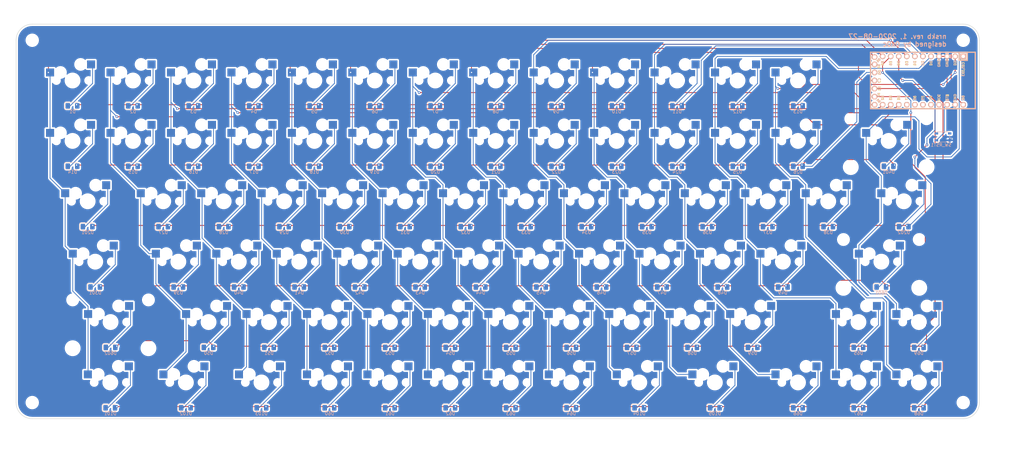
<source format=kicad_pcb>
(kicad_pcb (version 20171130) (host pcbnew "(5.1.6)-1")
  (layers (0 F.Cu signal) (31 B.Cu signal) (34 B.Paste user) (35 F.Paste user) (36 B.SilkS user) (37 F.SilkS user) (38 B.Mask user) (39 F.Mask user) (44 Edge.Cuts user))
  (net 0 "")
  (net 1 "Net-(D1-Pad1)")
  (net 2 Row0)
  (net 3 "Net-(D2-Pad1)")
  (net 4 "Net-(D3-Pad1)")
  (net 5 "Net-(D4-Pad1)")
  (net 6 "Net-(D5-Pad1)")
  (net 7 "Net-(D6-Pad1)")
  (net 8 "Net-(D7-Pad1)")
  (net 9 "Net-(D8-Pad1)")
  (net 10 "Net-(D9-Pad1)")
  (net 11 "Net-(D10-Pad1)")
  (net 12 "Net-(D11-Pad1)")
  (net 13 "Net-(D12-Pad1)")
  (net 14 "Net-(D13-Pad1)")
  (net 15 "Net-(D14-Pad1)")
  (net 16 Row1)
  (net 17 "Net-(D15-Pad1)")
  (net 18 "Net-(D16-Pad1)")
  (net 19 "Net-(D17-Pad1)")
  (net 20 "Net-(D18-Pad1)")
  (net 21 "Net-(D19-Pad1)")
  (net 22 "Net-(D20-Pad1)")
  (net 23 "Net-(D21-Pad1)")
  (net 24 "Net-(D22-Pad1)")
  (net 25 "Net-(D23-Pad1)")
  (net 26 "Net-(D24-Pad1)")
  (net 27 "Net-(D25-Pad1)")
  (net 28 "Net-(D26-Pad1)")
  (net 29 "Net-(D27-Pad1)")
  (net 30 Row2)
  (net 31 "Net-(D28-Pad1)")
  (net 32 "Net-(D29-Pad1)")
  (net 33 "Net-(D30-Pad1)")
  (net 34 "Net-(D31-Pad1)")
  (net 35 "Net-(D32-Pad1)")
  (net 36 "Net-(D33-Pad1)")
  (net 37 "Net-(D34-Pad1)")
  (net 38 "Net-(D35-Pad1)")
  (net 39 "Net-(D36-Pad1)")
  (net 40 "Net-(D37-Pad1)")
  (net 41 "Net-(D38-Pad1)")
  (net 42 Row3)
  (net 43 "Net-(D39-Pad1)")
  (net 44 "Net-(D40-Pad1)")
  (net 45 "Net-(D41-Pad1)")
  (net 46 "Net-(D42-Pad1)")
  (net 47 "Net-(D43-Pad1)")
  (net 48 "Net-(D44-Pad1)")
  (net 49 "Net-(D45-Pad1)")
  (net 50 "Net-(D46-Pad1)")
  (net 51 "Net-(D47-Pad1)")
  (net 52 "Net-(D48-Pad1)")
  (net 53 "Net-(D49-Pad1)")
  (net 54 "Net-(D50-Pad1)")
  (net 55 Row4)
  (net 56 "Net-(D51-Pad1)")
  (net 57 "Net-(D52-Pad1)")
  (net 58 "Net-(D53-Pad1)")
  (net 59 "Net-(D54-Pad1)")
  (net 60 "Net-(D55-Pad1)")
  (net 61 "Net-(D56-Pad1)")
  (net 62 "Net-(D57-Pad1)")
  (net 63 "Net-(D58-Pad1)")
  (net 64 "Net-(D59-Pad1)")
  (net 65 "Net-(D60-Pad1)")
  (net 66 Row5)
  (net 67 "Net-(D61-Pad1)")
  (net 68 "Net-(D62-Pad1)")
  (net 69 "Net-(D63-Pad1)")
  (net 70 "Net-(D64-Pad1)")
  (net 71 "Net-(D65-Pad1)")
  (net 72 "Net-(D66-Pad1)")
  (net 73 "Net-(D67-Pad1)")
  (net 74 "Net-(D68-Pad1)")
  (net 75 "Net-(D101-Pad1)")
  (net 76 "Net-(D102-Pad1)")
  (net 77 "Net-(D103-Pad1)")
  (net 78 "Net-(D104-Pad1)")
  (net 79 "Net-(D105-Pad1)")
  (net 80 "Net-(D201-Pad1)")
  (net 81 "Net-(D202-Pad1)")
  (net 82 "Net-(D301-Pad1)")
  (net 83 "Net-(D401-Pad1)")
  (net 84 "Net-(D601-Pad1)")
  (net 85 "Net-(D602-Pad1)")
  (net 86 Col0)
  (net 87 Col1)
  (net 88 Col2)
  (net 89 Col3)
  (net 90 Col4)
  (net 91 Col5)
  (net 92 Col6)
  (net 93 Col7)
  (net 94 Col8)
  (net 95 Col9)
  (net 96 Col10)
  (net 97 Col11)
  (net 98 Col12)
  (net 99 Col13)
  (net 100 "Net-(SW_RST1-Pad1)")
  (net 101 GND)
  (net 102 "Net-(D69-Pad1)")
  (module vsrAkizuki:SKRPACE010 (layer B.Cu) (at 309.88 55.88)
    (fp_text reference SW_RST1 (at -0.635 2.54) (layer B.SilkS) (effects (justify mirror)))
    (fp_text value SW_Push)
    (pad 4 smd rect (at 2.075 -1.075) (size 1.05 0.65) (layers B.Cu B.Paste B.Mask))
    (pad 3 smd rect (at -2.075 -1.075) (size 1.05 0.65) (layers B.Cu B.Paste B.Mask))
    (pad 2 smd rect (at 2.075 1.075) (size 1.05 0.65) (layers B.Cu B.Paste B.Mask) (net 101 GND))
    (pad 1 smd rect (at -2.075 1.075) (size 1.05 0.65) (layers B.Cu B.Paste B.Mask) (net 100 "Net-(SW_RST1-Pad1)"))
  )
  (module MX_Only:MXOnly-1U-Hotswap (layer F.Cu) (at 302.26 114.3)
    (fp_text reference SW69)
    (fp_text value SW_Push)
    (pad "" np_thru_hole circle (at 2.54 -5.08) (size 3 3) (drill 3) (layers *.Cu *.Mask))
    (pad "" np_thru_hole circle (at 0 0) (size 3.9878 3.9878) (drill 3.9878) (layers *.Cu *.Mask))
    (pad "" np_thru_hole circle (at -3.81 -2.54) (size 3 3) (drill 3) (layers *.Cu *.Mask))
    (pad "" np_thru_hole circle (at -5.08 0 48.0996) (size 1.75 1.75) (drill 1.75) (layers *.Cu *.Mask))
    (pad "" np_thru_hole circle (at 5.08 0 48.0996) (size 1.75 1.75) (drill 1.75) (layers *.Cu *.Mask))
    (pad 1 smd rect (at -7.085 -2.54) (size 2.55 2.5) (layers B.Cu B.Paste B.Mask) (net 99 Col13))
    (pad 2 smd rect (at 5.842 -5.08) (size 2.55 2.5) (layers B.Cu B.Paste B.Mask) (net 102 "Net-(D69-Pad1)"))
  )
  (module MountingHole:MountingHole_3.2mm_M3 (layer F.Cu) (at 316.23 25.4)
    (fp_text reference H4 hide)
    (fp_text value MountingHole)
    (pad 1 np_thru_hole circle (at 0 0) (size 3.2 3.2) (drill 3.2) (layers *.Cu *.Mask))
  )
  (module MountingHole:MountingHole_3.2mm_M3 (layer F.Cu) (at 316.23 139.7)
    (fp_text reference H3 hide)
    (fp_text value MountingHole)
    (pad 1 np_thru_hole circle (at 0 0) (size 3.2 3.2) (drill 3.2) (layers *.Cu *.Mask))
  )
  (module MountingHole:MountingHole_3.2mm_M3 (layer F.Cu) (at 22.86 25.4)
    (fp_text reference H2 hide)
    (fp_text value MountingHole)
    (pad 1 np_thru_hole circle (at 0 0) (size 3.2 3.2) (drill 3.2) (layers *.Cu *.Mask))
  )
  (module MountingHole:MountingHole_3.2mm_M3 (layer F.Cu) (at 22.86 139.7)
    (fp_text reference H1 hide)
    (fp_text value MountingHole)
    (pad 1 np_thru_hole circle (at 0 0) (size 3.2 3.2) (drill 3.2) (layers *.Cu *.Mask))
  )
  (module Diode_SMD:D_1206_3216Metric_Pad1.42x1.75mm_HandSolder (layer B.Cu) (at 302.26 122.3)
    (fp_text reference D69 (at 0 1.82) (layer B.SilkS) (effects (justify mirror)))
    (fp_text value DIODE)
    (pad 1 smd roundrect (at -1.4875 0) (size 1.425 1.75) (layers B.Cu B.Paste B.Mask) (roundrect_rratio 0.175439) (net 102 "Net-(D69-Pad1)"))
    (pad 2 smd roundrect (at 1.4875 0) (size 1.425 1.75) (layers B.Cu B.Paste B.Mask) (roundrect_rratio 0.175439) (net 55 Row4))
  )
  (module MX_Only:MXOnly-1U-Hotswap (layer F.Cu) (at 168.91 38.1)
    (fp_text reference SW8)
    (fp_text value SW_Push)
    (pad 2 smd rect (at 5.842 -5.08) (size 2.55 2.5) (layers B.Cu B.Paste B.Mask) (net 9 "Net-(D8-Pad1)"))
    (pad 1 smd rect (at -7.085 -2.54) (size 2.55 2.5) (layers B.Cu B.Paste B.Mask) (net 93 Col7))
    (pad "" np_thru_hole circle (at 5.08 0 48.0996) (size 1.75 1.75) (drill 1.75) (layers *.Cu *.Mask))
    (pad "" np_thru_hole circle (at -5.08 0 48.0996) (size 1.75 1.75) (drill 1.75) (layers *.Cu *.Mask))
    (pad "" np_thru_hole circle (at -3.81 -2.54) (size 3 3) (drill 3) (layers *.Cu *.Mask))
    (pad "" np_thru_hole circle (at 0 0) (size 3.9878 3.9878) (drill 3.9878) (layers *.Cu *.Mask))
    (pad "" np_thru_hole circle (at 2.54 -5.08) (size 3 3) (drill 3) (layers *.Cu *.Mask))
  )
  (module MX_Only:MXOnly-1U-Hotswap (layer F.Cu) (at 183.1975 95.25)
    (fp_text reference SW45)
    (fp_text value SW_Push)
    (pad "" np_thru_hole circle (at 2.54 -5.08) (size 3 3) (drill 3) (layers *.Cu *.Mask))
    (pad "" np_thru_hole circle (at 0 0) (size 3.9878 3.9878) (drill 3.9878) (layers *.Cu *.Mask))
    (pad "" np_thru_hole circle (at -3.81 -2.54) (size 3 3) (drill 3) (layers *.Cu *.Mask))
    (pad "" np_thru_hole circle (at -5.08 0 48.0996) (size 1.75 1.75) (drill 1.75) (layers *.Cu *.Mask))
    (pad "" np_thru_hole circle (at 5.08 0 48.0996) (size 1.75 1.75) (drill 1.75) (layers *.Cu *.Mask))
    (pad 1 smd rect (at -7.085 -2.54) (size 2.55 2.5) (layers B.Cu B.Paste B.Mask) (net 93 Col7))
    (pad 2 smd rect (at 5.842 -5.08) (size 2.55 2.5) (layers B.Cu B.Paste B.Mask) (net 49 "Net-(D45-Pad1)"))
  )
  (module MX_Only:MXOnly-1U-Hotswap (layer F.Cu) (at 145.0975 95.25)
    (fp_text reference SW43)
    (fp_text value SW_Push)
    (pad "" np_thru_hole circle (at 2.54 -5.08) (size 3 3) (drill 3) (layers *.Cu *.Mask))
    (pad "" np_thru_hole circle (at 0 0) (size 3.9878 3.9878) (drill 3.9878) (layers *.Cu *.Mask))
    (pad "" np_thru_hole circle (at -3.81 -2.54) (size 3 3) (drill 3) (layers *.Cu *.Mask))
    (pad "" np_thru_hole circle (at -5.08 0 48.0996) (size 1.75 1.75) (drill 1.75) (layers *.Cu *.Mask))
    (pad "" np_thru_hole circle (at 5.08 0 48.0996) (size 1.75 1.75) (drill 1.75) (layers *.Cu *.Mask))
    (pad 1 smd rect (at -7.085 -2.54) (size 2.55 2.5) (layers B.Cu B.Paste B.Mask) (net 91 Col5))
    (pad 2 smd rect (at 5.842 -5.08) (size 2.55 2.5) (layers B.Cu B.Paste B.Mask) (net 47 "Net-(D43-Pad1)"))
  )
  (module MX_Only:MXOnly-1.25U-Hotswap (layer F.Cu) (at 214.1535 133.35)
    (fp_text reference SW104)
    (fp_text value SW_Push)
    (pad 2 smd rect (at 5.842 -5.08) (size 2.55 2.5) (layers B.Cu B.Paste B.Mask) (net 78 "Net-(D104-Pad1)"))
    (pad 1 smd rect (at -7.085 -2.54) (size 2.55 2.5) (layers B.Cu B.Paste B.Mask) (net 94 Col8))
    (pad "" np_thru_hole circle (at 5.08 0 48.0996) (size 1.75 1.75) (drill 1.75) (layers *.Cu *.Mask))
    (pad "" np_thru_hole circle (at -5.08 0 48.0996) (size 1.75 1.75) (drill 1.75) (layers *.Cu *.Mask))
    (pad "" np_thru_hole circle (at -3.81 -2.54) (size 3 3) (drill 3) (layers *.Cu *.Mask))
    (pad "" np_thru_hole circle (at 0 0) (size 3.9878 3.9878) (drill 3.9878) (layers *.Cu *.Mask))
    (pad "" np_thru_hole circle (at 2.54 -5.08) (size 3 3) (drill 3) (layers *.Cu *.Mask))
  )
  (module MX_Only:MXOnly-1.5U-Hotswap (layer F.Cu) (at 297.498 76.2)
    (fp_text reference SW202)
    (fp_text value \)
    (pad 2 smd rect (at 5.842 -5.08) (size 2.55 2.5) (layers B.Cu B.Paste B.Mask) (net 81 "Net-(D202-Pad1)"))
    (pad 1 smd rect (at -7.085 -2.54) (size 2.55 2.5) (layers B.Cu B.Paste B.Mask) (net 99 Col13))
    (pad "" np_thru_hole circle (at 5.08 0 48.0996) (size 1.75 1.75) (drill 1.75) (layers *.Cu *.Mask))
    (pad "" np_thru_hole circle (at -5.08 0 48.0996) (size 1.75 1.75) (drill 1.75) (layers *.Cu *.Mask))
    (pad "" np_thru_hole circle (at -3.81 -2.54) (size 3 3) (drill 3) (layers *.Cu *.Mask))
    (pad "" np_thru_hole circle (at 0 0) (size 3.9878 3.9878) (drill 3.9878) (layers *.Cu *.Mask))
    (pad "" np_thru_hole circle (at 2.54 -5.08) (size 3 3) (drill 3) (layers *.Cu *.Mask))
  )
  (module MX_Only:MXOnly-1.25U-Hotswap (layer F.Cu) (at 47.466 133.35)
    (fp_text reference SW101)
    (fp_text value SW_Push)
    (pad 2 smd rect (at 5.842 -5.08) (size 2.55 2.5) (layers B.Cu B.Paste B.Mask) (net 75 "Net-(D101-Pad1)"))
    (pad 1 smd rect (at -7.085 -2.54) (size 2.55 2.5) (layers B.Cu B.Paste B.Mask) (net 86 Col0))
    (pad "" np_thru_hole circle (at 5.08 0 48.0996) (size 1.75 1.75) (drill 1.75) (layers *.Cu *.Mask))
    (pad "" np_thru_hole circle (at -5.08 0 48.0996) (size 1.75 1.75) (drill 1.75) (layers *.Cu *.Mask))
    (pad "" np_thru_hole circle (at -3.81 -2.54) (size 3 3) (drill 3) (layers *.Cu *.Mask))
    (pad "" np_thru_hole circle (at 0 0) (size 3.9878 3.9878) (drill 3.9878) (layers *.Cu *.Mask))
    (pad "" np_thru_hole circle (at 2.54 -5.08) (size 3 3) (drill 3) (layers *.Cu *.Mask))
  )
  (module MX_Only:MXOnly-1.25U-Hotswap (layer F.Cu) (at 71.2785 133.35)
    (fp_text reference SW102)
    (fp_text value SW_Push)
    (pad 2 smd rect (at 5.842 -5.08) (size 2.55 2.5) (layers B.Cu B.Paste B.Mask) (net 76 "Net-(D102-Pad1)"))
    (pad 1 smd rect (at -7.085 -2.54) (size 2.55 2.5) (layers B.Cu B.Paste B.Mask) (net 87 Col1))
    (pad "" np_thru_hole circle (at 5.08 0 48.0996) (size 1.75 1.75) (drill 1.75) (layers *.Cu *.Mask))
    (pad "" np_thru_hole circle (at -5.08 0 48.0996) (size 1.75 1.75) (drill 1.75) (layers *.Cu *.Mask))
    (pad "" np_thru_hole circle (at -3.81 -2.54) (size 3 3) (drill 3) (layers *.Cu *.Mask))
    (pad "" np_thru_hole circle (at 0 0) (size 3.9878 3.9878) (drill 3.9878) (layers *.Cu *.Mask))
    (pad "" np_thru_hole circle (at 2.54 -5.08) (size 3 3) (drill 3) (layers *.Cu *.Mask))
  )
  (module MX_Only:MXOnly-2.25U-Hotswap (layer F.Cu) (at 47.5406 114.3)
    (fp_text reference SW602)
    (fp_text value L_Shift)
    (pad "" np_thru_hole circle (at -11.938 8.255) (size 3.9878 3.9878) (drill 3.9878) (layers *.Cu *.Mask))
    (pad "" np_thru_hole circle (at 11.938 8.255) (size 3.9878 3.9878) (drill 3.9878) (layers *.Cu *.Mask))
    (pad "" np_thru_hole circle (at -11.938 -6.985) (size 3.048 3.048) (drill 3.048) (layers *.Cu *.Mask))
    (pad "" np_thru_hole circle (at 11.938 -6.985) (size 3.048 3.048) (drill 3.048) (layers *.Cu *.Mask))
    (pad 2 smd rect (at 5.842 -5.08) (size 2.55 2.5) (layers B.Cu B.Paste B.Mask) (net 85 "Net-(D602-Pad1)"))
    (pad 1 smd rect (at -7.085 -2.54) (size 2.55 2.5) (layers B.Cu B.Paste B.Mask) (net 86 Col0))
    (pad "" np_thru_hole circle (at 5.08 0 48.0996) (size 1.75 1.75) (drill 1.75) (layers *.Cu *.Mask))
    (pad "" np_thru_hole circle (at -5.08 0 48.0996) (size 1.75 1.75) (drill 1.75) (layers *.Cu *.Mask))
    (pad "" np_thru_hole circle (at -3.81 -2.54) (size 3 3) (drill 3) (layers *.Cu *.Mask))
    (pad "" np_thru_hole circle (at 0 0) (size 3.9878 3.9878) (drill 3.9878) (layers *.Cu *.Mask))
    (pad "" np_thru_hole circle (at 2.54 -5.08) (size 3 3) (drill 3) (layers *.Cu *.Mask))
  )
  (module MX_Only:MXOnly-1.25U-Hotswap (layer F.Cu) (at 237.966 133.35)
    (fp_text reference SW105)
    (fp_text value SW_Push)
    (pad "" np_thru_hole circle (at 2.54 -5.08) (size 3 3) (drill 3) (layers *.Cu *.Mask))
    (pad "" np_thru_hole circle (at 0 0) (size 3.9878 3.9878) (drill 3.9878) (layers *.Cu *.Mask))
    (pad "" np_thru_hole circle (at -3.81 -2.54) (size 3 3) (drill 3) (layers *.Cu *.Mask))
    (pad "" np_thru_hole circle (at -5.08 0 48.0996) (size 1.75 1.75) (drill 1.75) (layers *.Cu *.Mask))
    (pad "" np_thru_hole circle (at 5.08 0 48.0996) (size 1.75 1.75) (drill 1.75) (layers *.Cu *.Mask))
    (pad 1 smd rect (at -7.085 -2.54) (size 2.55 2.5) (layers B.Cu B.Paste B.Mask) (net 95 Col9))
    (pad 2 smd rect (at 5.842 -5.08) (size 2.55 2.5) (layers B.Cu B.Paste B.Mask) (net 79 "Net-(D105-Pad1)"))
  )
  (module MX_Only:MXOnly-1.5U-Hotswap (layer F.Cu) (at 40.323 76.2)
    (fp_text reference SW201)
    (fp_text value Tab)
    (pad "" np_thru_hole circle (at 2.54 -5.08) (size 3 3) (drill 3) (layers *.Cu *.Mask))
    (pad "" np_thru_hole circle (at 0 0) (size 3.9878 3.9878) (drill 3.9878) (layers *.Cu *.Mask))
    (pad "" np_thru_hole circle (at -3.81 -2.54) (size 3 3) (drill 3) (layers *.Cu *.Mask))
    (pad "" np_thru_hole circle (at -5.08 0 48.0996) (size 1.75 1.75) (drill 1.75) (layers *.Cu *.Mask))
    (pad "" np_thru_hole circle (at 5.08 0 48.0996) (size 1.75 1.75) (drill 1.75) (layers *.Cu *.Mask))
    (pad 1 smd rect (at -7.085 -2.54) (size 2.55 2.5) (layers B.Cu B.Paste B.Mask) (net 86 Col0))
    (pad 2 smd rect (at 5.842 -5.08) (size 2.55 2.5) (layers B.Cu B.Paste B.Mask) (net 80 "Net-(D201-Pad1)"))
  )
  (module MX_Only:MXOnly-2U-Hotswap (layer F.Cu) (at 292.735 57.15)
    (fp_text reference SW401)
    (fp_text value Backspace)
    (pad "" np_thru_hole circle (at -11.938 8.255) (size 3.9878 3.9878) (drill 3.9878) (layers *.Cu *.Mask))
    (pad "" np_thru_hole circle (at 11.938 8.255) (size 3.9878 3.9878) (drill 3.9878) (layers *.Cu *.Mask))
    (pad "" np_thru_hole circle (at -11.938 -6.985) (size 3.048 3.048) (drill 3.048) (layers *.Cu *.Mask))
    (pad "" np_thru_hole circle (at 11.938 -6.985) (size 3.048 3.048) (drill 3.048) (layers *.Cu *.Mask))
    (pad 2 smd rect (at 5.842 -5.08) (size 2.55 2.5) (layers B.Cu B.Paste B.Mask) (net 83 "Net-(D401-Pad1)"))
    (pad 1 smd rect (at -7.085 -2.54) (size 2.55 2.5) (layers B.Cu B.Paste B.Mask) (net 99 Col13))
    (pad "" np_thru_hole circle (at 5.08 0 48.0996) (size 1.75 1.75) (drill 1.75) (layers *.Cu *.Mask))
    (pad "" np_thru_hole circle (at -5.08 0 48.0996) (size 1.75 1.75) (drill 1.75) (layers *.Cu *.Mask))
    (pad "" np_thru_hole circle (at -3.81 -2.54) (size 3 3) (drill 3) (layers *.Cu *.Mask))
    (pad "" np_thru_hole circle (at 0 0) (size 3.9878 3.9878) (drill 3.9878) (layers *.Cu *.Mask))
    (pad "" np_thru_hole circle (at 2.54 -5.08) (size 3 3) (drill 3) (layers *.Cu *.Mask))
  )
  (module MX_Only:MXOnly-2.25U-Hotswap (layer F.Cu) (at 290.4281 95.25)
    (fp_text reference SW601)
    (fp_text value Enter)
    (pad "" np_thru_hole circle (at 2.54 -5.08) (size 3 3) (drill 3) (layers *.Cu *.Mask))
    (pad "" np_thru_hole circle (at 0 0) (size 3.9878 3.9878) (drill 3.9878) (layers *.Cu *.Mask))
    (pad "" np_thru_hole circle (at -3.81 -2.54) (size 3 3) (drill 3) (layers *.Cu *.Mask))
    (pad "" np_thru_hole circle (at -5.08 0 48.0996) (size 1.75 1.75) (drill 1.75) (layers *.Cu *.Mask))
    (pad "" np_thru_hole circle (at 5.08 0 48.0996) (size 1.75 1.75) (drill 1.75) (layers *.Cu *.Mask))
    (pad 1 smd rect (at -7.085 -2.54) (size 2.55 2.5) (layers B.Cu B.Paste B.Mask) (net 99 Col13))
    (pad 2 smd rect (at 5.842 -5.08) (size 2.55 2.5) (layers B.Cu B.Paste B.Mask) (net 84 "Net-(D601-Pad1)"))
    (pad "" np_thru_hole circle (at 11.938 -6.985) (size 3.048 3.048) (drill 3.048) (layers *.Cu *.Mask))
    (pad "" np_thru_hole circle (at -11.938 -6.985) (size 3.048 3.048) (drill 3.048) (layers *.Cu *.Mask))
    (pad "" np_thru_hole circle (at 11.938 8.255) (size 3.9878 3.9878) (drill 3.9878) (layers *.Cu *.Mask))
    (pad "" np_thru_hole circle (at -11.938 8.255) (size 3.9878 3.9878) (drill 3.9878) (layers *.Cu *.Mask))
  )
  (module MX_Only:MXOnly-1.25U-Hotswap (layer F.Cu) (at 95.091 133.35)
    (fp_text reference SW103)
    (fp_text value SW_Push)
    (pad "" np_thru_hole circle (at 2.54 -5.08) (size 3 3) (drill 3) (layers *.Cu *.Mask))
    (pad "" np_thru_hole circle (at 0 0) (size 3.9878 3.9878) (drill 3.9878) (layers *.Cu *.Mask))
    (pad "" np_thru_hole circle (at -3.81 -2.54) (size 3 3) (drill 3) (layers *.Cu *.Mask))
    (pad "" np_thru_hole circle (at -5.08 0 48.0996) (size 1.75 1.75) (drill 1.75) (layers *.Cu *.Mask))
    (pad "" np_thru_hole circle (at 5.08 0 48.0996) (size 1.75 1.75) (drill 1.75) (layers *.Cu *.Mask))
    (pad 1 smd rect (at -7.085 -2.54) (size 2.55 2.5) (layers B.Cu B.Paste B.Mask) (net 88 Col2))
    (pad 2 smd rect (at 5.842 -5.08) (size 2.55 2.5) (layers B.Cu B.Paste B.Mask) (net 77 "Net-(D103-Pad1)"))
  )
  (module Diode_SMD:D_1206_3216Metric_Pad1.42x1.75mm_HandSolder (layer B.Cu) (at 273.685 84.2)
    (fp_text reference D38 (at 0 1.82) (layer B.SilkS) (effects (justify mirror)))
    (fp_text value DIODE)
    (pad 1 smd roundrect (at -1.4875 0) (size 1.425 1.75) (layers B.Cu B.Paste B.Mask) (roundrect_rratio 0.175439) (net 41 "Net-(D38-Pad1)"))
    (pad 2 smd roundrect (at 1.4875 0) (size 1.425 1.75) (layers B.Cu B.Paste B.Mask) (roundrect_rratio 0.175439) (net 30 Row2))
  )
  (module Diode_SMD:D_1206_3216Metric_Pad1.42x1.75mm_HandSolder (layer B.Cu) (at 87.9475 103.25)
    (fp_text reference D40 (at 0 1.82) (layer B.SilkS) (effects (justify mirror)))
    (fp_text value DIODE)
    (pad 2 smd roundrect (at 1.4875 0) (size 1.425 1.75) (layers B.Cu B.Paste B.Mask) (roundrect_rratio 0.175439) (net 42 Row3))
    (pad 1 smd roundrect (at -1.4875 0) (size 1.425 1.75) (layers B.Cu B.Paste B.Mask) (roundrect_rratio 0.175439) (net 44 "Net-(D40-Pad1)"))
  )
  (module Diode_SMD:D_1206_3216Metric_Pad1.42x1.75mm_HandSolder (layer B.Cu) (at 130.81 65.15)
    (fp_text reference D19 (at 0 1.82) (layer B.SilkS) (effects (justify mirror)))
    (fp_text value DIODE)
    (pad 2 smd roundrect (at 1.4875 0) (size 1.425 1.75) (layers B.Cu B.Paste B.Mask) (roundrect_rratio 0.175439) (net 16 Row1))
    (pad 1 smd roundrect (at -1.4875 0) (size 1.425 1.75) (layers B.Cu B.Paste B.Mask) (roundrect_rratio 0.175439) (net 21 "Net-(D19-Pad1)"))
  )
  (module Diode_SMD:D_1206_3216Metric_Pad1.42x1.75mm_HandSolder (layer B.Cu) (at 264.16 65.15)
    (fp_text reference D26 (at 0 1.82) (layer B.SilkS) (effects (justify mirror)))
    (fp_text value DIODE)
    (pad 1 smd roundrect (at -1.4875 0) (size 1.425 1.75) (layers B.Cu B.Paste B.Mask) (roundrect_rratio 0.175439) (net 28 "Net-(D26-Pad1)"))
    (pad 2 smd roundrect (at 1.4875 0) (size 1.425 1.75) (layers B.Cu B.Paste B.Mask) (roundrect_rratio 0.175439) (net 16 Row1))
  )
  (module Diode_SMD:D_1206_3216Metric_Pad1.42x1.75mm_HandSolder (layer B.Cu) (at 140.335 84.2)
    (fp_text reference D31 (at 0 1.82) (layer B.SilkS) (effects (justify mirror)))
    (fp_text value DIODE)
    (pad 2 smd roundrect (at 1.4875 0) (size 1.425 1.75) (layers B.Cu B.Paste B.Mask) (roundrect_rratio 0.175439) (net 30 Row2))
    (pad 1 smd roundrect (at -1.4875 0) (size 1.425 1.75) (layers B.Cu B.Paste B.Mask) (roundrect_rratio 0.175439) (net 34 "Net-(D31-Pad1)"))
  )
  (module Diode_SMD:D_1206_3216Metric_Pad1.42x1.75mm_HandSolder (layer B.Cu) (at 159.385 84.2)
    (fp_text reference D32 (at 0 1.82) (layer B.SilkS) (effects (justify mirror)))
    (fp_text value DIODE)
    (pad 2 smd roundrect (at 1.4875 0) (size 1.425 1.75) (layers B.Cu B.Paste B.Mask) (roundrect_rratio 0.175439) (net 30 Row2))
    (pad 1 smd roundrect (at -1.4875 0) (size 1.425 1.75) (layers B.Cu B.Paste B.Mask) (roundrect_rratio 0.175439) (net 35 "Net-(D32-Pad1)"))
  )
  (module Diode_SMD:D_1206_3216Metric_Pad1.42x1.75mm_HandSolder (layer B.Cu) (at 54.61 65.15)
    (fp_text reference D15 (at 0 1.82) (layer B.SilkS) (effects (justify mirror)))
    (fp_text value DIODE)
    (pad 1 smd roundrect (at -1.4875 0) (size 1.425 1.75) (layers B.Cu B.Paste B.Mask) (roundrect_rratio 0.175439) (net 17 "Net-(D15-Pad1)"))
    (pad 2 smd roundrect (at 1.4875 0) (size 1.425 1.75) (layers B.Cu B.Paste B.Mask) (roundrect_rratio 0.175439) (net 16 Row1))
  )
  (module Diode_SMD:D_1206_3216Metric_Pad1.42x1.75mm_HandSolder (layer B.Cu) (at 73.66 65.15)
    (fp_text reference D16 (at 0 1.82) (layer B.SilkS) (effects (justify mirror)))
    (fp_text value DIODE)
    (pad 1 smd roundrect (at -1.4875 0) (size 1.425 1.75) (layers B.Cu B.Paste B.Mask) (roundrect_rratio 0.175439) (net 18 "Net-(D16-Pad1)"))
    (pad 2 smd roundrect (at 1.4875 0) (size 1.425 1.75) (layers B.Cu B.Paste B.Mask) (roundrect_rratio 0.175439) (net 16 Row1))
  )
  (module Diode_SMD:D_1206_3216Metric_Pad1.42x1.75mm_HandSolder (layer B.Cu) (at 216.535 84.2)
    (fp_text reference D35 (at 0 1.82) (layer B.SilkS) (effects (justify mirror)))
    (fp_text value DIODE)
    (pad 1 smd roundrect (at -1.4875 0) (size 1.425 1.75) (layers B.Cu B.Paste B.Mask) (roundrect_rratio 0.175439) (net 38 "Net-(D35-Pad1)"))
    (pad 2 smd roundrect (at 1.4875 0) (size 1.425 1.75) (layers B.Cu B.Paste B.Mask) (roundrect_rratio 0.175439) (net 30 Row2))
  )
  (module Diode_SMD:D_1206_3216Metric_Pad1.42x1.75mm_HandSolder (layer B.Cu) (at 121.285 84.2)
    (fp_text reference D30 (at 0 1.82) (layer B.SilkS) (effects (justify mirror)))
    (fp_text value DIODE)
    (pad 2 smd roundrect (at 1.4875 0) (size 1.425 1.75) (layers B.Cu B.Paste B.Mask) (roundrect_rratio 0.175439) (net 30 Row2))
    (pad 1 smd roundrect (at -1.4875 0) (size 1.425 1.75) (layers B.Cu B.Paste B.Mask) (roundrect_rratio 0.175439) (net 33 "Net-(D30-Pad1)"))
  )
  (module Diode_SMD:D_1206_3216Metric_Pad1.42x1.75mm_HandSolder (layer B.Cu) (at 235.585 84.2)
    (fp_text reference D36 (at 0 1.82) (layer B.SilkS) (effects (justify mirror)))
    (fp_text value DIODE)
    (pad 1 smd roundrect (at -1.4875 0) (size 1.425 1.75) (layers B.Cu B.Paste B.Mask) (roundrect_rratio 0.175439) (net 39 "Net-(D36-Pad1)"))
    (pad 2 smd roundrect (at 1.4875 0) (size 1.425 1.75) (layers B.Cu B.Paste B.Mask) (roundrect_rratio 0.175439) (net 30 Row2))
  )
  (module Diode_SMD:D_1206_3216Metric_Pad1.42x1.75mm_HandSolder (layer B.Cu) (at 245.11 46.1)
    (fp_text reference D12 (at 0 1.82) (layer B.SilkS) (effects (justify mirror)))
    (fp_text value DIODE)
    (pad 2 smd roundrect (at 1.4875 0) (size 1.425 1.75) (layers B.Cu B.Paste B.Mask) (roundrect_rratio 0.175439) (net 2 Row0))
    (pad 1 smd roundrect (at -1.4875 0) (size 1.425 1.75) (layers B.Cu B.Paste B.Mask) (roundrect_rratio 0.175439) (net 13 "Net-(D12-Pad1)"))
  )
  (module Diode_SMD:D_1206_3216Metric_Pad1.42x1.75mm_HandSolder (layer B.Cu) (at 35.56 65.15)
    (fp_text reference D14 (at 0 1.82) (layer B.SilkS) (effects (justify mirror)))
    (fp_text value DIODE)
    (pad 2 smd roundrect (at 1.4875 0) (size 1.425 1.75) (layers B.Cu B.Paste B.Mask) (roundrect_rratio 0.175439) (net 16 Row1))
    (pad 1 smd roundrect (at -1.4875 0) (size 1.425 1.75) (layers B.Cu B.Paste B.Mask) (roundrect_rratio 0.175439) (net 15 "Net-(D14-Pad1)"))
  )
  (module Diode_SMD:D_1206_3216Metric_Pad1.42x1.75mm_HandSolder (layer B.Cu) (at 92.71 65.15)
    (fp_text reference D17 (at 0 1.82) (layer B.SilkS) (effects (justify mirror)))
    (fp_text value DIODE)
    (pad 1 smd roundrect (at -1.4875 0) (size 1.425 1.75) (layers B.Cu B.Paste B.Mask) (roundrect_rratio 0.175439) (net 19 "Net-(D17-Pad1)"))
    (pad 2 smd roundrect (at 1.4875 0) (size 1.425 1.75) (layers B.Cu B.Paste B.Mask) (roundrect_rratio 0.175439) (net 16 Row1))
  )
  (module Diode_SMD:D_1206_3216Metric_Pad1.42x1.75mm_HandSolder (layer B.Cu) (at 264.16 46.1)
    (fp_text reference D13 (at 0 1.82) (layer B.SilkS) (effects (justify mirror)))
    (fp_text value DIODE)
    (pad 1 smd roundrect (at -1.4875 0) (size 1.425 1.75) (layers B.Cu B.Paste B.Mask) (roundrect_rratio 0.175439) (net 14 "Net-(D13-Pad1)"))
    (pad 2 smd roundrect (at 1.4875 0) (size 1.425 1.75) (layers B.Cu B.Paste B.Mask) (roundrect_rratio 0.175439) (net 2 Row0))
  )
  (module Diode_SMD:D_1206_3216Metric_Pad1.42x1.75mm_HandSolder (layer B.Cu) (at 111.76 65.15)
    (fp_text reference D18 (at 0 1.82) (layer B.SilkS) (effects (justify mirror)))
    (fp_text value DIODE)
    (pad 1 smd roundrect (at -1.4875 0) (size 1.425 1.75) (layers B.Cu B.Paste B.Mask) (roundrect_rratio 0.175439) (net 20 "Net-(D18-Pad1)"))
    (pad 2 smd roundrect (at 1.4875 0) (size 1.425 1.75) (layers B.Cu B.Paste B.Mask) (roundrect_rratio 0.175439) (net 16 Row1))
  )
  (module Diode_SMD:D_1206_3216Metric_Pad1.42x1.75mm_HandSolder (layer B.Cu) (at 168.91 65.15)
    (fp_text reference D21 (at 0 1.82) (layer B.SilkS) (effects (justify mirror)))
    (fp_text value DIODE)
    (pad 1 smd roundrect (at -1.4875 0) (size 1.425 1.75) (layers B.Cu B.Paste B.Mask) (roundrect_rratio 0.175439) (net 23 "Net-(D21-Pad1)"))
    (pad 2 smd roundrect (at 1.4875 0) (size 1.425 1.75) (layers B.Cu B.Paste B.Mask) (roundrect_rratio 0.175439) (net 16 Row1))
  )
  (module Diode_SMD:D_1206_3216Metric_Pad1.42x1.75mm_HandSolder (layer B.Cu) (at 207.01 65.15)
    (fp_text reference D23 (at 0 1.82) (layer B.SilkS) (effects (justify mirror)))
    (fp_text value DIODE)
    (pad 1 smd roundrect (at -1.4875 0) (size 1.425 1.75) (layers B.Cu B.Paste B.Mask) (roundrect_rratio 0.175439) (net 25 "Net-(D23-Pad1)"))
    (pad 2 smd roundrect (at 1.4875 0) (size 1.425 1.75) (layers B.Cu B.Paste B.Mask) (roundrect_rratio 0.175439) (net 16 Row1))
  )
  (module Diode_SMD:D_1206_3216Metric_Pad1.42x1.75mm_HandSolder (layer B.Cu) (at 64.135 84.2)
    (fp_text reference D27 (at 0 1.82) (layer B.SilkS) (effects (justify mirror)))
    (fp_text value DIODE)
    (pad 2 smd roundrect (at 1.4875 0) (size 1.425 1.75) (layers B.Cu B.Paste B.Mask) (roundrect_rratio 0.175439) (net 30 Row2))
    (pad 1 smd roundrect (at -1.4875 0) (size 1.425 1.75) (layers B.Cu B.Paste B.Mask) (roundrect_rratio 0.175439) (net 29 "Net-(D27-Pad1)"))
  )
  (module Diode_SMD:D_1206_3216Metric_Pad1.42x1.75mm_HandSolder (layer B.Cu) (at 83.185 84.2)
    (fp_text reference D28 (at 0 1.82) (layer B.SilkS) (effects (justify mirror)))
    (fp_text value DIODE)
    (pad 2 smd roundrect (at 1.4875 0) (size 1.425 1.75) (layers B.Cu B.Paste B.Mask) (roundrect_rratio 0.175439) (net 30 Row2))
    (pad 1 smd roundrect (at -1.4875 0) (size 1.425 1.75) (layers B.Cu B.Paste B.Mask) (roundrect_rratio 0.175439) (net 31 "Net-(D28-Pad1)"))
  )
  (module Diode_SMD:D_1206_3216Metric_Pad1.42x1.75mm_HandSolder (layer B.Cu) (at 187.96 65.15)
    (fp_text reference D22 (at 0 1.82) (layer B.SilkS) (effects (justify mirror)))
    (fp_text value DIODE)
    (pad 1 smd roundrect (at -1.4875 0) (size 1.425 1.75) (layers B.Cu B.Paste B.Mask) (roundrect_rratio 0.175439) (net 24 "Net-(D22-Pad1)"))
    (pad 2 smd roundrect (at 1.4875 0) (size 1.425 1.75) (layers B.Cu B.Paste B.Mask) (roundrect_rratio 0.175439) (net 16 Row1))
  )
  (module Diode_SMD:D_1206_3216Metric_Pad1.42x1.75mm_HandSolder (layer B.Cu) (at 102.235 84.2)
    (fp_text reference D29 (at 0 1.82) (layer B.SilkS) (effects (justify mirror)))
    (fp_text value DIODE)
    (pad 2 smd roundrect (at 1.4875 0) (size 1.425 1.75) (layers B.Cu B.Paste B.Mask) (roundrect_rratio 0.175439) (net 30 Row2))
    (pad 1 smd roundrect (at -1.4875 0) (size 1.425 1.75) (layers B.Cu B.Paste B.Mask) (roundrect_rratio 0.175439) (net 32 "Net-(D29-Pad1)"))
  )
  (module Diode_SMD:D_1206_3216Metric_Pad1.42x1.75mm_HandSolder (layer B.Cu) (at 245.11 65.15)
    (fp_text reference D25 (at 0 1.82) (layer B.SilkS) (effects (justify mirror)))
    (fp_text value DIODE)
    (pad 1 smd roundrect (at -1.4875 0) (size 1.425 1.75) (layers B.Cu B.Paste B.Mask) (roundrect_rratio 0.175439) (net 27 "Net-(D25-Pad1)"))
    (pad 2 smd roundrect (at 1.4875 0) (size 1.425 1.75) (layers B.Cu B.Paste B.Mask) (roundrect_rratio 0.175439) (net 16 Row1))
  )
  (module Diode_SMD:D_1206_3216Metric_Pad1.42x1.75mm_HandSolder (layer B.Cu) (at 178.435 84.2)
    (fp_text reference D33 (at 0 1.82) (layer B.SilkS) (effects (justify mirror)))
    (fp_text value DIODE)
    (pad 1 smd roundrect (at -1.4875 0) (size 1.425 1.75) (layers B.Cu B.Paste B.Mask) (roundrect_rratio 0.175439) (net 36 "Net-(D33-Pad1)"))
    (pad 2 smd roundrect (at 1.4875 0) (size 1.425 1.75) (layers B.Cu B.Paste B.Mask) (roundrect_rratio 0.175439) (net 30 Row2))
  )
  (module Diode_SMD:D_1206_3216Metric_Pad1.42x1.75mm_HandSolder (layer B.Cu) (at 149.86 65.15)
    (fp_text reference D20 (at 0 1.82) (layer B.SilkS) (effects (justify mirror)))
    (fp_text value DIODE)
    (pad 1 smd roundrect (at -1.4875 0) (size 1.425 1.75) (layers B.Cu B.Paste B.Mask) (roundrect_rratio 0.175439) (net 22 "Net-(D20-Pad1)"))
    (pad 2 smd roundrect (at 1.4875 0) (size 1.425 1.75) (layers B.Cu B.Paste B.Mask) (roundrect_rratio 0.175439) (net 16 Row1))
  )
  (module Diode_SMD:D_1206_3216Metric_Pad1.42x1.75mm_HandSolder (layer B.Cu) (at 197.485 84.2)
    (fp_text reference D34 (at 0 1.82) (layer B.SilkS) (effects (justify mirror)))
    (fp_text value DIODE)
    (pad 2 smd roundrect (at 1.4875 0) (size 1.425 1.75) (layers B.Cu B.Paste B.Mask) (roundrect_rratio 0.175439) (net 30 Row2))
    (pad 1 smd roundrect (at -1.4875 0) (size 1.425 1.75) (layers B.Cu B.Paste B.Mask) (roundrect_rratio 0.175439) (net 37 "Net-(D34-Pad1)"))
  )
  (module Diode_SMD:D_1206_3216Metric_Pad1.42x1.75mm_HandSolder (layer B.Cu) (at 254.635 84.2)
    (fp_text reference D37 (at 0 1.82) (layer B.SilkS) (effects (justify mirror)))
    (fp_text value DIODE)
    (pad 1 smd roundrect (at -1.4875 0) (size 1.425 1.75) (layers B.Cu B.Paste B.Mask) (roundrect_rratio 0.175439) (net 40 "Net-(D37-Pad1)"))
    (pad 2 smd roundrect (at 1.4875 0) (size 1.425 1.75) (layers B.Cu B.Paste B.Mask) (roundrect_rratio 0.175439) (net 30 Row2))
  )
  (module Diode_SMD:D_1206_3216Metric_Pad1.42x1.75mm_HandSolder (layer B.Cu) (at 226.06 65.15)
    (fp_text reference D24 (at 0 1.82) (layer B.SilkS) (effects (justify mirror)))
    (fp_text value DIODE)
    (pad 1 smd roundrect (at -1.4875 0) (size 1.425 1.75) (layers B.Cu B.Paste B.Mask) (roundrect_rratio 0.175439) (net 26 "Net-(D24-Pad1)"))
    (pad 2 smd roundrect (at 1.4875 0) (size 1.425 1.75) (layers B.Cu B.Paste B.Mask) (roundrect_rratio 0.175439) (net 16 Row1))
  )
  (module Diode_SMD:D_1206_3216Metric_Pad1.42x1.75mm_HandSolder (layer B.Cu) (at 68.8975 103.25)
    (fp_text reference D39 (at 0 1.82) (layer B.SilkS) (effects (justify mirror)))
    (fp_text value DIODE)
    (pad 1 smd roundrect (at -1.4875 0) (size 1.425 1.75) (layers B.Cu B.Paste B.Mask) (roundrect_rratio 0.175439) (net 43 "Net-(D39-Pad1)"))
    (pad 2 smd roundrect (at 1.4875 0) (size 1.425 1.75) (layers B.Cu B.Paste B.Mask) (roundrect_rratio 0.175439) (net 42 Row3))
  )
  (module Diode_SMD:D_1206_3216Metric_Pad1.42x1.75mm_HandSolder (layer B.Cu) (at 126.0475 103.25)
    (fp_text reference D42 (at 0 1.82) (layer B.SilkS) (effects (justify mirror)))
    (fp_text value DIODE)
    (pad 1 smd roundrect (at -1.4875 0) (size 1.425 1.75) (layers B.Cu B.Paste B.Mask) (roundrect_rratio 0.175439) (net 46 "Net-(D42-Pad1)"))
    (pad 2 smd roundrect (at 1.4875 0) (size 1.425 1.75) (layers B.Cu B.Paste B.Mask) (roundrect_rratio 0.175439) (net 42 Row3))
  )
  (module Diode_SMD:D_1206_3216Metric_Pad1.42x1.75mm_HandSolder (layer B.Cu) (at 78.4225 122.3)
    (fp_text reference D50 (at 0 1.82) (layer B.SilkS) (effects (justify mirror)))
    (fp_text value DIODE)
    (pad 2 smd roundrect (at 1.4875 0) (size 1.425 1.75) (layers B.Cu B.Paste B.Mask) (roundrect_rratio 0.175439) (net 55 Row4))
    (pad 1 smd roundrect (at -1.4875 0) (size 1.425 1.75) (layers B.Cu B.Paste B.Mask) (roundrect_rratio 0.175439) (net 54 "Net-(D50-Pad1)"))
  )
  (module Diode_SMD:D_1206_3216Metric_Pad1.42x1.75mm_HandSolder (layer B.Cu) (at 97.4725 122.3)
    (fp_text reference D51 (at 0 1.82) (layer B.SilkS) (effects (justify mirror)))
    (fp_text value DIODE)
    (pad 2 smd roundrect (at 1.4875 0) (size 1.425 1.75) (layers B.Cu B.Paste B.Mask) (roundrect_rratio 0.175439) (net 55 Row4))
    (pad 1 smd roundrect (at -1.4875 0) (size 1.425 1.75) (layers B.Cu B.Paste B.Mask) (roundrect_rratio 0.175439) (net 56 "Net-(D51-Pad1)"))
  )
  (module Diode_SMD:D_1206_3216Metric_Pad1.42x1.75mm_HandSolder (layer B.Cu) (at 249.8725 122.3)
    (fp_text reference D59 (at 0 1.82) (layer B.SilkS) (effects (justify mirror)))
    (fp_text value DIODE)
    (pad 2 smd roundrect (at 1.4875 0) (size 1.425 1.75) (layers B.Cu B.Paste B.Mask) (roundrect_rratio 0.175439) (net 55 Row4))
    (pad 1 smd roundrect (at -1.4875 0) (size 1.425 1.75) (layers B.Cu B.Paste B.Mask) (roundrect_rratio 0.175439) (net 64 "Net-(D59-Pad1)"))
  )
  (module Diode_SMD:D_1206_3216Metric_Pad1.42x1.75mm_HandSolder (layer B.Cu) (at 173.6725 141.35)
    (fp_text reference D63 (at 0 1.82) (layer B.SilkS) (effects (justify mirror)))
    (fp_text value DIODE)
    (pad 1 smd roundrect (at -1.4875 0) (size 1.425 1.75) (layers B.Cu B.Paste B.Mask) (roundrect_rratio 0.175439) (net 69 "Net-(D63-Pad1)"))
    (pad 2 smd roundrect (at 1.4875 0) (size 1.425 1.75) (layers B.Cu B.Paste B.Mask) (roundrect_rratio 0.175439) (net 66 Row5))
  )
  (module Diode_SMD:D_1206_3216Metric_Pad1.42x1.75mm_HandSolder (layer B.Cu) (at 145.0975 103.25)
    (fp_text reference D43 (at 0 1.82) (layer B.SilkS) (effects (justify mirror)))
    (fp_text value DIODE)
    (pad 1 smd roundrect (at -1.4875 0) (size 1.425 1.75) (layers B.Cu B.Paste B.Mask) (roundrect_rratio 0.175439) (net 47 "Net-(D43-Pad1)"))
    (pad 2 smd roundrect (at 1.4875 0) (size 1.425 1.75) (layers B.Cu B.Paste B.Mask) (roundrect_rratio 0.175439) (net 42 Row3))
  )
  (module Diode_SMD:D_1206_3216Metric_Pad1.42x1.75mm_HandSolder (layer B.Cu) (at 164.1475 103.25)
    (fp_text reference D44 (at 0 1.82) (layer B.SilkS) (effects (justify mirror)))
    (fp_text value DIODE)
    (pad 1 smd roundrect (at -1.4875 0) (size 1.425 1.75) (layers B.Cu B.Paste B.Mask) (roundrect_rratio 0.175439) (net 48 "Net-(D44-Pad1)"))
    (pad 2 smd roundrect (at 1.4875 0) (size 1.425 1.75) (layers B.Cu B.Paste B.Mask) (roundrect_rratio 0.175439) (net 42 Row3))
  )
  (module Diode_SMD:D_1206_3216Metric_Pad1.42x1.75mm_HandSolder (layer B.Cu) (at 192.7225 141.35)
    (fp_text reference D64 (at 0 1.82) (layer B.SilkS) (effects (justify mirror)))
    (fp_text value DIODE)
    (pad 1 smd roundrect (at -1.4875 0) (size 1.425 1.75) (layers B.Cu B.Paste B.Mask) (roundrect_rratio 0.175439) (net 70 "Net-(D64-Pad1)"))
    (pad 2 smd roundrect (at 1.4875 0) (size 1.425 1.75) (layers B.Cu B.Paste B.Mask) (roundrect_rratio 0.175439) (net 66 Row5))
  )
  (module Diode_SMD:D_1206_3216Metric_Pad1.42x1.75mm_HandSolder (layer B.Cu) (at 283.21 122.3)
    (fp_text reference D65 (at 0 1.82) (layer B.SilkS) (effects (justify mirror)))
    (fp_text value DIODE)
    (pad 2 smd roundrect (at 1.4875 0) (size 1.425 1.75) (layers B.Cu B.Paste B.Mask) (roundrect_rratio 0.175439) (net 55 Row4))
    (pad 1 smd roundrect (at -1.4875 0) (size 1.425 1.75) (layers B.Cu B.Paste B.Mask) (roundrect_rratio 0.175439) (net 71 "Net-(D65-Pad1)"))
  )
  (module Diode_SMD:D_1206_3216Metric_Pad1.42x1.75mm_HandSolder (layer B.Cu) (at 240.3475 103.25)
    (fp_text reference D48 (at 0 1.82) (layer B.SilkS) (effects (justify mirror)))
    (fp_text value DIODE)
    (pad 2 smd roundrect (at 1.4875 0) (size 1.425 1.75) (layers B.Cu B.Paste B.Mask) (roundrect_rratio 0.175439) (net 42 Row3))
    (pad 1 smd roundrect (at -1.4875 0) (size 1.425 1.75) (layers B.Cu B.Paste B.Mask) (roundrect_rratio 0.175439) (net 52 "Net-(D48-Pad1)"))
  )
  (module Diode_SMD:D_1206_3216Metric_Pad1.42x1.75mm_HandSolder (layer B.Cu) (at 135.5725 141.35)
    (fp_text reference D61 (at 0 1.82) (layer B.SilkS) (effects (justify mirror)))
    (fp_text value DIODE)
    (pad 1 smd roundrect (at -1.4875 0) (size 1.425 1.75) (layers B.Cu B.Paste B.Mask) (roundrect_rratio 0.175439) (net 67 "Net-(D61-Pad1)"))
    (pad 2 smd roundrect (at 1.4875 0) (size 1.425 1.75) (layers B.Cu B.Paste B.Mask) (roundrect_rratio 0.175439) (net 66 Row5))
  )
  (module Diode_SMD:D_1206_3216Metric_Pad1.42x1.75mm_HandSolder (layer B.Cu) (at 154.6225 141.35)
    (fp_text reference D62 (at 0 1.82) (layer B.SilkS) (effects (justify mirror)))
    (fp_text value DIODE)
    (pad 1 smd roundrect (at -1.4875 0) (size 1.425 1.75) (layers B.Cu B.Paste B.Mask) (roundrect_rratio 0.175439) (net 68 "Net-(D62-Pad1)"))
    (pad 2 smd roundrect (at 1.4875 0) (size 1.425 1.75) (layers B.Cu B.Paste B.Mask) (roundrect_rratio 0.175439) (net 66 Row5))
  )
  (module Diode_SMD:D_1206_3216Metric_Pad1.42x1.75mm_HandSolder (layer B.Cu) (at 264.16 141.35)
    (fp_text reference D66 (at 0 1.82) (layer B.SilkS) (effects (justify mirror)))
    (fp_text value DIODE)
    (pad 2 smd roundrect (at 1.4875 0) (size 1.425 1.75) (layers B.Cu B.Paste B.Mask) (roundrect_rratio 0.175439) (net 66 Row5))
    (pad 1 smd roundrect (at -1.4875 0) (size 1.425 1.75) (layers B.Cu B.Paste B.Mask) (roundrect_rratio 0.175439) (net 72 "Net-(D66-Pad1)"))
  )
  (module Diode_SMD:D_1206_3216Metric_Pad1.42x1.75mm_HandSolder (layer B.Cu) (at 116.5225 141.35)
    (fp_text reference D60 (at 0 1.82) (layer B.SilkS) (effects (justify mirror)))
    (fp_text value DIODE)
    (pad 2 smd roundrect (at 1.4875 0) (size 1.425 1.75) (layers B.Cu B.Paste B.Mask) (roundrect_rratio 0.175439) (net 66 Row5))
    (pad 1 smd roundrect (at -1.4875 0) (size 1.425 1.75) (layers B.Cu B.Paste B.Mask) (roundrect_rratio 0.175439) (net 65 "Net-(D60-Pad1)"))
  )
  (module Diode_SMD:D_1206_3216Metric_Pad1.42x1.75mm_HandSolder (layer B.Cu) (at 283.21 141.35)
    (fp_text reference D67 (at 0 1.82) (layer B.SilkS) (effects (justify mirror)))
    (fp_text value DIODE)
    (pad 2 smd roundrect (at 1.4875 0) (size 1.425 1.75) (layers B.Cu B.Paste B.Mask) (roundrect_rratio 0.175439) (net 66 Row5))
    (pad 1 smd roundrect (at -1.4875 0) (size 1.425 1.75) (layers B.Cu B.Paste B.Mask) (roundrect_rratio 0.175439) (net 73 "Net-(D67-Pad1)"))
  )
  (module Diode_SMD:D_1206_3216Metric_Pad1.42x1.75mm_HandSolder (layer B.Cu) (at 192.7225 122.3)
    (fp_text reference D56 (at 0 1.82) (layer B.SilkS) (effects (justify mirror)))
    (fp_text value DIODE)
    (pad 1 smd roundrect (at -1.4875 0) (size 1.425 1.75) (layers B.Cu B.Paste B.Mask) (roundrect_rratio 0.175439) (net 61 "Net-(D56-Pad1)"))
    (pad 2 smd roundrect (at 1.4875 0) (size 1.425 1.75) (layers B.Cu B.Paste B.Mask) (roundrect_rratio 0.175439) (net 55 Row4))
  )
  (module Diode_SMD:D_1206_3216Metric_Pad1.42x1.75mm_HandSolder (layer B.Cu) (at 183.1975 103.25)
    (fp_text reference D45 (at 0 1.82) (layer B.SilkS) (effects (justify mirror)))
    (fp_text value DIODE)
    (pad 1 smd roundrect (at -1.4875 0) (size 1.425 1.75) (layers B.Cu B.Paste B.Mask) (roundrect_rratio 0.175439) (net 49 "Net-(D45-Pad1)"))
    (pad 2 smd roundrect (at 1.4875 0) (size 1.425 1.75) (layers B.Cu B.Paste B.Mask) (roundrect_rratio 0.175439) (net 42 Row3))
  )
  (module Diode_SMD:D_1206_3216Metric_Pad1.42x1.75mm_HandSolder (layer B.Cu) (at 230.8225 122.3)
    (fp_text reference D58 (at 0 1.82) (layer B.SilkS) (effects (justify mirror)))
    (fp_text value DIODE)
    (pad 1 smd roundrect (at -1.4875 0) (size 1.425 1.75) (layers B.Cu B.Paste B.Mask) (roundrect_rratio 0.175439) (net 63 "Net-(D58-Pad1)"))
    (pad 2 smd roundrect (at 1.4875 0) (size 1.425 1.75) (layers B.Cu B.Paste B.Mask) (roundrect_rratio 0.175439) (net 55 Row4))
  )
  (module Diode_SMD:D_1206_3216Metric_Pad1.42x1.75mm_HandSolder (layer B.Cu) (at 202.2475 103.25)
    (fp_text reference D46 (at 0 1.82) (layer B.SilkS) (effects (justify mirror)))
    (fp_text value DIODE)
    (pad 2 smd roundrect (at 1.4875 0) (size 1.425 1.75) (layers B.Cu B.Paste B.Mask) (roundrect_rratio 0.175439) (net 42 Row3))
    (pad 1 smd roundrect (at -1.4875 0) (size 1.425 1.75) (layers B.Cu B.Paste B.Mask) (roundrect_rratio 0.175439) (net 50 "Net-(D46-Pad1)"))
  )
  (module Diode_SMD:D_1206_3216Metric_Pad1.42x1.75mm_HandSolder (layer B.Cu) (at 135.5725 122.3)
    (fp_text reference D53 (at 0 1.82) (layer B.SilkS) (effects (justify mirror)))
    (fp_text value DIODE)
    (pad 1 smd roundrect (at -1.4875 0) (size 1.425 1.75) (layers B.Cu B.Paste B.Mask) (roundrect_rratio 0.175439) (net 58 "Net-(D53-Pad1)"))
    (pad 2 smd roundrect (at 1.4875 0) (size 1.425 1.75) (layers B.Cu B.Paste B.Mask) (roundrect_rratio 0.175439) (net 55 Row4))
  )
  (module Diode_SMD:D_1206_3216Metric_Pad1.42x1.75mm_HandSolder (layer B.Cu) (at 173.6725 122.3)
    (fp_text reference D55 (at 0 1.82) (layer B.SilkS) (effects (justify mirror)))
    (fp_text value DIODE)
    (pad 1 smd roundrect (at -1.4875 0) (size 1.425 1.75) (layers B.Cu B.Paste B.Mask) (roundrect_rratio 0.175439) (net 60 "Net-(D55-Pad1)"))
    (pad 2 smd roundrect (at 1.4875 0) (size 1.425 1.75) (layers B.Cu B.Paste B.Mask) (roundrect_rratio 0.175439) (net 55 Row4))
  )
  (module Diode_SMD:D_1206_3216Metric_Pad1.42x1.75mm_HandSolder (layer B.Cu) (at 116.5225 122.3)
    (fp_text reference D52 (at 0 1.82) (layer B.SilkS) (effects (justify mirror)))
    (fp_text value DIODE)
    (pad 2 smd roundrect (at 1.4875 0) (size 1.425 1.75) (layers B.Cu B.Paste B.Mask) (roundrect_rratio 0.175439) (net 55 Row4))
    (pad 1 smd roundrect (at -1.4875 0) (size 1.425 1.75) (layers B.Cu B.Paste B.Mask) (roundrect_rratio 0.175439) (net 57 "Net-(D52-Pad1)"))
  )
  (module Diode_SMD:D_1206_3216Metric_Pad1.42x1.75mm_HandSolder (layer B.Cu) (at 221.2975 103.25)
    (fp_text reference D47 (at 0 1.82) (layer B.SilkS) (effects (justify mirror)))
    (fp_text value DIODE)
    (pad 1 smd roundrect (at -1.4875 0) (size 1.425 1.75) (layers B.Cu B.Paste B.Mask) (roundrect_rratio 0.175439) (net 51 "Net-(D47-Pad1)"))
    (pad 2 smd roundrect (at 1.4875 0) (size 1.425 1.75) (layers B.Cu B.Paste B.Mask) (roundrect_rratio 0.175439) (net 42 Row3))
  )
  (module Diode_SMD:D_1206_3216Metric_Pad1.42x1.75mm_HandSolder (layer B.Cu) (at 106.9975 103.25)
    (fp_text reference D41 (at 0 1.82) (layer B.SilkS) (effects (justify mirror)))
    (fp_text value DIODE)
    (pad 2 smd roundrect (at 1.4875 0) (size 1.425 1.75) (layers B.Cu B.Paste B.Mask) (roundrect_rratio 0.175439) (net 42 Row3))
    (pad 1 smd roundrect (at -1.4875 0) (size 1.425 1.75) (layers B.Cu B.Paste B.Mask) (roundrect_rratio 0.175439) (net 45 "Net-(D41-Pad1)"))
  )
  (module Diode_SMD:D_1206_3216Metric_Pad1.42x1.75mm_HandSolder (layer B.Cu) (at 154.6225 122.3)
    (fp_text reference D54 (at 0 1.82) (layer B.SilkS) (effects (justify mirror)))
    (fp_text value DIODE)
    (pad 2 smd roundrect (at 1.4875 0) (size 1.425 1.75) (layers B.Cu B.Paste B.Mask) (roundrect_rratio 0.175439) (net 55 Row4))
    (pad 1 smd roundrect (at -1.4875 0) (size 1.425 1.75) (layers B.Cu B.Paste B.Mask) (roundrect_rratio 0.175439) (net 59 "Net-(D54-Pad1)"))
  )
  (module Diode_SMD:D_1206_3216Metric_Pad1.42x1.75mm_HandSolder (layer B.Cu) (at 211.7725 122.3)
    (fp_text reference D57 (at 0 1.82) (layer B.SilkS) (effects (justify mirror)))
    (fp_text value DIODE)
    (pad 1 smd roundrect (at -1.4875 0) (size 1.425 1.75) (layers B.Cu B.Paste B.Mask) (roundrect_rratio 0.175439) (net 62 "Net-(D57-Pad1)"))
    (pad 2 smd roundrect (at 1.4875 0) (size 1.425 1.75) (layers B.Cu B.Paste B.Mask) (roundrect_rratio 0.175439) (net 55 Row4))
  )
  (module Diode_SMD:D_1206_3216Metric_Pad1.42x1.75mm_HandSolder (layer B.Cu) (at 259.3975 103.25)
    (fp_text reference D49 (at 0 1.82) (layer B.SilkS) (effects (justify mirror)))
    (fp_text value DIODE)
    (pad 2 smd roundrect (at 1.4875 0) (size 1.425 1.75) (layers B.Cu B.Paste B.Mask) (roundrect_rratio 0.175439) (net 42 Row3))
    (pad 1 smd roundrect (at -1.4875 0) (size 1.425 1.75) (layers B.Cu B.Paste B.Mask) (roundrect_rratio 0.175439) (net 53 "Net-(D49-Pad1)"))
  )
  (module Diode_SMD:D_1206_3216Metric_Pad1.42x1.75mm_HandSolder (layer B.Cu) (at 47.5406 122.3)
    (fp_text reference D602 (at 0 1.82) (layer B.SilkS) (effects (justify mirror)))
    (fp_text value DIODE)
    (pad 1 smd roundrect (at -1.4875 0) (size 1.425 1.75) (layers B.Cu B.Paste B.Mask) (roundrect_rratio 0.175439) (net 85 "Net-(D602-Pad1)"))
    (pad 2 smd roundrect (at 1.4875 0) (size 1.425 1.75) (layers B.Cu B.Paste B.Mask) (roundrect_rratio 0.175439) (net 55 Row4))
  )
  (module Diode_SMD:D_1206_3216Metric_Pad1.42x1.75mm_HandSolder (layer B.Cu) (at 42.704 103.25)
    (fp_text reference D301 (at 0 1.82) (layer B.SilkS) (effects (justify mirror)))
    (fp_text value DIODE)
    (pad 1 smd roundrect (at -1.4875 0) (size 1.425 1.75) (layers B.Cu B.Paste B.Mask) (roundrect_rratio 0.175439) (net 82 "Net-(D301-Pad1)"))
    (pad 2 smd roundrect (at 1.4875 0) (size 1.425 1.75) (layers B.Cu B.Paste B.Mask) (roundrect_rratio 0.175439) (net 42 Row3))
  )
  (module Diode_SMD:D_1206_3216Metric_Pad1.42x1.75mm_HandSolder (layer B.Cu) (at 297.498 84.2)
    (fp_text reference D202 (at 0 1.82) (layer B.SilkS) (effects (justify mirror)))
    (fp_text value DIODE)
    (pad 2 smd roundrect (at 1.4875 0) (size 1.425 1.75) (layers B.Cu B.Paste B.Mask) (roundrect_rratio 0.175439) (net 30 Row2))
    (pad 1 smd roundrect (at -1.4875 0) (size 1.425 1.75) (layers B.Cu B.Paste B.Mask) (roundrect_rratio 0.175439) (net 81 "Net-(D202-Pad1)"))
  )
  (module Diode_SMD:D_1206_3216Metric_Pad1.42x1.75mm_HandSolder (layer B.Cu) (at 214.1535 141.35)
    (fp_text reference D104 (at 0 1.82) (layer B.SilkS) (effects (justify mirror)))
    (fp_text value DIODE)
    (pad 2 smd roundrect (at 1.4875 0) (size 1.425 1.75) (layers B.Cu B.Paste B.Mask) (roundrect_rratio 0.175439) (net 66 Row5))
    (pad 1 smd roundrect (at -1.4875 0) (size 1.425 1.75) (layers B.Cu B.Paste B.Mask) (roundrect_rratio 0.175439) (net 78 "Net-(D104-Pad1)"))
  )
  (module Diode_SMD:D_1206_3216Metric_Pad1.42x1.75mm_HandSolder (layer B.Cu) (at 40.323 84.2)
    (fp_text reference D201 (at 0 1.82) (layer B.SilkS) (effects (justify mirror)))
    (fp_text value DIODE)
    (pad 2 smd roundrect (at 1.4875 0) (size 1.425 1.75) (layers B.Cu B.Paste B.Mask) (roundrect_rratio 0.175439) (net 30 Row2))
    (pad 1 smd roundrect (at -1.4875 0) (size 1.425 1.75) (layers B.Cu B.Paste B.Mask) (roundrect_rratio 0.175439) (net 80 "Net-(D201-Pad1)"))
  )
  (module Diode_SMD:D_1206_3216Metric_Pad1.42x1.75mm_HandSolder (layer B.Cu) (at 292.735 65.15)
    (fp_text reference D401 (at 0 1.82) (layer B.SilkS) (effects (justify mirror)))
    (fp_text value DIODE)
    (pad 1 smd roundrect (at -1.4875 0) (size 1.425 1.75) (layers B.Cu B.Paste B.Mask) (roundrect_rratio 0.175439) (net 83 "Net-(D401-Pad1)"))
    (pad 2 smd roundrect (at 1.4875 0) (size 1.425 1.75) (layers B.Cu B.Paste B.Mask) (roundrect_rratio 0.175439) (net 16 Row1))
  )
  (module Diode_SMD:D_1206_3216Metric_Pad1.42x1.75mm_HandSolder (layer B.Cu) (at 290.4281 103.25)
    (fp_text reference D601 (at 0 1.82) (layer B.SilkS) (effects (justify mirror)))
    (fp_text value DIODE)
    (pad 2 smd roundrect (at 1.4875 0) (size 1.425 1.75) (layers B.Cu B.Paste B.Mask) (roundrect_rratio 0.175439) (net 42 Row3))
    (pad 1 smd roundrect (at -1.4875 0) (size 1.425 1.75) (layers B.Cu B.Paste B.Mask) (roundrect_rratio 0.175439) (net 84 "Net-(D601-Pad1)"))
  )
  (module Diode_SMD:D_1206_3216Metric_Pad1.42x1.75mm_HandSolder (layer B.Cu) (at 71.2785 141.35)
    (fp_text reference D102 (at 0 1.82) (layer B.SilkS) (effects (justify mirror)))
    (fp_text value DIODE)
    (pad 2 smd roundrect (at 1.4875 0) (size 1.425 1.75) (layers B.Cu B.Paste B.Mask) (roundrect_rratio 0.175439) (net 66 Row5))
    (pad 1 smd roundrect (at -1.4875 0) (size 1.425 1.75) (layers B.Cu B.Paste B.Mask) (roundrect_rratio 0.175439) (net 76 "Net-(D102-Pad1)"))
  )
  (module Diode_SMD:D_1206_3216Metric_Pad1.42x1.75mm_HandSolder (layer B.Cu) (at 302.26 141.35)
    (fp_text reference D68 (at 0 1.82) (layer B.SilkS) (effects (justify mirror)))
    (fp_text value DIODE)
    (pad 2 smd roundrect (at 1.4875 0) (size 1.425 1.75) (layers B.Cu B.Paste B.Mask) (roundrect_rratio 0.175439) (net 66 Row5))
    (pad 1 smd roundrect (at -1.4875 0) (size 1.425 1.75) (layers B.Cu B.Paste B.Mask) (roundrect_rratio 0.175439) (net 74 "Net-(D68-Pad1)"))
  )
  (module Diode_SMD:D_1206_3216Metric_Pad1.42x1.75mm_HandSolder (layer B.Cu) (at 47.466 141.35)
    (fp_text reference D101 (at 0 1.82) (layer B.SilkS) (effects (justify mirror)))
    (fp_text value DIODE)
    (pad 2 smd roundrect (at 1.4875 0) (size 1.425 1.75) (layers B.Cu B.Paste B.Mask) (roundrect_rratio 0.175439) (net 66 Row5))
    (pad 1 smd roundrect (at -1.4875 0) (size 1.425 1.75) (layers B.Cu B.Paste B.Mask) (roundrect_rratio 0.175439) (net 75 "Net-(D101-Pad1)"))
  )
  (module Diode_SMD:D_1206_3216Metric_Pad1.42x1.75mm_HandSolder (layer B.Cu) (at 237.966 141.35)
    (fp_text reference D105 (at 0 1.82) (layer B.SilkS) (effects (justify mirror)))
    (fp_text value DIODE)
    (pad 2 smd roundrect (at 1.4875 0) (size 1.425 1.75) (layers B.Cu B.Paste B.Mask) (roundrect_rratio 0.175439) (net 66 Row5))
    (pad 1 smd roundrect (at -1.4875 0) (size 1.425 1.75) (layers B.Cu B.Paste B.Mask) (roundrect_rratio 0.175439) (net 79 "Net-(D105-Pad1)"))
  )
  (module Diode_SMD:D_1206_3216Metric_Pad1.42x1.75mm_HandSolder (layer B.Cu) (at 95.091 141.35)
    (fp_text reference D103 (at 0 1.82) (layer B.SilkS) (effects (justify mirror)))
    (fp_text value DIODE)
    (pad 2 smd roundrect (at 1.4875 0) (size 1.425 1.75) (layers B.Cu B.Paste B.Mask) (roundrect_rratio 0.175439) (net 66 Row5))
    (pad 1 smd roundrect (at -1.4875 0) (size 1.425 1.75) (layers B.Cu B.Paste B.Mask) (roundrect_rratio 0.175439) (net 77 "Net-(D103-Pad1)"))
  )
  (module Diode_SMD:D_1206_3216Metric_Pad1.42x1.75mm_HandSolder (layer B.Cu) (at 130.81 46.1)
    (fp_text reference D6 (at 0 1.82) (layer B.SilkS) (effects (justify mirror)))
    (fp_text value DIODE)
    (pad 2 smd roundrect (at 1.4875 0) (size 1.425 1.75) (layers B.Cu B.Paste B.Mask) (roundrect_rratio 0.175439) (net 2 Row0))
    (pad 1 smd roundrect (at -1.4875 0) (size 1.425 1.75) (layers B.Cu B.Paste B.Mask) (roundrect_rratio 0.175439) (net 7 "Net-(D6-Pad1)"))
  )
  (module Diode_SMD:D_1206_3216Metric_Pad1.42x1.75mm_HandSolder (layer B.Cu) (at 92.71 46.1)
    (fp_text reference D4 (at 0 1.82) (layer B.SilkS) (effects (justify mirror)))
    (fp_text value DIODE)
    (pad 2 smd roundrect (at 1.4875 0) (size 1.425 1.75) (layers B.Cu B.Paste B.Mask) (roundrect_rratio 0.175439) (net 2 Row0))
    (pad 1 smd roundrect (at -1.4875 0) (size 1.425 1.75) (layers B.Cu B.Paste B.Mask) (roundrect_rratio 0.175439) (net 5 "Net-(D4-Pad1)"))
  )
  (module Diode_SMD:D_1206_3216Metric_Pad1.42x1.75mm_HandSolder (layer B.Cu) (at 168.91 46.1)
    (fp_text reference D8 (at 0 1.82) (layer B.SilkS) (effects (justify mirror)))
    (fp_text value DIODE)
    (pad 2 smd roundrect (at 1.4875 0) (size 1.425 1.75) (layers B.Cu B.Paste B.Mask) (roundrect_rratio 0.175439) (net 2 Row0))
    (pad 1 smd roundrect (at -1.4875 0) (size 1.425 1.75) (layers B.Cu B.Paste B.Mask) (roundrect_rratio 0.175439) (net 9 "Net-(D8-Pad1)"))
  )
  (module Diode_SMD:D_1206_3216Metric_Pad1.42x1.75mm_HandSolder (layer B.Cu) (at 54.61 46.1)
    (fp_text reference D2 (at 0 1.82) (layer B.SilkS) (effects (justify mirror)))
    (fp_text value DIODE)
    (pad 2 smd roundrect (at 1.4875 0) (size 1.425 1.75) (layers B.Cu B.Paste B.Mask) (roundrect_rratio 0.175439) (net 2 Row0))
    (pad 1 smd roundrect (at -1.4875 0) (size 1.425 1.75) (layers B.Cu B.Paste B.Mask) (roundrect_rratio 0.175439) (net 3 "Net-(D2-Pad1)"))
  )
  (module Diode_SMD:D_1206_3216Metric_Pad1.42x1.75mm_HandSolder (layer B.Cu) (at 73.66 46.1)
    (fp_text reference D3 (at 0 1.82) (layer B.SilkS) (effects (justify mirror)))
    (fp_text value DIODE)
    (pad 1 smd roundrect (at -1.4875 0) (size 1.425 1.75) (layers B.Cu B.Paste B.Mask) (roundrect_rratio 0.175439) (net 4 "Net-(D3-Pad1)"))
    (pad 2 smd roundrect (at 1.4875 0) (size 1.425 1.75) (layers B.Cu B.Paste B.Mask) (roundrect_rratio 0.175439) (net 2 Row0))
  )
  (module Diode_SMD:D_1206_3216Metric_Pad1.42x1.75mm_HandSolder (layer B.Cu) (at 35.56 46.1)
    (fp_text reference D1 (at 0 1.82) (layer B.SilkS) (effects (justify mirror)))
    (fp_text value DIODE)
    (pad 2 smd roundrect (at 1.4875 0) (size 1.425 1.75) (layers B.Cu B.Paste B.Mask) (roundrect_rratio 0.175439) (net 2 Row0))
    (pad 1 smd roundrect (at -1.4875 0) (size 1.425 1.75) (layers B.Cu B.Paste B.Mask) (roundrect_rratio 0.175439) (net 1 "Net-(D1-Pad1)"))
  )
  (module Diode_SMD:D_1206_3216Metric_Pad1.42x1.75mm_HandSolder (layer B.Cu) (at 149.86 46.1)
    (fp_text reference D7 (at 0 1.82) (layer B.SilkS) (effects (justify mirror)))
    (fp_text value DIODE)
    (pad 1 smd roundrect (at -1.4875 0) (size 1.425 1.75) (layers B.Cu B.Paste B.Mask) (roundrect_rratio 0.175439) (net 8 "Net-(D7-Pad1)"))
    (pad 2 smd roundrect (at 1.4875 0) (size 1.425 1.75) (layers B.Cu B.Paste B.Mask) (roundrect_rratio 0.175439) (net 2 Row0))
  )
  (module Diode_SMD:D_1206_3216Metric_Pad1.42x1.75mm_HandSolder (layer B.Cu) (at 187.96 46.1)
    (fp_text reference D9 (at 0 1.82) (layer B.SilkS) (effects (justify mirror)))
    (fp_text value DIODE)
    (pad 1 smd roundrect (at -1.4875 0) (size 1.425 1.75) (layers B.Cu B.Paste B.Mask) (roundrect_rratio 0.175439) (net 10 "Net-(D9-Pad1)"))
    (pad 2 smd roundrect (at 1.4875 0) (size 1.425 1.75) (layers B.Cu B.Paste B.Mask) (roundrect_rratio 0.175439) (net 2 Row0))
  )
  (module Diode_SMD:D_1206_3216Metric_Pad1.42x1.75mm_HandSolder (layer B.Cu) (at 111.76 46.1)
    (fp_text reference D5 (at 0 1.82) (layer B.SilkS) (effects (justify mirror)))
    (fp_text value DIODE)
    (pad 2 smd roundrect (at 1.4875 0) (size 1.425 1.75) (layers B.Cu B.Paste B.Mask) (roundrect_rratio 0.175439) (net 2 Row0))
    (pad 1 smd roundrect (at -1.4875 0) (size 1.425 1.75) (layers B.Cu B.Paste B.Mask) (roundrect_rratio 0.175439) (net 6 "Net-(D5-Pad1)"))
  )
  (module Diode_SMD:D_1206_3216Metric_Pad1.42x1.75mm_HandSolder (layer B.Cu) (at 207.01 46.1)
    (fp_text reference D10 (at 0 1.82) (layer B.SilkS) (effects (justify mirror)))
    (fp_text value DIODE)
    (pad 1 smd roundrect (at -1.4875 0) (size 1.425 1.75) (layers B.Cu B.Paste B.Mask) (roundrect_rratio 0.175439) (net 11 "Net-(D10-Pad1)"))
    (pad 2 smd roundrect (at 1.4875 0) (size 1.425 1.75) (layers B.Cu B.Paste B.Mask) (roundrect_rratio 0.175439) (net 2 Row0))
  )
  (module Diode_SMD:D_1206_3216Metric_Pad1.42x1.75mm_HandSolder (layer B.Cu) (at 226.06 46.1)
    (fp_text reference D11 (at 0 1.82) (layer B.SilkS) (effects (justify mirror)))
    (fp_text value DIODE)
    (pad 2 smd roundrect (at 1.4875 0) (size 1.425 1.75) (layers B.Cu B.Paste B.Mask) (roundrect_rratio 0.175439) (net 2 Row0))
    (pad 1 smd roundrect (at -1.4875 0) (size 1.425 1.75) (layers B.Cu B.Paste B.Mask) (roundrect_rratio 0.175439) (net 12 "Net-(D11-Pad1)"))
  )
  (module MX_Only:MXOnly-1U-Hotswap (layer F.Cu) (at 111.76 57.15)
    (fp_text reference SW18)
    (fp_text value SW_Push)
    (pad 2 smd rect (at 5.842 -5.08) (size 2.55 2.5) (layers B.Cu B.Paste B.Mask) (net 20 "Net-(D18-Pad1)"))
    (pad 1 smd rect (at -7.085 -2.54) (size 2.55 2.5) (layers B.Cu B.Paste B.Mask) (net 90 Col4))
    (pad "" np_thru_hole circle (at 5.08 0 48.0996) (size 1.75 1.75) (drill 1.75) (layers *.Cu *.Mask))
    (pad "" np_thru_hole circle (at -5.08 0 48.0996) (size 1.75 1.75) (drill 1.75) (layers *.Cu *.Mask))
    (pad "" np_thru_hole circle (at -3.81 -2.54) (size 3 3) (drill 3) (layers *.Cu *.Mask))
    (pad "" np_thru_hole circle (at 0 0) (size 3.9878 3.9878) (drill 3.9878) (layers *.Cu *.Mask))
    (pad "" np_thru_hole circle (at 2.54 -5.08) (size 3 3) (drill 3) (layers *.Cu *.Mask))
  )
  (module MX_Only:MXOnly-1U-Hotswap (layer F.Cu) (at 168.91 57.15)
    (fp_text reference SW21)
    (fp_text value SW_Push)
    (pad 2 smd rect (at 5.842 -5.08) (size 2.55 2.5) (layers B.Cu B.Paste B.Mask) (net 23 "Net-(D21-Pad1)"))
    (pad 1 smd rect (at -7.085 -2.54) (size 2.55 2.5) (layers B.Cu B.Paste B.Mask) (net 93 Col7))
    (pad "" np_thru_hole circle (at 5.08 0 48.0996) (size 1.75 1.75) (drill 1.75) (layers *.Cu *.Mask))
    (pad "" np_thru_hole circle (at -5.08 0 48.0996) (size 1.75 1.75) (drill 1.75) (layers *.Cu *.Mask))
    (pad "" np_thru_hole circle (at -3.81 -2.54) (size 3 3) (drill 3) (layers *.Cu *.Mask))
    (pad "" np_thru_hole circle (at 0 0) (size 3.9878 3.9878) (drill 3.9878) (layers *.Cu *.Mask))
    (pad "" np_thru_hole circle (at 2.54 -5.08) (size 3 3) (drill 3) (layers *.Cu *.Mask))
  )
  (module MX_Only:MXOnly-1U-Hotswap (layer F.Cu) (at 102.235 76.2)
    (fp_text reference SW29)
    (fp_text value SW_Push)
    (pad "" np_thru_hole circle (at 2.54 -5.08) (size 3 3) (drill 3) (layers *.Cu *.Mask))
    (pad "" np_thru_hole circle (at 0 0) (size 3.9878 3.9878) (drill 3.9878) (layers *.Cu *.Mask))
    (pad "" np_thru_hole circle (at -3.81 -2.54) (size 3 3) (drill 3) (layers *.Cu *.Mask))
    (pad "" np_thru_hole circle (at -5.08 0 48.0996) (size 1.75 1.75) (drill 1.75) (layers *.Cu *.Mask))
    (pad "" np_thru_hole circle (at 5.08 0 48.0996) (size 1.75 1.75) (drill 1.75) (layers *.Cu *.Mask))
    (pad 1 smd rect (at -7.085 -2.54) (size 2.55 2.5) (layers B.Cu B.Paste B.Mask) (net 89 Col3))
    (pad 2 smd rect (at 5.842 -5.08) (size 2.55 2.5) (layers B.Cu B.Paste B.Mask) (net 32 "Net-(D29-Pad1)"))
  )
  (module MX_Only:MXOnly-1U-Hotswap (layer F.Cu) (at 130.81 38.1)
    (fp_text reference SW6)
    (fp_text value SW_Push)
    (pad "" np_thru_hole circle (at 2.54 -5.08) (size 3 3) (drill 3) (layers *.Cu *.Mask))
    (pad "" np_thru_hole circle (at 0 0) (size 3.9878 3.9878) (drill 3.9878) (layers *.Cu *.Mask))
    (pad "" np_thru_hole circle (at -3.81 -2.54) (size 3 3) (drill 3) (layers *.Cu *.Mask))
    (pad "" np_thru_hole circle (at -5.08 0 48.0996) (size 1.75 1.75) (drill 1.75) (layers *.Cu *.Mask))
    (pad "" np_thru_hole circle (at 5.08 0 48.0996) (size 1.75 1.75) (drill 1.75) (layers *.Cu *.Mask))
    (pad 1 smd rect (at -7.085 -2.54) (size 2.55 2.5) (layers B.Cu B.Paste B.Mask) (net 91 Col5))
    (pad 2 smd rect (at 5.842 -5.08) (size 2.55 2.5) (layers B.Cu B.Paste B.Mask) (net 7 "Net-(D6-Pad1)"))
  )
  (module MX_Only:MXOnly-1U-Hotswap (layer F.Cu) (at 245.11 57.15)
    (fp_text reference SW25)
    (fp_text value SW_Push)
    (pad "" np_thru_hole circle (at 2.54 -5.08) (size 3 3) (drill 3) (layers *.Cu *.Mask))
    (pad "" np_thru_hole circle (at 0 0) (size 3.9878 3.9878) (drill 3.9878) (layers *.Cu *.Mask))
    (pad "" np_thru_hole circle (at -3.81 -2.54) (size 3 3) (drill 3) (layers *.Cu *.Mask))
    (pad "" np_thru_hole circle (at -5.08 0 48.0996) (size 1.75 1.75) (drill 1.75) (layers *.Cu *.Mask))
    (pad "" np_thru_hole circle (at 5.08 0 48.0996) (size 1.75 1.75) (drill 1.75) (layers *.Cu *.Mask))
    (pad 1 smd rect (at -7.085 -2.54) (size 2.55 2.5) (layers B.Cu B.Paste B.Mask) (net 97 Col11))
    (pad 2 smd rect (at 5.842 -5.08) (size 2.55 2.5) (layers B.Cu B.Paste B.Mask) (net 27 "Net-(D25-Pad1)"))
  )
  (module MX_Only:MXOnly-1U-Hotswap (layer F.Cu) (at 187.96 38.1)
    (fp_text reference SW9)
    (fp_text value SW_Push)
    (pad "" np_thru_hole circle (at 2.54 -5.08) (size 3 3) (drill 3) (layers *.Cu *.Mask))
    (pad "" np_thru_hole circle (at 0 0) (size 3.9878 3.9878) (drill 3.9878) (layers *.Cu *.Mask))
    (pad "" np_thru_hole circle (at -3.81 -2.54) (size 3 3) (drill 3) (layers *.Cu *.Mask))
    (pad "" np_thru_hole circle (at -5.08 0 48.0996) (size 1.75 1.75) (drill 1.75) (layers *.Cu *.Mask))
    (pad "" np_thru_hole circle (at 5.08 0 48.0996) (size 1.75 1.75) (drill 1.75) (layers *.Cu *.Mask))
    (pad 1 smd rect (at -7.085 -2.54) (size 2.55 2.5) (layers B.Cu B.Paste B.Mask) (net 94 Col8))
    (pad 2 smd rect (at 5.842 -5.08) (size 2.55 2.5) (layers B.Cu B.Paste B.Mask) (net 10 "Net-(D9-Pad1)"))
  )
  (module MX_Only:MXOnly-1U-Hotswap (layer F.Cu) (at 245.11 38.1)
    (fp_text reference SW12)
    (fp_text value SW_Push)
    (pad "" np_thru_hole circle (at 2.54 -5.08) (size 3 3) (drill 3) (layers *.Cu *.Mask))
    (pad "" np_thru_hole circle (at 0 0) (size 3.9878 3.9878) (drill 3.9878) (layers *.Cu *.Mask))
    (pad "" np_thru_hole circle (at -3.81 -2.54) (size 3 3) (drill 3) (layers *.Cu *.Mask))
    (pad "" np_thru_hole circle (at -5.08 0 48.0996) (size 1.75 1.75) (drill 1.75) (layers *.Cu *.Mask))
    (pad "" np_thru_hole circle (at 5.08 0 48.0996) (size 1.75 1.75) (drill 1.75) (layers *.Cu *.Mask))
    (pad 1 smd rect (at -7.085 -2.54) (size 2.55 2.5) (layers B.Cu B.Paste B.Mask) (net 97 Col11))
    (pad 2 smd rect (at 5.842 -5.08) (size 2.55 2.5) (layers B.Cu B.Paste B.Mask) (net 13 "Net-(D12-Pad1)"))
  )
  (module MX_Only:MXOnly-1U-Hotswap (layer F.Cu) (at 73.66 57.15)
    (fp_text reference SW16)
    (fp_text value SW_Push)
    (pad "" np_thru_hole circle (at 2.54 -5.08) (size 3 3) (drill 3) (layers *.Cu *.Mask))
    (pad "" np_thru_hole circle (at 0 0) (size 3.9878 3.9878) (drill 3.9878) (layers *.Cu *.Mask))
    (pad "" np_thru_hole circle (at -3.81 -2.54) (size 3 3) (drill 3) (layers *.Cu *.Mask))
    (pad "" np_thru_hole circle (at -5.08 0 48.0996) (size 1.75 1.75) (drill 1.75) (layers *.Cu *.Mask))
    (pad "" np_thru_hole circle (at 5.08 0 48.0996) (size 1.75 1.75) (drill 1.75) (layers *.Cu *.Mask))
    (pad 1 smd rect (at -7.085 -2.54) (size 2.55 2.5) (layers B.Cu B.Paste B.Mask) (net 88 Col2))
    (pad 2 smd rect (at 5.842 -5.08) (size 2.55 2.5) (layers B.Cu B.Paste B.Mask) (net 18 "Net-(D16-Pad1)"))
  )
  (module MX_Only:MXOnly-1U-Hotswap (layer F.Cu) (at 207.01 38.1)
    (fp_text reference SW10)
    (fp_text value SW_Push)
    (pad "" np_thru_hole circle (at 2.54 -5.08) (size 3 3) (drill 3) (layers *.Cu *.Mask))
    (pad "" np_thru_hole circle (at 0 0) (size 3.9878 3.9878) (drill 3.9878) (layers *.Cu *.Mask))
    (pad "" np_thru_hole circle (at -3.81 -2.54) (size 3 3) (drill 3) (layers *.Cu *.Mask))
    (pad "" np_thru_hole circle (at -5.08 0 48.0996) (size 1.75 1.75) (drill 1.75) (layers *.Cu *.Mask))
    (pad "" np_thru_hole circle (at 5.08 0 48.0996) (size 1.75 1.75) (drill 1.75) (layers *.Cu *.Mask))
    (pad 1 smd rect (at -7.085 -2.54) (size 2.55 2.5) (layers B.Cu B.Paste B.Mask) (net 95 Col9))
    (pad 2 smd rect (at 5.842 -5.08) (size 2.55 2.5) (layers B.Cu B.Paste B.Mask) (net 11 "Net-(D10-Pad1)"))
  )
  (module MX_Only:MXOnly-1U-Hotswap (layer F.Cu) (at 149.86 57.15)
    (fp_text reference SW20)
    (fp_text value SW_Push)
    (pad 2 smd rect (at 5.842 -5.08) (size 2.55 2.5) (layers B.Cu B.Paste B.Mask) (net 22 "Net-(D20-Pad1)"))
    (pad 1 smd rect (at -7.085 -2.54) (size 2.55 2.5) (layers B.Cu B.Paste B.Mask) (net 92 Col6))
    (pad "" np_thru_hole circle (at 5.08 0 48.0996) (size 1.75 1.75) (drill 1.75) (layers *.Cu *.Mask))
    (pad "" np_thru_hole circle (at -5.08 0 48.0996) (size 1.75 1.75) (drill 1.75) (layers *.Cu *.Mask))
    (pad "" np_thru_hole circle (at -3.81 -2.54) (size 3 3) (drill 3) (layers *.Cu *.Mask))
    (pad "" np_thru_hole circle (at 0 0) (size 3.9878 3.9878) (drill 3.9878) (layers *.Cu *.Mask))
    (pad "" np_thru_hole circle (at 2.54 -5.08) (size 3 3) (drill 3) (layers *.Cu *.Mask))
  )
  (module MX_Only:MXOnly-1U-Hotswap (layer F.Cu) (at 54.61 38.1)
    (fp_text reference SW2)
    (fp_text value SW_Push)
    (pad 2 smd rect (at 5.842 -5.08) (size 2.55 2.5) (layers B.Cu B.Paste B.Mask) (net 3 "Net-(D2-Pad1)"))
    (pad 1 smd rect (at -7.085 -2.54) (size 2.55 2.5) (layers B.Cu B.Paste B.Mask) (net 87 Col1))
    (pad "" np_thru_hole circle (at 5.08 0 48.0996) (size 1.75 1.75) (drill 1.75) (layers *.Cu *.Mask))
    (pad "" np_thru_hole circle (at -5.08 0 48.0996) (size 1.75 1.75) (drill 1.75) (layers *.Cu *.Mask))
    (pad "" np_thru_hole circle (at -3.81 -2.54) (size 3 3) (drill 3) (layers *.Cu *.Mask))
    (pad "" np_thru_hole circle (at 0 0) (size 3.9878 3.9878) (drill 3.9878) (layers *.Cu *.Mask))
    (pad "" np_thru_hole circle (at 2.54 -5.08) (size 3 3) (drill 3) (layers *.Cu *.Mask))
  )
  (module MX_Only:MXOnly-1U-Hotswap (layer F.Cu) (at 264.16 38.1)
    (fp_text reference SW13)
    (fp_text value SW_Push)
    (pad 2 smd rect (at 5.842 -5.08) (size 2.55 2.5) (layers B.Cu B.Paste B.Mask) (net 14 "Net-(D13-Pad1)"))
    (pad 1 smd rect (at -7.085 -2.54) (size 2.55 2.5) (layers B.Cu B.Paste B.Mask) (net 98 Col12))
    (pad "" np_thru_hole circle (at 5.08 0 48.0996) (size 1.75 1.75) (drill 1.75) (layers *.Cu *.Mask))
    (pad "" np_thru_hole circle (at -5.08 0 48.0996) (size 1.75 1.75) (drill 1.75) (layers *.Cu *.Mask))
    (pad "" np_thru_hole circle (at -3.81 -2.54) (size 3 3) (drill 3) (layers *.Cu *.Mask))
    (pad "" np_thru_hole circle (at 0 0) (size 3.9878 3.9878) (drill 3.9878) (layers *.Cu *.Mask))
    (pad "" np_thru_hole circle (at 2.54 -5.08) (size 3 3) (drill 3) (layers *.Cu *.Mask))
  )
  (module MX_Only:MXOnly-1U-Hotswap (layer F.Cu) (at 187.96 57.15)
    (fp_text reference SW22)
    (fp_text value SW_Push)
    (pad "" np_thru_hole circle (at 2.54 -5.08) (size 3 3) (drill 3) (layers *.Cu *.Mask))
    (pad "" np_thru_hole circle (at 0 0) (size 3.9878 3.9878) (drill 3.9878) (layers *.Cu *.Mask))
    (pad "" np_thru_hole circle (at -3.81 -2.54) (size 3 3) (drill 3) (layers *.Cu *.Mask))
    (pad "" np_thru_hole circle (at -5.08 0 48.0996) (size 1.75 1.75) (drill 1.75) (layers *.Cu *.Mask))
    (pad "" np_thru_hole circle (at 5.08 0 48.0996) (size 1.75 1.75) (drill 1.75) (layers *.Cu *.Mask))
    (pad 1 smd rect (at -7.085 -2.54) (size 2.55 2.5) (layers B.Cu B.Paste B.Mask) (net 94 Col8))
    (pad 2 smd rect (at 5.842 -5.08) (size 2.55 2.5) (layers B.Cu B.Paste B.Mask) (net 24 "Net-(D22-Pad1)"))
  )
  (module MX_Only:MXOnly-1U-Hotswap (layer F.Cu) (at 207.01 57.15)
    (fp_text reference SW23)
    (fp_text value SW_Push)
    (pad "" np_thru_hole circle (at 2.54 -5.08) (size 3 3) (drill 3) (layers *.Cu *.Mask))
    (pad "" np_thru_hole circle (at 0 0) (size 3.9878 3.9878) (drill 3.9878) (layers *.Cu *.Mask))
    (pad "" np_thru_hole circle (at -3.81 -2.54) (size 3 3) (drill 3) (layers *.Cu *.Mask))
    (pad "" np_thru_hole circle (at -5.08 0 48.0996) (size 1.75 1.75) (drill 1.75) (layers *.Cu *.Mask))
    (pad "" np_thru_hole circle (at 5.08 0 48.0996) (size 1.75 1.75) (drill 1.75) (layers *.Cu *.Mask))
    (pad 1 smd rect (at -7.085 -2.54) (size 2.55 2.5) (layers B.Cu B.Paste B.Mask) (net 95 Col9))
    (pad 2 smd rect (at 5.842 -5.08) (size 2.55 2.5) (layers B.Cu B.Paste B.Mask) (net 25 "Net-(D23-Pad1)"))
  )
  (module MX_Only:MXOnly-1U-Hotswap (layer F.Cu) (at 149.86 38.1)
    (fp_text reference SW7)
    (fp_text value SW_Push)
    (pad 2 smd rect (at 5.842 -5.08) (size 2.55 2.5) (layers B.Cu B.Paste B.Mask) (net 8 "Net-(D7-Pad1)"))
    (pad 1 smd rect (at -7.085 -2.54) (size 2.55 2.5) (layers B.Cu B.Paste B.Mask) (net 92 Col6))
    (pad "" np_thru_hole circle (at 5.08 0 48.0996) (size 1.75 1.75) (drill 1.75) (layers *.Cu *.Mask))
    (pad "" np_thru_hole circle (at -5.08 0 48.0996) (size 1.75 1.75) (drill 1.75) (layers *.Cu *.Mask))
    (pad "" np_thru_hole circle (at -3.81 -2.54) (size 3 3) (drill 3) (layers *.Cu *.Mask))
    (pad "" np_thru_hole circle (at 0 0) (size 3.9878 3.9878) (drill 3.9878) (layers *.Cu *.Mask))
    (pad "" np_thru_hole circle (at 2.54 -5.08) (size 3 3) (drill 3) (layers *.Cu *.Mask))
  )
  (module MX_Only:MXOnly-1U-Hotswap (layer F.Cu) (at 226.06 38.1)
    (fp_text reference SW11)
    (fp_text value SW_Push)
    (pad 2 smd rect (at 5.842 -5.08) (size 2.55 2.5) (layers B.Cu B.Paste B.Mask) (net 12 "Net-(D11-Pad1)"))
    (pad 1 smd rect (at -7.085 -2.54) (size 2.55 2.5) (layers B.Cu B.Paste B.Mask) (net 96 Col10))
    (pad "" np_thru_hole circle (at 5.08 0 48.0996) (size 1.75 1.75) (drill 1.75) (layers *.Cu *.Mask))
    (pad "" np_thru_hole circle (at -5.08 0 48.0996) (size 1.75 1.75) (drill 1.75) (layers *.Cu *.Mask))
    (pad "" np_thru_hole circle (at -3.81 -2.54) (size 3 3) (drill 3) (layers *.Cu *.Mask))
    (pad "" np_thru_hole circle (at 0 0) (size 3.9878 3.9878) (drill 3.9878) (layers *.Cu *.Mask))
    (pad "" np_thru_hole circle (at 2.54 -5.08) (size 3 3) (drill 3) (layers *.Cu *.Mask))
  )
  (module MX_Only:MXOnly-1U-Hotswap (layer F.Cu) (at 35.56 57.15)
    (fp_text reference SW14)
    (fp_text value SW_Push)
    (pad "" np_thru_hole circle (at 2.54 -5.08) (size 3 3) (drill 3) (layers *.Cu *.Mask))
    (pad "" np_thru_hole circle (at 0 0) (size 3.9878 3.9878) (drill 3.9878) (layers *.Cu *.Mask))
    (pad "" np_thru_hole circle (at -3.81 -2.54) (size 3 3) (drill 3) (layers *.Cu *.Mask))
    (pad "" np_thru_hole circle (at -5.08 0 48.0996) (size 1.75 1.75) (drill 1.75) (layers *.Cu *.Mask))
    (pad "" np_thru_hole circle (at 5.08 0 48.0996) (size 1.75 1.75) (drill 1.75) (layers *.Cu *.Mask))
    (pad 1 smd rect (at -7.085 -2.54) (size 2.55 2.5) (layers B.Cu B.Paste B.Mask) (net 86 Col0))
    (pad 2 smd rect (at 5.842 -5.08) (size 2.55 2.5) (layers B.Cu B.Paste B.Mask) (net 15 "Net-(D14-Pad1)"))
  )
  (module MX_Only:MXOnly-1U-Hotswap (layer F.Cu) (at 35.56 38.1)
    (fp_text reference SW1)
    (fp_text value SW_Push)
    (pad 2 smd rect (at 5.842 -5.08) (size 2.55 2.5) (layers B.Cu B.Paste B.Mask) (net 1 "Net-(D1-Pad1)"))
    (pad 1 smd rect (at -7.085 -2.54) (size 2.55 2.5) (layers B.Cu B.Paste B.Mask) (net 86 Col0))
    (pad "" np_thru_hole circle (at 5.08 0 48.0996) (size 1.75 1.75) (drill 1.75) (layers *.Cu *.Mask))
    (pad "" np_thru_hole circle (at -5.08 0 48.0996) (size 1.75 1.75) (drill 1.75) (layers *.Cu *.Mask))
    (pad "" np_thru_hole circle (at -3.81 -2.54) (size 3 3) (drill 3) (layers *.Cu *.Mask))
    (pad "" np_thru_hole circle (at 0 0) (size 3.9878 3.9878) (drill 3.9878) (layers *.Cu *.Mask))
    (pad "" np_thru_hole circle (at 2.54 -5.08) (size 3 3) (drill 3) (layers *.Cu *.Mask))
  )
  (module MX_Only:MXOnly-1U-Hotswap (layer F.Cu) (at 130.81 57.15)
    (fp_text reference SW19)
    (fp_text value SW_Push)
    (pad "" np_thru_hole circle (at 2.54 -5.08) (size 3 3) (drill 3) (layers *.Cu *.Mask))
    (pad "" np_thru_hole circle (at 0 0) (size 3.9878 3.9878) (drill 3.9878) (layers *.Cu *.Mask))
    (pad "" np_thru_hole circle (at -3.81 -2.54) (size 3 3) (drill 3) (layers *.Cu *.Mask))
    (pad "" np_thru_hole circle (at -5.08 0 48.0996) (size 1.75 1.75) (drill 1.75) (layers *.Cu *.Mask))
    (pad "" np_thru_hole circle (at 5.08 0 48.0996) (size 1.75 1.75) (drill 1.75) (layers *.Cu *.Mask))
    (pad 1 smd rect (at -7.085 -2.54) (size 2.55 2.5) (layers B.Cu B.Paste B.Mask) (net 91 Col5))
    (pad 2 smd rect (at 5.842 -5.08) (size 2.55 2.5) (layers B.Cu B.Paste B.Mask) (net 21 "Net-(D19-Pad1)"))
  )
  (module MX_Only:MXOnly-1U-Hotswap (layer F.Cu) (at 92.71 38.1)
    (fp_text reference SW4)
    (fp_text value SW_Push)
    (pad 2 smd rect (at 5.842 -5.08) (size 2.55 2.5) (layers B.Cu B.Paste B.Mask) (net 5 "Net-(D4-Pad1)"))
    (pad 1 smd rect (at -7.085 -2.54) (size 2.55 2.5) (layers B.Cu B.Paste B.Mask) (net 89 Col3))
    (pad "" np_thru_hole circle (at 5.08 0 48.0996) (size 1.75 1.75) (drill 1.75) (layers *.Cu *.Mask))
    (pad "" np_thru_hole circle (at -5.08 0 48.0996) (size 1.75 1.75) (drill 1.75) (layers *.Cu *.Mask))
    (pad "" np_thru_hole circle (at -3.81 -2.54) (size 3 3) (drill 3) (layers *.Cu *.Mask))
    (pad "" np_thru_hole circle (at 0 0) (size 3.9878 3.9878) (drill 3.9878) (layers *.Cu *.Mask))
    (pad "" np_thru_hole circle (at 2.54 -5.08) (size 3 3) (drill 3) (layers *.Cu *.Mask))
  )
  (module MX_Only:MXOnly-1U-Hotswap (layer F.Cu) (at 73.66 38.1)
    (fp_text reference SW3)
    (fp_text value SW_Push)
    (pad "" np_thru_hole circle (at 2.54 -5.08) (size 3 3) (drill 3) (layers *.Cu *.Mask))
    (pad "" np_thru_hole circle (at 0 0) (size 3.9878 3.9878) (drill 3.9878) (layers *.Cu *.Mask))
    (pad "" np_thru_hole circle (at -3.81 -2.54) (size 3 3) (drill 3) (layers *.Cu *.Mask))
    (pad "" np_thru_hole circle (at -5.08 0 48.0996) (size 1.75 1.75) (drill 1.75) (layers *.Cu *.Mask))
    (pad "" np_thru_hole circle (at 5.08 0 48.0996) (size 1.75 1.75) (drill 1.75) (layers *.Cu *.Mask))
    (pad 1 smd rect (at -7.085 -2.54) (size 2.55 2.5) (layers B.Cu B.Paste B.Mask) (net 88 Col2))
    (pad 2 smd rect (at 5.842 -5.08) (size 2.55 2.5) (layers B.Cu B.Paste B.Mask) (net 4 "Net-(D3-Pad1)"))
  )
  (module MX_Only:MXOnly-1U-Hotswap (layer F.Cu) (at 92.71 57.15)
    (fp_text reference SW17)
    (fp_text value SW_Push)
    (pad 2 smd rect (at 5.842 -5.08) (size 2.55 2.5) (layers B.Cu B.Paste B.Mask) (net 19 "Net-(D17-Pad1)"))
    (pad 1 smd rect (at -7.085 -2.54) (size 2.55 2.5) (layers B.Cu B.Paste B.Mask) (net 89 Col3))
    (pad "" np_thru_hole circle (at 5.08 0 48.0996) (size 1.75 1.75) (drill 1.75) (layers *.Cu *.Mask))
    (pad "" np_thru_hole circle (at -5.08 0 48.0996) (size 1.75 1.75) (drill 1.75) (layers *.Cu *.Mask))
    (pad "" np_thru_hole circle (at -3.81 -2.54) (size 3 3) (drill 3) (layers *.Cu *.Mask))
    (pad "" np_thru_hole circle (at 0 0) (size 3.9878 3.9878) (drill 3.9878) (layers *.Cu *.Mask))
    (pad "" np_thru_hole circle (at 2.54 -5.08) (size 3 3) (drill 3) (layers *.Cu *.Mask))
  )
  (module MX_Only:MXOnly-1U-Hotswap (layer F.Cu) (at 226.06 57.15)
    (fp_text reference SW24)
    (fp_text value SW_Push)
    (pad 2 smd rect (at 5.842 -5.08) (size 2.55 2.5) (layers B.Cu B.Paste B.Mask) (net 26 "Net-(D24-Pad1)"))
    (pad 1 smd rect (at -7.085 -2.54) (size 2.55 2.5) (layers B.Cu B.Paste B.Mask) (net 96 Col10))
    (pad "" np_thru_hole circle (at 5.08 0 48.0996) (size 1.75 1.75) (drill 1.75) (layers *.Cu *.Mask))
    (pad "" np_thru_hole circle (at -5.08 0 48.0996) (size 1.75 1.75) (drill 1.75) (layers *.Cu *.Mask))
    (pad "" np_thru_hole circle (at -3.81 -2.54) (size 3 3) (drill 3) (layers *.Cu *.Mask))
    (pad "" np_thru_hole circle (at 0 0) (size 3.9878 3.9878) (drill 3.9878) (layers *.Cu *.Mask))
    (pad "" np_thru_hole circle (at 2.54 -5.08) (size 3 3) (drill 3) (layers *.Cu *.Mask))
  )
  (module MX_Only:MXOnly-1U-Hotswap (layer F.Cu) (at 54.61 57.15)
    (fp_text reference SW15)
    (fp_text value SW_Push)
    (pad 2 smd rect (at 5.842 -5.08) (size 2.55 2.5) (layers B.Cu B.Paste B.Mask) (net 17 "Net-(D15-Pad1)"))
    (pad 1 smd rect (at -7.085 -2.54) (size 2.55 2.5) (layers B.Cu B.Paste B.Mask) (net 87 Col1))
    (pad "" np_thru_hole circle (at 5.08 0 48.0996) (size 1.75 1.75) (drill 1.75) (layers *.Cu *.Mask))
    (pad "" np_thru_hole circle (at -5.08 0 48.0996) (size 1.75 1.75) (drill 1.75) (layers *.Cu *.Mask))
    (pad "" np_thru_hole circle (at -3.81 -2.54) (size 3 3) (drill 3) (layers *.Cu *.Mask))
    (pad "" np_thru_hole circle (at 0 0) (size 3.9878 3.9878) (drill 3.9878) (layers *.Cu *.Mask))
    (pad "" np_thru_hole circle (at 2.54 -5.08) (size 3 3) (drill 3) (layers *.Cu *.Mask))
  )
  (module MX_Only:MXOnly-1U-Hotswap (layer F.Cu) (at 264.16 57.15)
    (fp_text reference SW26)
    (fp_text value SW_Push)
    (pad "" np_thru_hole circle (at 2.54 -5.08) (size 3 3) (drill 3) (layers *.Cu *.Mask))
    (pad "" np_thru_hole circle (at 0 0) (size 3.9878 3.9878) (drill 3.9878) (layers *.Cu *.Mask))
    (pad "" np_thru_hole circle (at -3.81 -2.54) (size 3 3) (drill 3) (layers *.Cu *.Mask))
    (pad "" np_thru_hole circle (at -5.08 0 48.0996) (size 1.75 1.75) (drill 1.75) (layers *.Cu *.Mask))
    (pad "" np_thru_hole circle (at 5.08 0 48.0996) (size 1.75 1.75) (drill 1.75) (layers *.Cu *.Mask))
    (pad 1 smd rect (at -7.085 -2.54) (size 2.55 2.5) (layers B.Cu B.Paste B.Mask) (net 98 Col12))
    (pad 2 smd rect (at 5.842 -5.08) (size 2.55 2.5) (layers B.Cu B.Paste B.Mask) (net 28 "Net-(D26-Pad1)"))
  )
  (module MX_Only:MXOnly-1U-Hotswap (layer F.Cu) (at 111.76 38.1)
    (fp_text reference SW5)
    (fp_text value SW_Push)
    (pad 2 smd rect (at 5.842 -5.08) (size 2.55 2.5) (layers B.Cu B.Paste B.Mask) (net 6 "Net-(D5-Pad1)"))
    (pad 1 smd rect (at -7.085 -2.54) (size 2.55 2.5) (layers B.Cu B.Paste B.Mask) (net 90 Col4))
    (pad "" np_thru_hole circle (at 5.08 0 48.0996) (size 1.75 1.75) (drill 1.75) (layers *.Cu *.Mask))
    (pad "" np_thru_hole circle (at -5.08 0 48.0996) (size 1.75 1.75) (drill 1.75) (layers *.Cu *.Mask))
    (pad "" np_thru_hole circle (at -3.81 -2.54) (size 3 3) (drill 3) (layers *.Cu *.Mask))
    (pad "" np_thru_hole circle (at 0 0) (size 3.9878 3.9878) (drill 3.9878) (layers *.Cu *.Mask))
    (pad "" np_thru_hole circle (at 2.54 -5.08) (size 3 3) (drill 3) (layers *.Cu *.Mask))
  )
  (module MX_Only:MXOnly-1U-Hotswap (layer F.Cu) (at 64.135 76.2)
    (fp_text reference SW27)
    (fp_text value SW_Push)
    (pad 2 smd rect (at 5.842 -5.08) (size 2.55 2.5) (layers B.Cu B.Paste B.Mask) (net 29 "Net-(D27-Pad1)"))
    (pad 1 smd rect (at -7.085 -2.54) (size 2.55 2.5) (layers B.Cu B.Paste B.Mask) (net 87 Col1))
    (pad "" np_thru_hole circle (at 5.08 0 48.0996) (size 1.75 1.75) (drill 1.75) (layers *.Cu *.Mask))
    (pad "" np_thru_hole circle (at -5.08 0 48.0996) (size 1.75 1.75) (drill 1.75) (layers *.Cu *.Mask))
    (pad "" np_thru_hole circle (at -3.81 -2.54) (size 3 3) (drill 3) (layers *.Cu *.Mask))
    (pad "" np_thru_hole circle (at 0 0) (size 3.9878 3.9878) (drill 3.9878) (layers *.Cu *.Mask))
    (pad "" np_thru_hole circle (at 2.54 -5.08) (size 3 3) (drill 3) (layers *.Cu *.Mask))
  )
  (module MX_Only:MXOnly-1U-Hotswap (layer F.Cu) (at 83.185 76.2)
    (fp_text reference SW28)
    (fp_text value SW_Push)
    (pad 2 smd rect (at 5.842 -5.08) (size 2.55 2.5) (layers B.Cu B.Paste B.Mask) (net 31 "Net-(D28-Pad1)"))
    (pad 1 smd rect (at -7.085 -2.54) (size 2.55 2.5) (layers B.Cu B.Paste B.Mask) (net 88 Col2))
    (pad "" np_thru_hole circle (at 5.08 0 48.0996) (size 1.75 1.75) (drill 1.75) (layers *.Cu *.Mask))
    (pad "" np_thru_hole circle (at -5.08 0 48.0996) (size 1.75 1.75) (drill 1.75) (layers *.Cu *.Mask))
    (pad "" np_thru_hole circle (at -3.81 -2.54) (size 3 3) (drill 3) (layers *.Cu *.Mask))
    (pad "" np_thru_hole circle (at 0 0) (size 3.9878 3.9878) (drill 3.9878) (layers *.Cu *.Mask))
    (pad "" np_thru_hole circle (at 2.54 -5.08) (size 3 3) (drill 3) (layers *.Cu *.Mask))
  )
  (module MX_Only:MXOnly-1U-Hotswap (layer F.Cu) (at 159.385 76.2)
    (fp_text reference SW32)
    (fp_text value SW_Push)
    (pad "" np_thru_hole circle (at 2.54 -5.08) (size 3 3) (drill 3) (layers *.Cu *.Mask))
    (pad "" np_thru_hole circle (at 0 0) (size 3.9878 3.9878) (drill 3.9878) (layers *.Cu *.Mask))
    (pad "" np_thru_hole circle (at -3.81 -2.54) (size 3 3) (drill 3) (layers *.Cu *.Mask))
    (pad "" np_thru_hole circle (at -5.08 0 48.0996) (size 1.75 1.75) (drill 1.75) (layers *.Cu *.Mask))
    (pad "" np_thru_hole circle (at 5.08 0 48.0996) (size 1.75 1.75) (drill 1.75) (layers *.Cu *.Mask))
    (pad 1 smd rect (at -7.085 -2.54) (size 2.55 2.5) (layers B.Cu B.Paste B.Mask) (net 92 Col6))
    (pad 2 smd rect (at 5.842 -5.08) (size 2.55 2.5) (layers B.Cu B.Paste B.Mask) (net 35 "Net-(D32-Pad1)"))
  )
  (module MX_Only:MXOnly-1U-Hotswap (layer F.Cu) (at 197.485 76.2)
    (fp_text reference SW34)
    (fp_text value SW_Push)
    (pad "" np_thru_hole circle (at 2.54 -5.08) (size 3 3) (drill 3) (layers *.Cu *.Mask))
    (pad "" np_thru_hole circle (at 0 0) (size 3.9878 3.9878) (drill 3.9878) (layers *.Cu *.Mask))
    (pad "" np_thru_hole circle (at -3.81 -2.54) (size 3 3) (drill 3) (layers *.Cu *.Mask))
    (pad "" np_thru_hole circle (at -5.08 0 48.0996) (size 1.75 1.75) (drill 1.75) (layers *.Cu *.Mask))
    (pad "" np_thru_hole circle (at 5.08 0 48.0996) (size 1.75 1.75) (drill 1.75) (layers *.Cu *.Mask))
    (pad 1 smd rect (at -7.085 -2.54) (size 2.55 2.5) (layers B.Cu B.Paste B.Mask) (net 94 Col8))
    (pad 2 smd rect (at 5.842 -5.08) (size 2.55 2.5) (layers B.Cu B.Paste B.Mask) (net 37 "Net-(D34-Pad1)"))
  )
  (module MX_Only:MXOnly-1U-Hotswap (layer F.Cu) (at 106.9975 95.25)
    (fp_text reference SW41)
    (fp_text value SW_Push)
    (pad 2 smd rect (at 5.842 -5.08) (size 2.55 2.5) (layers B.Cu B.Paste B.Mask) (net 45 "Net-(D41-Pad1)"))
    (pad 1 smd rect (at -7.085 -2.54) (size 2.55 2.5) (layers B.Cu B.Paste B.Mask) (net 89 Col3))
    (pad "" np_thru_hole circle (at 5.08 0 48.0996) (size 1.75 1.75) (drill 1.75) (layers *.Cu *.Mask))
    (pad "" np_thru_hole circle (at -5.08 0 48.0996) (size 1.75 1.75) (drill 1.75) (layers *.Cu *.Mask))
    (pad "" np_thru_hole circle (at -3.81 -2.54) (size 3 3) (drill 3) (layers *.Cu *.Mask))
    (pad "" np_thru_hole circle (at 0 0) (size 3.9878 3.9878) (drill 3.9878) (layers *.Cu *.Mask))
    (pad "" np_thru_hole circle (at 2.54 -5.08) (size 3 3) (drill 3) (layers *.Cu *.Mask))
  )
  (module MX_Only:MXOnly-1U-Hotswap (layer F.Cu) (at 126.0475 95.25)
    (fp_text reference SW42)
    (fp_text value SW_Push)
    (pad "" np_thru_hole circle (at 2.54 -5.08) (size 3 3) (drill 3) (layers *.Cu *.Mask))
    (pad "" np_thru_hole circle (at 0 0) (size 3.9878 3.9878) (drill 3.9878) (layers *.Cu *.Mask))
    (pad "" np_thru_hole circle (at -3.81 -2.54) (size 3 3) (drill 3) (layers *.Cu *.Mask))
    (pad "" np_thru_hole circle (at -5.08 0 48.0996) (size 1.75 1.75) (drill 1.75) (layers *.Cu *.Mask))
    (pad "" np_thru_hole circle (at 5.08 0 48.0996) (size 1.75 1.75) (drill 1.75) (layers *.Cu *.Mask))
    (pad 1 smd rect (at -7.085 -2.54) (size 2.55 2.5) (layers B.Cu B.Paste B.Mask) (net 90 Col4))
    (pad 2 smd rect (at 5.842 -5.08) (size 2.55 2.5) (layers B.Cu B.Paste B.Mask) (net 46 "Net-(D42-Pad1)"))
  )
  (module MX_Only:MXOnly-1U-Hotswap (layer F.Cu) (at 178.435 76.2)
    (fp_text reference SW33)
    (fp_text value SW_Push)
    (pad "" np_thru_hole circle (at 2.54 -5.08) (size 3 3) (drill 3) (layers *.Cu *.Mask))
    (pad "" np_thru_hole circle (at 0 0) (size 3.9878 3.9878) (drill 3.9878) (layers *.Cu *.Mask))
    (pad "" np_thru_hole circle (at -3.81 -2.54) (size 3 3) (drill 3) (layers *.Cu *.Mask))
    (pad "" np_thru_hole circle (at -5.08 0 48.0996) (size 1.75 1.75) (drill 1.75) (layers *.Cu *.Mask))
    (pad "" np_thru_hole circle (at 5.08 0 48.0996) (size 1.75 1.75) (drill 1.75) (layers *.Cu *.Mask))
    (pad 1 smd rect (at -7.085 -2.54) (size 2.55 2.5) (layers B.Cu B.Paste B.Mask) (net 93 Col7))
    (pad 2 smd rect (at 5.842 -5.08) (size 2.55 2.5) (layers B.Cu B.Paste B.Mask) (net 36 "Net-(D33-Pad1)"))
  )
  (module MX_Only:MXOnly-1U-Hotswap (layer F.Cu) (at 164.1475 95.25)
    (fp_text reference SW44)
    (fp_text value SW_Push)
    (pad 2 smd rect (at 5.842 -5.08) (size 2.55 2.5) (layers B.Cu B.Paste B.Mask) (net 48 "Net-(D44-Pad1)"))
    (pad 1 smd rect (at -7.085 -2.54) (size 2.55 2.5) (layers B.Cu B.Paste B.Mask) (net 92 Col6))
    (pad "" np_thru_hole circle (at 5.08 0 48.0996) (size 1.75 1.75) (drill 1.75) (layers *.Cu *.Mask))
    (pad "" np_thru_hole circle (at -5.08 0 48.0996) (size 1.75 1.75) (drill 1.75) (layers *.Cu *.Mask))
    (pad "" np_thru_hole circle (at -3.81 -2.54) (size 3 3) (drill 3) (layers *.Cu *.Mask))
    (pad "" np_thru_hole circle (at 0 0) (size 3.9878 3.9878) (drill 3.9878) (layers *.Cu *.Mask))
    (pad "" np_thru_hole circle (at 2.54 -5.08) (size 3 3) (drill 3) (layers *.Cu *.Mask))
  )
  (module MX_Only:MXOnly-1U-Hotswap (layer F.Cu) (at 235.585 76.2)
    (fp_text reference SW36)
    (fp_text value SW_Push)
    (pad "" np_thru_hole circle (at 2.54 -5.08) (size 3 3) (drill 3) (layers *.Cu *.Mask))
    (pad "" np_thru_hole circle (at 0 0) (size 3.9878 3.9878) (drill 3.9878) (layers *.Cu *.Mask))
    (pad "" np_thru_hole circle (at -3.81 -2.54) (size 3 3) (drill 3) (layers *.Cu *.Mask))
    (pad "" np_thru_hole circle (at -5.08 0 48.0996) (size 1.75 1.75) (drill 1.75) (layers *.Cu *.Mask))
    (pad "" np_thru_hole circle (at 5.08 0 48.0996) (size 1.75 1.75) (drill 1.75) (layers *.Cu *.Mask))
    (pad 1 smd rect (at -7.085 -2.54) (size 2.55 2.5) (layers B.Cu B.Paste B.Mask) (net 96 Col10))
    (pad 2 smd rect (at 5.842 -5.08) (size 2.55 2.5) (layers B.Cu B.Paste B.Mask) (net 39 "Net-(D36-Pad1)"))
  )
  (module MX_Only:MXOnly-1U-Hotswap (layer F.Cu) (at 221.2975 95.25)
    (fp_text reference SW47)
    (fp_text value SW_Push)
    (pad "" np_thru_hole circle (at 2.54 -5.08) (size 3 3) (drill 3) (layers *.Cu *.Mask))
    (pad "" np_thru_hole circle (at 0 0) (size 3.9878 3.9878) (drill 3.9878) (layers *.Cu *.Mask))
    (pad "" np_thru_hole circle (at -3.81 -2.54) (size 3 3) (drill 3) (layers *.Cu *.Mask))
    (pad "" np_thru_hole circle (at -5.08 0 48.0996) (size 1.75 1.75) (drill 1.75) (layers *.Cu *.Mask))
    (pad "" np_thru_hole circle (at 5.08 0 48.0996) (size 1.75 1.75) (drill 1.75) (layers *.Cu *.Mask))
    (pad 1 smd rect (at -7.085 -2.54) (size 2.55 2.5) (layers B.Cu B.Paste B.Mask) (net 95 Col9))
    (pad 2 smd rect (at 5.842 -5.08) (size 2.55 2.5) (layers B.Cu B.Paste B.Mask) (net 51 "Net-(D47-Pad1)"))
  )
  (module MX_Only:MXOnly-1U-Hotswap (layer F.Cu) (at 240.3475 95.25)
    (fp_text reference SW48)
    (fp_text value SW_Push)
    (pad 2 smd rect (at 5.842 -5.08) (size 2.55 2.5) (layers B.Cu B.Paste B.Mask) (net 52 "Net-(D48-Pad1)"))
    (pad 1 smd rect (at -7.085 -2.54) (size 2.55 2.5) (layers B.Cu B.Paste B.Mask) (net 96 Col10))
    (pad "" np_thru_hole circle (at 5.08 0 48.0996) (size 1.75 1.75) (drill 1.75) (layers *.Cu *.Mask))
    (pad "" np_thru_hole circle (at -5.08 0 48.0996) (size 1.75 1.75) (drill 1.75) (layers *.Cu *.Mask))
    (pad "" np_thru_hole circle (at -3.81 -2.54) (size 3 3) (drill 3) (layers *.Cu *.Mask))
    (pad "" np_thru_hole circle (at 0 0) (size 3.9878 3.9878) (drill 3.9878) (layers *.Cu *.Mask))
    (pad "" np_thru_hole circle (at 2.54 -5.08) (size 3 3) (drill 3) (layers *.Cu *.Mask))
  )
  (module MX_Only:MXOnly-1U-Hotswap (layer F.Cu) (at 216.535 76.2)
    (fp_text reference SW35)
    (fp_text value SW_Push)
    (pad 2 smd rect (at 5.842 -5.08) (size 2.55 2.5) (layers B.Cu B.Paste B.Mask) (net 38 "Net-(D35-Pad1)"))
    (pad 1 smd rect (at -7.085 -2.54) (size 2.55 2.5) (layers B.Cu B.Paste B.Mask) (net 95 Col9))
    (pad "" np_thru_hole circle (at 5.08 0 48.0996) (size 1.75 1.75) (drill 1.75) (layers *.Cu *.Mask))
    (pad "" np_thru_hole circle (at -5.08 0 48.0996) (size 1.75 1.75) (drill 1.75) (layers *.Cu *.Mask))
    (pad "" np_thru_hole circle (at -3.81 -2.54) (size 3 3) (drill 3) (layers *.Cu *.Mask))
    (pad "" np_thru_hole circle (at 0 0) (size 3.9878 3.9878) (drill 3.9878) (layers *.Cu *.Mask))
    (pad "" np_thru_hole circle (at 2.54 -5.08) (size 3 3) (drill 3) (layers *.Cu *.Mask))
  )
  (module MX_Only:MXOnly-1U-Hotswap (layer F.Cu) (at 259.3975 95.25)
    (fp_text reference SW49)
    (fp_text value SW_Push)
    (pad "" np_thru_hole circle (at 2.54 -5.08) (size 3 3) (drill 3) (layers *.Cu *.Mask))
    (pad "" np_thru_hole circle (at 0 0) (size 3.9878 3.9878) (drill 3.9878) (layers *.Cu *.Mask))
    (pad "" np_thru_hole circle (at -3.81 -2.54) (size 3 3) (drill 3) (layers *.Cu *.Mask))
    (pad "" np_thru_hole circle (at -5.08 0 48.0996) (size 1.75 1.75) (drill 1.75) (layers *.Cu *.Mask))
    (pad "" np_thru_hole circle (at 5.08 0 48.0996) (size 1.75 1.75) (drill 1.75) (layers *.Cu *.Mask))
    (pad 1 smd rect (at -7.085 -2.54) (size 2.55 2.5) (layers B.Cu B.Paste B.Mask) (net 97 Col11))
    (pad 2 smd rect (at 5.842 -5.08) (size 2.55 2.5) (layers B.Cu B.Paste B.Mask) (net 53 "Net-(D49-Pad1)"))
  )
  (module MX_Only:MXOnly-1U-Hotswap (layer F.Cu) (at 78.4225 114.3)
    (fp_text reference SW50)
    (fp_text value SW_Push)
    (pad "" np_thru_hole circle (at 2.54 -5.08) (size 3 3) (drill 3) (layers *.Cu *.Mask))
    (pad "" np_thru_hole circle (at 0 0) (size 3.9878 3.9878) (drill 3.9878) (layers *.Cu *.Mask))
    (pad "" np_thru_hole circle (at -3.81 -2.54) (size 3 3) (drill 3) (layers *.Cu *.Mask))
    (pad "" np_thru_hole circle (at -5.08 0 48.0996) (size 1.75 1.75) (drill 1.75) (layers *.Cu *.Mask))
    (pad "" np_thru_hole circle (at 5.08 0 48.0996) (size 1.75 1.75) (drill 1.75) (layers *.Cu *.Mask))
    (pad 1 smd rect (at -7.085 -2.54) (size 2.55 2.5) (layers B.Cu B.Paste B.Mask) (net 87 Col1))
    (pad 2 smd rect (at 5.842 -5.08) (size 2.55 2.5) (layers B.Cu B.Paste B.Mask) (net 54 "Net-(D50-Pad1)"))
  )
  (module MX_Only:MXOnly-1U-Hotswap (layer F.Cu) (at 97.4725 114.3)
    (fp_text reference SW51)
    (fp_text value SW_Push)
    (pad 2 smd rect (at 5.842 -5.08) (size 2.55 2.5) (layers B.Cu B.Paste B.Mask) (net 56 "Net-(D51-Pad1)"))
    (pad 1 smd rect (at -7.085 -2.54) (size 2.55 2.5) (layers B.Cu B.Paste B.Mask) (net 88 Col2))
    (pad "" np_thru_hole circle (at 5.08 0 48.0996) (size 1.75 1.75) (drill 1.75) (layers *.Cu *.Mask))
    (pad "" np_thru_hole circle (at -5.08 0 48.0996) (size 1.75 1.75) (drill 1.75) (layers *.Cu *.Mask))
    (pad "" np_thru_hole circle (at -3.81 -2.54) (size 3 3) (drill 3) (layers *.Cu *.Mask))
    (pad "" np_thru_hole circle (at 0 0) (size 3.9878 3.9878) (drill 3.9878) (layers *.Cu *.Mask))
    (pad "" np_thru_hole circle (at 2.54 -5.08) (size 3 3) (drill 3) (layers *.Cu *.Mask))
  )
  (module MX_Only:MXOnly-1U-Hotswap (layer F.Cu) (at 116.5225 114.3)
    (fp_text reference SW52)
    (fp_text value SW_Push)
    (pad "" np_thru_hole circle (at 2.54 -5.08) (size 3 3) (drill 3) (layers *.Cu *.Mask))
    (pad "" np_thru_hole circle (at 0 0) (size 3.9878 3.9878) (drill 3.9878) (layers *.Cu *.Mask))
    (pad "" np_thru_hole circle (at -3.81 -2.54) (size 3 3) (drill 3) (layers *.Cu *.Mask))
    (pad "" np_thru_hole circle (at -5.08 0 48.0996) (size 1.75 1.75) (drill 1.75) (layers *.Cu *.Mask))
    (pad "" np_thru_hole circle (at 5.08 0 48.0996) (size 1.75 1.75) (drill 1.75) (layers *.Cu *.Mask))
    (pad 1 smd rect (at -7.085 -2.54) (size 2.55 2.5) (layers B.Cu B.Paste B.Mask) (net 89 Col3))
    (pad 2 smd rect (at 5.842 -5.08) (size 2.55 2.5) (layers B.Cu B.Paste B.Mask) (net 57 "Net-(D52-Pad1)"))
  )
  (module MX_Only:MXOnly-1U-Hotswap (layer F.Cu) (at 140.335 76.2)
    (fp_text reference SW31)
    (fp_text value SW_Push)
    (pad 2 smd rect (at 5.842 -5.08) (size 2.55 2.5) (layers B.Cu B.Paste B.Mask) (net 34 "Net-(D31-Pad1)"))
    (pad 1 smd rect (at -7.085 -2.54) (size 2.55 2.5) (layers B.Cu B.Paste B.Mask) (net 91 Col5))
    (pad "" np_thru_hole circle (at 5.08 0 48.0996) (size 1.75 1.75) (drill 1.75) (layers *.Cu *.Mask))
    (pad "" np_thru_hole circle (at -5.08 0 48.0996) (size 1.75 1.75) (drill 1.75) (layers *.Cu *.Mask))
    (pad "" np_thru_hole circle (at -3.81 -2.54) (size 3 3) (drill 3) (layers *.Cu *.Mask))
    (pad "" np_thru_hole circle (at 0 0) (size 3.9878 3.9878) (drill 3.9878) (layers *.Cu *.Mask))
    (pad "" np_thru_hole circle (at 2.54 -5.08) (size 3 3) (drill 3) (layers *.Cu *.Mask))
  )
  (module MX_Only:MXOnly-1U-Hotswap (layer F.Cu) (at 254.635 76.2)
    (fp_text reference SW37)
    (fp_text value SW_Push)
    (pad 2 smd rect (at 5.842 -5.08) (size 2.55 2.5) (layers B.Cu B.Paste B.Mask) (net 40 "Net-(D37-Pad1)"))
    (pad 1 smd rect (at -7.085 -2.54) (size 2.55 2.5) (layers B.Cu B.Paste B.Mask) (net 97 Col11))
    (pad "" np_thru_hole circle (at 5.08 0 48.0996) (size 1.75 1.75) (drill 1.75) (layers *.Cu *.Mask))
    (pad "" np_thru_hole circle (at -5.08 0 48.0996) (size 1.75 1.75) (drill 1.75) (layers *.Cu *.Mask))
    (pad "" np_thru_hole circle (at -3.81 -2.54) (size 3 3) (drill 3) (layers *.Cu *.Mask))
    (pad "" np_thru_hole circle (at 0 0) (size 3.9878 3.9878) (drill 3.9878) (layers *.Cu *.Mask))
    (pad "" np_thru_hole circle (at 2.54 -5.08) (size 3 3) (drill 3) (layers *.Cu *.Mask))
  )
  (module MX_Only:MXOnly-1U-Hotswap (layer F.Cu) (at 135.5725 114.3)
    (fp_text reference SW53)
    (fp_text value SW_Push)
    (pad 2 smd rect (at 5.842 -5.08) (size 2.55 2.5) (layers B.Cu B.Paste B.Mask) (net 58 "Net-(D53-Pad1)"))
    (pad 1 smd rect (at -7.085 -2.54) (size 2.55 2.5) (layers B.Cu B.Paste B.Mask) (net 90 Col4))
    (pad "" np_thru_hole circle (at 5.08 0 48.0996) (size 1.75 1.75) (drill 1.75) (layers *.Cu *.Mask))
    (pad "" np_thru_hole circle (at -5.08 0 48.0996) (size 1.75 1.75) (drill 1.75) (layers *.Cu *.Mask))
    (pad "" np_thru_hole circle (at -3.81 -2.54) (size 3 3) (drill 3) (layers *.Cu *.Mask))
    (pad "" np_thru_hole circle (at 0 0) (size 3.9878 3.9878) (drill 3.9878) (layers *.Cu *.Mask))
    (pad "" np_thru_hole circle (at 2.54 -5.08) (size 3 3) (drill 3) (layers *.Cu *.Mask))
  )
  (module MX_Only:MXOnly-1U-Hotswap (layer F.Cu) (at 121.285 76.2)
    (fp_text reference SW30)
    (fp_text value SW_Push)
    (pad "" np_thru_hole circle (at 2.54 -5.08) (size 3 3) (drill 3) (layers *.Cu *.Mask))
    (pad "" np_thru_hole circle (at 0 0) (size 3.9878 3.9878) (drill 3.9878) (layers *.Cu *.Mask))
    (pad "" np_thru_hole circle (at -3.81 -2.54) (size 3 3) (drill 3) (layers *.Cu *.Mask))
    (pad "" np_thru_hole circle (at -5.08 0 48.0996) (size 1.75 1.75) (drill 1.75) (layers *.Cu *.Mask))
    (pad "" np_thru_hole circle (at 5.08 0 48.0996) (size 1.75 1.75) (drill 1.75) (layers *.Cu *.Mask))
    (pad 1 smd rect (at -7.085 -2.54) (size 2.55 2.5) (layers B.Cu B.Paste B.Mask) (net 90 Col4))
    (pad 2 smd rect (at 5.842 -5.08) (size 2.55 2.5) (layers B.Cu B.Paste B.Mask) (net 33 "Net-(D30-Pad1)"))
  )
  (module MX_Only:MXOnly-1U-Hotswap (layer F.Cu) (at 87.9475 95.25)
    (fp_text reference SW40)
    (fp_text value SW_Push)
    (pad "" np_thru_hole circle (at 2.54 -5.08) (size 3 3) (drill 3) (layers *.Cu *.Mask))
    (pad "" np_thru_hole circle (at 0 0) (size 3.9878 3.9878) (drill 3.9878) (layers *.Cu *.Mask))
    (pad "" np_thru_hole circle (at -3.81 -2.54) (size 3 3) (drill 3) (layers *.Cu *.Mask))
    (pad "" np_thru_hole circle (at -5.08 0 48.0996) (size 1.75 1.75) (drill 1.75) (layers *.Cu *.Mask))
    (pad "" np_thru_hole circle (at 5.08 0 48.0996) (size 1.75 1.75) (drill 1.75) (layers *.Cu *.Mask))
    (pad 1 smd rect (at -7.085 -2.54) (size 2.55 2.5) (layers B.Cu B.Paste B.Mask) (net 88 Col2))
    (pad 2 smd rect (at 5.842 -5.08) (size 2.55 2.5) (layers B.Cu B.Paste B.Mask) (net 44 "Net-(D40-Pad1)"))
  )
  (module MX_Only:MXOnly-1U-Hotswap (layer F.Cu) (at 273.685 76.2)
    (fp_text reference SW38)
    (fp_text value SW_Push)
    (pad "" np_thru_hole circle (at 2.54 -5.08) (size 3 3) (drill 3) (layers *.Cu *.Mask))
    (pad "" np_thru_hole circle (at 0 0) (size 3.9878 3.9878) (drill 3.9878) (layers *.Cu *.Mask))
    (pad "" np_thru_hole circle (at -3.81 -2.54) (size 3 3) (drill 3) (layers *.Cu *.Mask))
    (pad "" np_thru_hole circle (at -5.08 0 48.0996) (size 1.75 1.75) (drill 1.75) (layers *.Cu *.Mask))
    (pad "" np_thru_hole circle (at 5.08 0 48.0996) (size 1.75 1.75) (drill 1.75) (layers *.Cu *.Mask))
    (pad 1 smd rect (at -7.085 -2.54) (size 2.55 2.5) (layers B.Cu B.Paste B.Mask) (net 98 Col12))
    (pad 2 smd rect (at 5.842 -5.08) (size 2.55 2.5) (layers B.Cu B.Paste B.Mask) (net 41 "Net-(D38-Pad1)"))
  )
  (module MX_Only:MXOnly-1U-Hotswap (layer F.Cu) (at 68.8975 95.25)
    (fp_text reference SW39)
    (fp_text value SW_Push)
    (pad 2 smd rect (at 5.842 -5.08) (size 2.55 2.5) (layers B.Cu B.Paste B.Mask) (net 43 "Net-(D39-Pad1)"))
    (pad 1 smd rect (at -7.085 -2.54) (size 2.55 2.5) (layers B.Cu B.Paste B.Mask) (net 87 Col1))
    (pad "" np_thru_hole circle (at 5.08 0 48.0996) (size 1.75 1.75) (drill 1.75) (layers *.Cu *.Mask))
    (pad "" np_thru_hole circle (at -5.08 0 48.0996) (size 1.75 1.75) (drill 1.75) (layers *.Cu *.Mask))
    (pad "" np_thru_hole circle (at -3.81 -2.54) (size 3 3) (drill 3) (layers *.Cu *.Mask))
    (pad "" np_thru_hole circle (at 0 0) (size 3.9878 3.9878) (drill 3.9878) (layers *.Cu *.Mask))
    (pad "" np_thru_hole circle (at 2.54 -5.08) (size 3 3) (drill 3) (layers *.Cu *.Mask))
  )
  (module MX_Only:MXOnly-1U-Hotswap (layer F.Cu) (at 202.2475 95.25)
    (fp_text reference SW46)
    (fp_text value SW_Push)
    (pad 2 smd rect (at 5.842 -5.08) (size 2.55 2.5) (layers B.Cu B.Paste B.Mask) (net 50 "Net-(D46-Pad1)"))
    (pad 1 smd rect (at -7.085 -2.54) (size 2.55 2.5) (layers B.Cu B.Paste B.Mask) (net 94 Col8))
    (pad "" np_thru_hole circle (at 5.08 0 48.0996) (size 1.75 1.75) (drill 1.75) (layers *.Cu *.Mask))
    (pad "" np_thru_hole circle (at -5.08 0 48.0996) (size 1.75 1.75) (drill 1.75) (layers *.Cu *.Mask))
    (pad "" np_thru_hole circle (at -3.81 -2.54) (size 3 3) (drill 3) (layers *.Cu *.Mask))
    (pad "" np_thru_hole circle (at 0 0) (size 3.9878 3.9878) (drill 3.9878) (layers *.Cu *.Mask))
    (pad "" np_thru_hole circle (at 2.54 -5.08) (size 3 3) (drill 3) (layers *.Cu *.Mask))
  )
  (module MX_Only:MXOnly-1U-Hotswap (layer F.Cu) (at 154.6225 114.3)
    (fp_text reference SW54)
    (fp_text value SW_Push)
    (pad 2 smd rect (at 5.842 -5.08) (size 2.55 2.5) (layers B.Cu B.Paste B.Mask) (net 59 "Net-(D54-Pad1)"))
    (pad 1 smd rect (at -7.085 -2.54) (size 2.55 2.5) (layers B.Cu B.Paste B.Mask) (net 91 Col5))
    (pad "" np_thru_hole circle (at 5.08 0 48.0996) (size 1.75 1.75) (drill 1.75) (layers *.Cu *.Mask))
    (pad "" np_thru_hole circle (at -5.08 0 48.0996) (size 1.75 1.75) (drill 1.75) (layers *.Cu *.Mask))
    (pad "" np_thru_hole circle (at -3.81 -2.54) (size 3 3) (drill 3) (layers *.Cu *.Mask))
    (pad "" np_thru_hole circle (at 0 0) (size 3.9878 3.9878) (drill 3.9878) (layers *.Cu *.Mask))
    (pad "" np_thru_hole circle (at 2.54 -5.08) (size 3 3) (drill 3) (layers *.Cu *.Mask))
  )
  (module MX_Only:MXOnly-1U-Hotswap (layer F.Cu) (at 264.16 133.35)
    (fp_text reference SW66)
    (fp_text value SW_Push)
    (pad "" np_thru_hole circle (at 2.54 -5.08) (size 3 3) (drill 3) (layers *.Cu *.Mask))
    (pad "" np_thru_hole circle (at 0 0) (size 3.9878 3.9878) (drill 3.9878) (layers *.Cu *.Mask))
    (pad "" np_thru_hole circle (at -3.81 -2.54) (size 3 3) (drill 3) (layers *.Cu *.Mask))
    (pad "" np_thru_hole circle (at -5.08 0 48.0996) (size 1.75 1.75) (drill 1.75) (layers *.Cu *.Mask))
    (pad "" np_thru_hole circle (at 5.08 0 48.0996) (size 1.75 1.75) (drill 1.75) (layers *.Cu *.Mask))
    (pad 1 smd rect (at -7.085 -2.54) (size 2.55 2.5) (layers B.Cu B.Paste B.Mask) (net 96 Col10))
    (pad 2 smd rect (at 5.842 -5.08) (size 2.55 2.5) (layers B.Cu B.Paste B.Mask) (net 72 "Net-(D66-Pad1)"))
  )
  (module MX_Only:MXOnly-1U-Hotswap (layer F.Cu) (at 283.21 114.3)
    (fp_text reference SW65)
    (fp_text value SW_Push)
    (pad 2 smd rect (at 5.842 -5.08) (size 2.55 2.5) (layers B.Cu B.Paste B.Mask) (net 71 "Net-(D65-Pad1)"))
    (pad 1 smd rect (at -7.085 -2.54) (size 2.55 2.5) (layers B.Cu B.Paste B.Mask) (net 97 Col11))
    (pad "" np_thru_hole circle (at 5.08 0 48.0996) (size 1.75 1.75) (drill 1.75) (layers *.Cu *.Mask))
    (pad "" np_thru_hole circle (at -5.08 0 48.0996) (size 1.75 1.75) (drill 1.75) (layers *.Cu *.Mask))
    (pad "" np_thru_hole circle (at -3.81 -2.54) (size 3 3) (drill 3) (layers *.Cu *.Mask))
    (pad "" np_thru_hole circle (at 0 0) (size 3.9878 3.9878) (drill 3.9878) (layers *.Cu *.Mask))
    (pad "" np_thru_hole circle (at 2.54 -5.08) (size 3 3) (drill 3) (layers *.Cu *.Mask))
  )
  (module MX_Only:MXOnly-1U-Hotswap (layer F.Cu) (at 302.26 133.35)
    (fp_text reference SW68)
    (fp_text value SW_Push)
    (pad "" np_thru_hole circle (at 2.54 -5.08) (size 3 3) (drill 3) (layers *.Cu *.Mask))
    (pad "" np_thru_hole circle (at 0 0) (size 3.9878 3.9878) (drill 3.9878) (layers *.Cu *.Mask))
    (pad "" np_thru_hole circle (at -3.81 -2.54) (size 3 3) (drill 3) (layers *.Cu *.Mask))
    (pad "" np_thru_hole circle (at -5.08 0 48.0996) (size 1.75 1.75) (drill 1.75) (layers *.Cu *.Mask))
    (pad "" np_thru_hole circle (at 5.08 0 48.0996) (size 1.75 1.75) (drill 1.75) (layers *.Cu *.Mask))
    (pad 1 smd rect (at -7.085 -2.54) (size 2.55 2.5) (layers B.Cu B.Paste B.Mask) (net 98 Col12))
    (pad 2 smd rect (at 5.842 -5.08) (size 2.55 2.5) (layers B.Cu B.Paste B.Mask) (net 74 "Net-(D68-Pad1)"))
  )
  (module MX_Only:MXOnly-1U-Hotswap (layer F.Cu) (at 192.7225 133.35)
    (fp_text reference SW64)
    (fp_text value SW_Push)
    (pad "" np_thru_hole circle (at 2.54 -5.08) (size 3 3) (drill 3) (layers *.Cu *.Mask))
    (pad "" np_thru_hole circle (at 0 0) (size 3.9878 3.9878) (drill 3.9878) (layers *.Cu *.Mask))
    (pad "" np_thru_hole circle (at -3.81 -2.54) (size 3 3) (drill 3) (layers *.Cu *.Mask))
    (pad "" np_thru_hole circle (at -5.08 0 48.0996) (size 1.75 1.75) (drill 1.75) (layers *.Cu *.Mask))
    (pad "" np_thru_hole circle (at 5.08 0 48.0996) (size 1.75 1.75) (drill 1.75) (layers *.Cu *.Mask))
    (pad 1 smd rect (at -7.085 -2.54) (size 2.55 2.5) (layers B.Cu B.Paste B.Mask) (net 93 Col7))
    (pad 2 smd rect (at 5.842 -5.08) (size 2.55 2.5) (layers B.Cu B.Paste B.Mask) (net 70 "Net-(D64-Pad1)"))
  )
  (module MX_Only:MXOnly-1U-Hotswap (layer F.Cu) (at 135.5725 133.35)
    (fp_text reference SW61)
    (fp_text value SW_Push)
    (pad 2 smd rect (at 5.842 -5.08) (size 2.55 2.5) (layers B.Cu B.Paste B.Mask) (net 67 "Net-(D61-Pad1)"))
    (pad 1 smd rect (at -7.085 -2.54) (size 2.55 2.5) (layers B.Cu B.Paste B.Mask) (net 90 Col4))
    (pad "" np_thru_hole circle (at 5.08 0 48.0996) (size 1.75 1.75) (drill 1.75) (layers *.Cu *.Mask))
    (pad "" np_thru_hole circle (at -5.08 0 48.0996) (size 1.75 1.75) (drill 1.75) (layers *.Cu *.Mask))
    (pad "" np_thru_hole circle (at -3.81 -2.54) (size 3 3) (drill 3) (layers *.Cu *.Mask))
    (pad "" np_thru_hole circle (at 0 0) (size 3.9878 3.9878) (drill 3.9878) (layers *.Cu *.Mask))
    (pad "" np_thru_hole circle (at 2.54 -5.08) (size 3 3) (drill 3) (layers *.Cu *.Mask))
  )
  (module MX_Only:MXOnly-1U-Hotswap (layer F.Cu) (at 211.7725 114.3)
    (fp_text reference SW57)
    (fp_text value SW_Push)
    (pad "" np_thru_hole circle (at 2.54 -5.08) (size 3 3) (drill 3) (layers *.Cu *.Mask))
    (pad "" np_thru_hole circle (at 0 0) (size 3.9878 3.9878) (drill 3.9878) (layers *.Cu *.Mask))
    (pad "" np_thru_hole circle (at -3.81 -2.54) (size 3 3) (drill 3) (layers *.Cu *.Mask))
    (pad "" np_thru_hole circle (at -5.08 0 48.0996) (size 1.75 1.75) (drill 1.75) (layers *.Cu *.Mask))
    (pad "" np_thru_hole circle (at 5.08 0 48.0996) (size 1.75 1.75) (drill 1.75) (layers *.Cu *.Mask))
    (pad 1 smd rect (at -7.085 -2.54) (size 2.55 2.5) (layers B.Cu B.Paste B.Mask) (net 94 Col8))
    (pad 2 smd rect (at 5.842 -5.08) (size 2.55 2.5) (layers B.Cu B.Paste B.Mask) (net 62 "Net-(D57-Pad1)"))
  )
  (module MX_Only:MXOnly-1U-Hotswap (layer F.Cu) (at 283.21 133.35)
    (fp_text reference SW67)
    (fp_text value SW_Push)
    (pad 2 smd rect (at 5.842 -5.08) (size 2.55 2.5) (layers B.Cu B.Paste B.Mask) (net 73 "Net-(D67-Pad1)"))
    (pad 1 smd rect (at -7.085 -2.54) (size 2.55 2.5) (layers B.Cu B.Paste B.Mask) (net 97 Col11))
    (pad "" np_thru_hole circle (at 5.08 0 48.0996) (size 1.75 1.75) (drill 1.75) (layers *.Cu *.Mask))
    (pad "" np_thru_hole circle (at -5.08 0 48.0996) (size 1.75 1.75) (drill 1.75) (layers *.Cu *.Mask))
    (pad "" np_thru_hole circle (at -3.81 -2.54) (size 3 3) (drill 3) (layers *.Cu *.Mask))
    (pad "" np_thru_hole circle (at 0 0) (size 3.9878 3.9878) (drill 3.9878) (layers *.Cu *.Mask))
    (pad "" np_thru_hole circle (at 2.54 -5.08) (size 3 3) (drill 3) (layers *.Cu *.Mask))
  )
  (module MX_Only:MXOnly-1U-Hotswap (layer F.Cu) (at 116.5225 133.35)
    (fp_text reference SW60)
    (fp_text value SW_Push)
    (pad 2 smd rect (at 5.842 -5.08) (size 2.55 2.5) (layers B.Cu B.Paste B.Mask) (net 65 "Net-(D60-Pad1)"))
    (pad 1 smd rect (at -7.085 -2.54) (size 2.55 2.5) (layers B.Cu B.Paste B.Mask) (net 89 Col3))
    (pad "" np_thru_hole circle (at 5.08 0 48.0996) (size 1.75 1.75) (drill 1.75) (layers *.Cu *.Mask))
    (pad "" np_thru_hole circle (at -5.08 0 48.0996) (size 1.75 1.75) (drill 1.75) (layers *.Cu *.Mask))
    (pad "" np_thru_hole circle (at -3.81 -2.54) (size 3 3) (drill 3) (layers *.Cu *.Mask))
    (pad "" np_thru_hole circle (at 0 0) (size 3.9878 3.9878) (drill 3.9878) (layers *.Cu *.Mask))
    (pad "" np_thru_hole circle (at 2.54 -5.08) (size 3 3) (drill 3) (layers *.Cu *.Mask))
  )
  (module MX_Only:MXOnly-1U-Hotswap (layer F.Cu) (at 192.7225 114.3)
    (fp_text reference SW56)
    (fp_text value SW_Push)
    (pad 2 smd rect (at 5.842 -5.08) (size 2.55 2.5) (layers B.Cu B.Paste B.Mask) (net 61 "Net-(D56-Pad1)"))
    (pad 1 smd rect (at -7.085 -2.54) (size 2.55 2.5) (layers B.Cu B.Paste B.Mask) (net 93 Col7))
    (pad "" np_thru_hole circle (at 5.08 0 48.0996) (size 1.75 1.75) (drill 1.75) (layers *.Cu *.Mask))
    (pad "" np_thru_hole circle (at -5.08 0 48.0996) (size 1.75 1.75) (drill 1.75) (layers *.Cu *.Mask))
    (pad "" np_thru_hole circle (at -3.81 -2.54) (size 3 3) (drill 3) (layers *.Cu *.Mask))
    (pad "" np_thru_hole circle (at 0 0) (size 3.9878 3.9878) (drill 3.9878) (layers *.Cu *.Mask))
    (pad "" np_thru_hole circle (at 2.54 -5.08) (size 3 3) (drill 3) (layers *.Cu *.Mask))
  )
  (module MX_Only:MXOnly-1U-Hotswap (layer F.Cu) (at 230.8225 114.3)
    (fp_text reference SW58)
    (fp_text value SW_Push)
    (pad 2 smd rect (at 5.842 -5.08) (size 2.55 2.5) (layers B.Cu B.Paste B.Mask) (net 63 "Net-(D58-Pad1)"))
    (pad 1 smd rect (at -7.085 -2.54) (size 2.55 2.5) (layers B.Cu B.Paste B.Mask) (net 95 Col9))
    (pad "" np_thru_hole circle (at 5.08 0 48.0996) (size 1.75 1.75) (drill 1.75) (layers *.Cu *.Mask))
    (pad "" np_thru_hole circle (at -5.08 0 48.0996) (size 1.75 1.75) (drill 1.75) (layers *.Cu *.Mask))
    (pad "" np_thru_hole circle (at -3.81 -2.54) (size 3 3) (drill 3) (layers *.Cu *.Mask))
    (pad "" np_thru_hole circle (at 0 0) (size 3.9878 3.9878) (drill 3.9878) (layers *.Cu *.Mask))
    (pad "" np_thru_hole circle (at 2.54 -5.08) (size 3 3) (drill 3) (layers *.Cu *.Mask))
  )
  (module MX_Only:MXOnly-1U-Hotswap (layer F.Cu) (at 249.8725 114.3)
    (fp_text reference SW59)
    (fp_text value SW_Push)
    (pad "" np_thru_hole circle (at 2.54 -5.08) (size 3 3) (drill 3) (layers *.Cu *.Mask))
    (pad "" np_thru_hole circle (at 0 0) (size 3.9878 3.9878) (drill 3.9878) (layers *.Cu *.Mask))
    (pad "" np_thru_hole circle (at -3.81 -2.54) (size 3 3) (drill 3) (layers *.Cu *.Mask))
    (pad "" np_thru_hole circle (at -5.08 0 48.0996) (size 1.75 1.75) (drill 1.75) (layers *.Cu *.Mask))
    (pad "" np_thru_hole circle (at 5.08 0 48.0996) (size 1.75 1.75) (drill 1.75) (layers *.Cu *.Mask))
    (pad 1 smd rect (at -7.085 -2.54) (size 2.55 2.5) (layers B.Cu B.Paste B.Mask) (net 96 Col10))
    (pad 2 smd rect (at 5.842 -5.08) (size 2.55 2.5) (layers B.Cu B.Paste B.Mask) (net 64 "Net-(D59-Pad1)"))
  )
  (module MX_Only:MXOnly-1U-Hotswap (layer F.Cu) (at 173.6725 133.35)
    (fp_text reference SW63)
    (fp_text value SW_Push)
    (pad 2 smd rect (at 5.842 -5.08) (size 2.55 2.5) (layers B.Cu B.Paste B.Mask) (net 69 "Net-(D63-Pad1)"))
    (pad 1 smd rect (at -7.085 -2.54) (size 2.55 2.5) (layers B.Cu B.Paste B.Mask) (net 92 Col6))
    (pad "" np_thru_hole circle (at 5.08 0 48.0996) (size 1.75 1.75) (drill 1.75) (layers *.Cu *.Mask))
    (pad "" np_thru_hole circle (at -5.08 0 48.0996) (size 1.75 1.75) (drill 1.75) (layers *.Cu *.Mask))
    (pad "" np_thru_hole circle (at -3.81 -2.54) (size 3 3) (drill 3) (layers *.Cu *.Mask))
    (pad "" np_thru_hole circle (at 0 0) (size 3.9878 3.9878) (drill 3.9878) (layers *.Cu *.Mask))
    (pad "" np_thru_hole circle (at 2.54 -5.08) (size 3 3) (drill 3) (layers *.Cu *.Mask))
  )
  (module MX_Only:MXOnly-1U-Hotswap (layer F.Cu) (at 173.6725 114.3)
    (fp_text reference SW55)
    (fp_text value SW_Push)
    (pad "" np_thru_hole circle (at 2.54 -5.08) (size 3 3) (drill 3) (layers *.Cu *.Mask))
    (pad "" np_thru_hole circle (at 0 0) (size 3.9878 3.9878) (drill 3.9878) (layers *.Cu *.Mask))
    (pad "" np_thru_hole circle (at -3.81 -2.54) (size 3 3) (drill 3) (layers *.Cu *.Mask))
    (pad "" np_thru_hole circle (at -5.08 0 48.0996) (size 1.75 1.75) (drill 1.75) (layers *.Cu *.Mask))
    (pad "" np_thru_hole circle (at 5.08 0 48.0996) (size 1.75 1.75) (drill 1.75) (layers *.Cu *.Mask))
    (pad 1 smd rect (at -7.085 -2.54) (size 2.55 2.5) (layers B.Cu B.Paste B.Mask) (net 92 Col6))
    (pad 2 smd rect (at 5.842 -5.08) (size 2.55 2.5) (layers B.Cu B.Paste B.Mask) (net 60 "Net-(D55-Pad1)"))
  )
  (module MX_Only:MXOnly-1U-Hotswap (layer F.Cu) (at 154.6225 133.35)
    (fp_text reference SW62)
    (fp_text value SW_Push)
    (pad "" np_thru_hole circle (at 2.54 -5.08) (size 3 3) (drill 3) (layers *.Cu *.Mask))
    (pad "" np_thru_hole circle (at 0 0) (size 3.9878 3.9878) (drill 3.9878) (layers *.Cu *.Mask))
    (pad "" np_thru_hole circle (at -3.81 -2.54) (size 3 3) (drill 3) (layers *.Cu *.Mask))
    (pad "" np_thru_hole circle (at -5.08 0 48.0996) (size 1.75 1.75) (drill 1.75) (layers *.Cu *.Mask))
    (pad "" np_thru_hole circle (at 5.08 0 48.0996) (size 1.75 1.75) (drill 1.75) (layers *.Cu *.Mask))
    (pad 1 smd rect (at -7.085 -2.54) (size 2.55 2.5) (layers B.Cu B.Paste B.Mask) (net 91 Col5))
    (pad 2 smd rect (at 5.842 -5.08) (size 2.55 2.5) (layers B.Cu B.Paste B.Mask) (net 68 "Net-(D62-Pad1)"))
  )
  (module MX_Only:MXOnly-1.75U-Hotswap (layer F.Cu) (at 42.704 95.25)
    (fp_text reference SW301)
    (fp_text value L_Ctrl)
    (pad 2 smd rect (at 5.842 -5.08) (size 2.55 2.5) (layers B.Cu B.Paste B.Mask) (net 82 "Net-(D301-Pad1)"))
    (pad 1 smd rect (at -7.085 -2.54) (size 2.55 2.5) (layers B.Cu B.Paste B.Mask) (net 86 Col0))
    (pad "" np_thru_hole circle (at 5.08 0 48.0996) (size 1.75 1.75) (drill 1.75) (layers *.Cu *.Mask))
    (pad "" np_thru_hole circle (at -5.08 0 48.0996) (size 1.75 1.75) (drill 1.75) (layers *.Cu *.Mask))
    (pad "" np_thru_hole circle (at -3.81 -2.54) (size 3 3) (drill 3) (layers *.Cu *.Mask))
    (pad "" np_thru_hole circle (at 0 0) (size 3.9878 3.9878) (drill 3.9878) (layers *.Cu *.Mask))
    (pad "" np_thru_hole circle (at 2.54 -5.08) (size 3 3) (drill 3) (layers *.Cu *.Mask))
  )
  (module Keebio-Parts:Elite-C (layer F.Cu) (at 302.26 38.1 180)
    (fp_text reference U1 hide)
    (fp_text value "Elite-C v4" hide)
    (fp_text user D5 (at 12.4 2.54 90) (layer B.SilkS) (effects (font (size 0.8 0.8)) (justify mirror)))
    (fp_text user D5 (at 12.4 2.54 90) (layer F.SilkS) (effects (font (size 0.8 0.8))))
    (fp_text user F1 (at 12.4 -2.54 90) (layer F.SilkS) (effects (font (size 0.8 0.8))))
    (fp_text user F1 (at 12.4 -2.54 90) (layer B.SilkS) (effects (font (size 0.8 0.8)) (justify mirror)))
    (fp_text user C7 (at 12.4 0 90) (layer B.SilkS) (effects (font (size 0.8 0.8)) (justify mirror)))
    (fp_text user C7 (at 12.4 0 90) (layer F.SilkS) (effects (font (size 0.8 0.8))))
    (fp_text user B6 (at 12.7 -6.4 315 unlocked) (layer B.SilkS) (effects (font (size 0.7 0.7)) (justify mirror)))
    (fp_text user B6 (at 12.7 -6.4 315 unlocked) (layer F.SilkS) (effects (font (size 0.7 0.7))))
    (fp_text user F0 (at 12.6 -4.5 90) (layer F.SilkS) (effects (font (size 0.7 0.7))))
    (fp_text user F0 (at 12.6 -4.5 90) (layer B.SilkS) (effects (font (size 0.7 0.7)) (justify mirror)))
    (fp_text user B7 (at 12.6 4.5 90) (layer B.SilkS) (effects (font (size 0.7 0.7)) (justify mirror)))
    (fp_text user B7 (at 12.6 4.5 90) (layer F.SilkS) (effects (font (size 0.7 0.7))))
    (fp_text user ST (at -8.91 -5.04 90) (layer B.SilkS) (effects (font (size 0.8 0.8)) (justify mirror)))
    (fp_text user TX0/D3 (at -13.97 3.571872 90) (layer F.SilkS) (effects (font (size 0.8 0.8))))
    (fp_text user TX0/D3 (at -13.97 3.571872 90) (layer B.SilkS) (effects (font (size 0.8 0.8)) (justify mirror)))
    (fp_text user D2 (at -11.43 5.461 90) (layer F.SilkS) (effects (font (size 0.8 0.8))))
    (fp_text user D0 (at -1.27 5.461 90) (layer F.SilkS) (effects (font (size 0.8 0.8))))
    (fp_text user D1 (at -3.81 5.461 90) (layer F.SilkS) (effects (font (size 0.8 0.8))))
    (fp_text user GND (at -6.35 5.461 90) (layer F.SilkS) (effects (font (size 0.8 0.8))))
    (fp_text user GND (at -8.89 5.461 90) (layer F.SilkS) (effects (font (size 0.8 0.8))))
    (fp_text user D4 (at 1.27 5.461 90) (layer F.SilkS) (effects (font (size 0.8 0.8))))
    (fp_text user C6 (at 3.81 5.461 90) (layer F.SilkS) (effects (font (size 0.8 0.8))))
    (fp_text user D7 (at 6.35 5.461 90) (layer F.SilkS) (effects (font (size 0.8 0.8))))
    (fp_text user E6 (at 8.89 5.461 90) (layer F.SilkS) (effects (font (size 0.8 0.8))))
    (fp_text user B4 (at 11.43 5.461 90) (layer F.SilkS) (effects (font (size 0.8 0.8))))
    (fp_text user B5 (at 12.7 6.4 45) (layer F.SilkS) (effects (font (size 0.7 0.7))))
    (fp_text user B2 (at 11.43 -5.461 90) (layer B.SilkS) (effects (font (size 0.8 0.8)) (justify mirror)))
    (fp_text user B3 (at 8.89 -5.461 90) (layer F.SilkS) (effects (font (size 0.8 0.8))))
    (fp_text user B1 (at 6.35 -5.461 90) (layer F.SilkS) (effects (font (size 0.8 0.8))))
    (fp_text user F7 (at 3.81 -5.461 90) (layer B.SilkS) (effects (font (size 0.8 0.8)) (justify mirror)))
    (fp_text user F6 (at 1.27 -5.461 90) (layer B.SilkS) (effects (font (size 0.8 0.8)) (justify mirror)))
    (fp_text user F5 (at -1.27 -5.461 90) (layer B.SilkS) (effects (font (size 0.8 0.8)) (justify mirror)))
    (fp_text user F4 (at -3.81 -5.461 90) (layer F.SilkS) (effects (font (size 0.8 0.8))))
    (fp_text user VCC (at -6.35 -5.461 90) (layer F.SilkS) (effects (font (size 0.8 0.8))))
    (fp_text user ST (at -8.92 -5.73312 90) (layer F.SilkS) (effects (font (size 0.8 0.8))))
    (fp_text user GND (at -11.43 -5.461 90) (layer F.SilkS) (effects (font (size 0.8 0.8))))
    (fp_text user B0 (at -13.97 -5.461 90) (layer F.SilkS) (effects (font (size 0.8 0.8))))
    (fp_text user B0 (at -13.97 -5.461 90) (layer B.SilkS) (effects (font (size 0.8 0.8)) (justify mirror)))
    (fp_text user GND (at -11.43 -5.461 90) (layer B.SilkS) (effects (font (size 0.8 0.8)) (justify mirror)))
    (fp_text user VCC (at -6.35 -5.461 90) (layer B.SilkS) (effects (font (size 0.8 0.8)) (justify mirror)))
    (fp_text user F4 (at -3.81 -5.461 90) (layer B.SilkS) (effects (font (size 0.8 0.8)) (justify mirror)))
    (fp_text user F5 (at -1.27 -5.461 90) (layer F.SilkS) (effects (font (size 0.8 0.8))))
    (fp_text user F6 (at 1.27 -5.461 90) (layer F.SilkS) (effects (font (size 0.8 0.8))))
    (fp_text user F7 (at 3.81 -5.461 90) (layer F.SilkS) (effects (font (size 0.8 0.8))))
    (fp_text user B1 (at 6.35 -5.461 90) (layer B.SilkS) (effects (font (size 0.8 0.8)) (justify mirror)))
    (fp_text user B3 (at 8.89 -5.461 90) (layer B.SilkS) (effects (font (size 0.8 0.8)) (justify mirror)))
    (fp_text user B2 (at 11.43 -5.461 90) (layer F.SilkS) (effects (font (size 0.8 0.8))))
    (fp_text user B5 (at 12.7 6.4 45) (layer B.SilkS) (effects (font (size 0.7 0.7)) (justify mirror)))
    (fp_text user B4 (at 11.43 5.461 90) (layer B.SilkS) (effects (font (size 0.8 0.8)) (justify mirror)))
    (fp_text user E6 (at 8.89 5.461 90) (layer B.SilkS) (effects (font (size 0.8 0.8)) (justify mirror)))
    (fp_text user D7 (at 6.35 5.461 90) (layer B.SilkS) (effects (font (size 0.8 0.8)) (justify mirror)))
    (fp_text user C6 (at 3.81 5.461 90) (layer B.SilkS) (effects (font (size 0.8 0.8)) (justify mirror)))
    (fp_text user D4 (at 1.27 5.461 90) (layer B.SilkS) (effects (font (size 0.8 0.8)) (justify mirror)))
    (fp_text user GND (at -8.89 5.461 90) (layer B.SilkS) (effects (font (size 0.8 0.8)) (justify mirror)))
    (fp_text user GND (at -6.35 5.461 90) (layer B.SilkS) (effects (font (size 0.8 0.8)) (justify mirror)))
    (fp_text user D1 (at -3.81 5.461 90) (layer B.SilkS) (effects (font (size 0.8 0.8)) (justify mirror)))
    (fp_text user D0 (at -1.27 5.461 90) (layer B.SilkS) (effects (font (size 0.8 0.8)) (justify mirror)))
    (fp_text user D2 (at -11.43 5.461 90) (layer B.SilkS) (effects (font (size 0.8 0.8)) (justify mirror)))
    (pad 25 thru_hole circle (at 13.97 5.08 180) (size 1.7526 1.7526) (drill 1.0922) (layers *.Cu *.SilkS *.Mask) (net 93 Col7))
    (pad 26 thru_hole circle (at 13.97 2.54 180) (size 1.7526 1.7526) (drill 1.0922) (layers *.Cu *.SilkS *.Mask) (net 16 Row1))
    (pad 27 thru_hole circle (at 13.97 0 180) (size 1.7526 1.7526) (drill 1.0922) (layers *.Cu *.SilkS *.Mask) (net 95 Col9))
    (pad 28 thru_hole circle (at 13.97 -2.54 180) (size 1.7526 1.7526) (drill 1.0922) (layers *.Cu *.SilkS *.Mask) (net 66 Row5))
    (pad 29 thru_hole circle (at 13.97 -5.08 180) (size 1.7526 1.7526) (drill 1.0922) (layers *.Cu *.SilkS *.Mask) (net 55 Row4))
    (pad 24 thru_hole circle (at -13.97 -7.62 180) (size 1.7526 1.7526) (drill 1.0922) (layers *.Cu *.SilkS *.Mask) (net 86 Col0))
    (pad 12 thru_hole circle (at 13.97 7.3914 180) (size 1.7526 1.7526) (drill 1.0922) (layers *.Cu *.SilkS *.Mask) (net 91 Col5))
    (pad 23 thru_hole circle (at -11.43 -7.62 180) (size 1.7526 1.7526) (drill 1.0922) (layers *.Cu *.SilkS *.Mask) (net 101 GND))
    (pad 22 thru_hole circle (at -8.89 -7.62 180) (size 1.7526 1.7526) (drill 1.0922) (layers *.Cu *.SilkS *.Mask) (net 100 "Net-(SW_RST1-Pad1)"))
    (pad 21 thru_hole circle (at -6.35 -7.62 180) (size 1.7526 1.7526) (drill 1.0922) (layers *.Cu *.SilkS *.Mask))
    (pad 20 thru_hole circle (at -3.81 -7.62 180) (size 1.7526 1.7526) (drill 1.0922) (layers *.Cu *.SilkS *.Mask))
    (pad 19 thru_hole circle (at -1.27 -7.62 180) (size 1.7526 1.7526) (drill 1.0922) (layers *.Cu *.SilkS *.Mask))
    (pad 18 thru_hole circle (at 1.27 -7.62 180) (size 1.7526 1.7526) (drill 1.0922) (layers *.Cu *.SilkS *.Mask))
    (pad 17 thru_hole circle (at 3.81 -7.62 180) (size 1.7526 1.7526) (drill 1.0922) (layers *.Cu *.SilkS *.Mask))
    (pad 16 thru_hole circle (at 6.35 -7.62 180) (size 1.7526 1.7526) (drill 1.0922) (layers *.Cu *.SilkS *.Mask) (net 87 Col1))
    (pad 15 thru_hole circle (at 8.89 -7.62 180) (size 1.7526 1.7526) (drill 1.0922) (layers *.Cu *.SilkS *.Mask) (net 89 Col3))
    (pad 14 thru_hole circle (at 11.43 -7.62 180) (size 1.7526 1.7526) (drill 1.0922) (layers *.Cu *.SilkS *.Mask) (net 88 Col2))
    (pad 13 thru_hole circle (at 13.97 -7.62 180) (size 1.7526 1.7526) (drill 1.0922) (layers *.Cu *.SilkS *.Mask) (net 92 Col6))
    (pad 11 thru_hole circle (at 11.43 7.62 180) (size 1.7526 1.7526) (drill 1.0922) (layers *.Cu *.SilkS *.Mask) (net 90 Col4))
    (pad 10 thru_hole circle (at 8.89 7.62 180) (size 1.7526 1.7526) (drill 1.0922) (layers *.Cu *.SilkS *.Mask) (net 42 Row3))
    (pad 9 thru_hole circle (at 6.35 7.62 180) (size 1.7526 1.7526) (drill 1.0922) (layers *.Cu *.SilkS *.Mask) (net 30 Row2))
    (pad 8 thru_hole circle (at 3.81 7.62 180) (size 1.7526 1.7526) (drill 1.0922) (layers *.Cu *.SilkS *.Mask) (net 94 Col8))
    (pad 7 thru_hole circle (at 1.27 7.62 180) (size 1.7526 1.7526) (drill 1.0922) (layers *.Cu *.SilkS *.Mask) (net 2 Row0))
    (pad 6 thru_hole circle (at -1.27 7.62 180) (size 1.7526 1.7526) (drill 1.0922) (layers *.Cu *.SilkS *.Mask) (net 96 Col10))
    (pad 5 thru_hole circle (at -3.81 7.62 180) (size 1.7526 1.7526) (drill 1.0922) (layers *.Cu *.SilkS *.Mask) (net 97 Col11))
    (pad 4 thru_hole circle (at -6.35 7.62 180) (size 1.7526 1.7526) (drill 1.0922) (layers *.Cu *.SilkS *.Mask) (net 101 GND))
    (pad 3 thru_hole circle (at -8.89 7.62 180) (size 1.7526 1.7526) (drill 1.0922) (layers *.Cu *.SilkS *.Mask) (net 101 GND))
    (pad 2 thru_hole circle (at -11.43 7.62 180) (size 1.7526 1.7526) (drill 1.0922) (layers *.Cu *.SilkS *.Mask) (net 98 Col12))
    (pad 1 thru_hole rect (at -13.97 7.62 180) (size 1.7526 1.7526) (drill 1.0922) (layers *.Cu *.SilkS *.Mask) (net 99 Col13))
  )
  (gr_text "nrskb rev. 1, 2020-08-27\ndesigned by 0x0c" (at 311.15 25.4) (layer B.SilkS) (effects (font (size 1.5 1.5) (thickness 0.3)) (justify left mirror)))
  (gr_arc (start 316.23 139.7) (end 316.23 144.78) (angle -90) (layer Edge.Cuts) (width 0.15))
  (gr_arc (start 22.86 139.7) (end 17.78 139.7) (angle -90) (layer Edge.Cuts) (width 0.15))
  (gr_arc (start 22.86 25.4) (end 22.86 20.32) (angle -90) (layer Edge.Cuts) (width 0.15))
  (gr_arc (start 316.23 25.4) (end 321.31 25.4) (angle -90) (layer Edge.Cuts) (width 0.15))
  (gr_line (start 321.31 139.7) (end 321.31 25.4) (layer Edge.Cuts) (width 0.15))
  (gr_line (start 22.86 144.78) (end 316.23 144.78) (layer Edge.Cuts) (width 0.15))
  (gr_line (start 17.78 25.4) (end 17.78 139.7) (layer Edge.Cuts) (width 0.15))
  (gr_line (start 316.23 20.32) (end 22.86 20.32) (layer Edge.Cuts) (width 0.15))
  (segment (start 41.890001 33.508001) (end 41.402 33.02) (width 0.25) (layer B.Cu) (net 1))
  (segment (start 41.890001 38.994999) (end 41.890001 33.508001) (width 0.25) (layer B.Cu) (net 1))
  (segment (start 34.785 46.1) (end 41.890001 38.994999) (width 0.25) (layer B.Cu) (net 1))
  (segment (start 34.0725 46.1) (end 34.785 46.1) (width 0.25) (layer B.Cu) (net 1))
  (via (at 265.43 45.72) (size 0.8) (drill 0.4) (layers F.Cu B.Cu) (net 2))
  (via (at 246.38 45.72) (size 0.8) (drill 0.4) (layers F.Cu B.Cu) (net 2))
  (via (at 227.33 45.72) (size 0.8) (drill 0.4) (layers F.Cu B.Cu) (net 2))
  (via (at 208.28 45.72) (size 0.8) (drill 0.4) (layers F.Cu B.Cu) (net 2))
  (via (at 189.23 45.72) (size 0.8) (drill 0.4) (layers F.Cu B.Cu) (net 2))
  (via (at 170.18 45.72) (size 0.8) (drill 0.4) (layers F.Cu B.Cu) (net 2))
  (via (at 151.13 45.72) (size 0.8) (drill 0.4) (layers F.Cu B.Cu) (net 2))
  (via (at 132.08 45.72) (size 0.8) (drill 0.4) (layers F.Cu B.Cu) (net 2))
  (via (at 113.03 45.72) (size 0.8) (drill 0.4) (layers F.Cu B.Cu) (net 2))
  (via (at 93.98 45.72) (size 0.8) (drill 0.4) (layers F.Cu B.Cu) (net 2))
  (via (at 74.93 45.72) (size 0.8) (drill 0.4) (layers F.Cu B.Cu) (net 2))
  (via (at 55.88 45.72) (size 0.8) (drill 0.4) (layers F.Cu B.Cu) (net 2))
  (via (at 36.83 45.72) (size 0.8) (drill 0.4) (layers F.Cu B.Cu) (net 2))
  (segment (start 36.83 45.72) (end 55.88 45.72) (width 0.25) (layer F.Cu) (net 2))
  (segment (start 55.88 45.72) (end 74.93 45.72) (width 0.25) (layer F.Cu) (net 2))
  (segment (start 74.93 45.72) (end 93.98 45.72) (width 0.25) (layer F.Cu) (net 2))
  (segment (start 93.98 45.72) (end 113.03 45.72) (width 0.25) (layer F.Cu) (net 2))
  (segment (start 113.03 45.72) (end 132.08 45.72) (width 0.25) (layer F.Cu) (net 2))
  (segment (start 132.08 45.72) (end 151.13 45.72) (width 0.25) (layer F.Cu) (net 2))
  (segment (start 151.13 45.72) (end 170.18 45.72) (width 0.25) (layer F.Cu) (net 2))
  (segment (start 170.18 45.72) (end 189.23 45.72) (width 0.25) (layer F.Cu) (net 2))
  (segment (start 189.23 45.72) (end 208.28 45.72) (width 0.25) (layer F.Cu) (net 2))
  (segment (start 208.28 45.72) (end 227.33 45.72) (width 0.25) (layer F.Cu) (net 2))
  (segment (start 227.33 45.72) (end 246.38 45.72) (width 0.25) (layer F.Cu) (net 2))
  (segment (start 246.38 45.72) (end 265.43 45.72) (width 0.25) (layer F.Cu) (net 2))
  (segment (start 297.68001 27.17001) (end 300.99 30.48) (width 0.25) (layer B.Cu) (net 2))
  (segment (start 227.5475 45.5025) (end 233.68 39.37) (width 0.25) (layer B.Cu) (net 2))
  (segment (start 227.5475 46.1) (end 227.5475 45.5025) (width 0.25) (layer B.Cu) (net 2))
  (segment (start 233.68 39.37) (end 233.68 31.75) (width 0.25) (layer B.Cu) (net 2))
  (segment (start 238.25999 27.17001) (end 297.68001 27.17001) (width 0.25) (layer B.Cu) (net 2))
  (segment (start 233.68 31.75) (end 238.25999 27.17001) (width 0.25) (layer B.Cu) (net 2))
  (segment (start 60.940001 33.508001) (end 60.452 33.02) (width 0.25) (layer B.Cu) (net 3))
  (segment (start 60.940001 38.994999) (end 60.940001 33.508001) (width 0.25) (layer B.Cu) (net 3))
  (segment (start 53.835 46.1) (end 60.940001 38.994999) (width 0.25) (layer B.Cu) (net 3))
  (segment (start 53.1225 46.1) (end 53.835 46.1) (width 0.25) (layer B.Cu) (net 3))
  (segment (start 79.990001 33.508001) (end 79.502 33.02) (width 0.25) (layer B.Cu) (net 4))
  (segment (start 72.885 46.1) (end 79.990001 38.994999) (width 0.25) (layer B.Cu) (net 4))
  (segment (start 79.990001 38.994999) (end 79.990001 33.508001) (width 0.25) (layer B.Cu) (net 4))
  (segment (start 72.1725 46.1) (end 72.885 46.1) (width 0.25) (layer B.Cu) (net 4))
  (segment (start 99.040001 33.508001) (end 98.552 33.02) (width 0.25) (layer B.Cu) (net 5))
  (segment (start 99.040001 38.994999) (end 99.040001 33.508001) (width 0.25) (layer B.Cu) (net 5))
  (segment (start 91.935 46.1) (end 99.040001 38.994999) (width 0.25) (layer B.Cu) (net 5))
  (segment (start 91.2225 46.1) (end 91.935 46.1) (width 0.25) (layer B.Cu) (net 5))
  (segment (start 118.090001 33.508001) (end 117.602 33.02) (width 0.25) (layer B.Cu) (net 6))
  (segment (start 118.090001 38.994999) (end 118.090001 33.508001) (width 0.25) (layer B.Cu) (net 6))
  (segment (start 110.985 46.1) (end 118.090001 38.994999) (width 0.25) (layer B.Cu) (net 6))
  (segment (start 110.2725 46.1) (end 110.985 46.1) (width 0.25) (layer B.Cu) (net 6))
  (segment (start 137.140001 33.508001) (end 136.652 33.02) (width 0.25) (layer B.Cu) (net 7))
  (segment (start 137.140001 38.994999) (end 137.140001 33.508001) (width 0.25) (layer B.Cu) (net 7))
  (segment (start 130.035 46.1) (end 137.140001 38.994999) (width 0.25) (layer B.Cu) (net 7))
  (segment (start 129.3225 46.1) (end 130.035 46.1) (width 0.25) (layer B.Cu) (net 7))
  (segment (start 156.190001 38.994999) (end 156.190001 33.508001) (width 0.25) (layer B.Cu) (net 8))
  (segment (start 149.085 46.1) (end 156.190001 38.994999) (width 0.25) (layer B.Cu) (net 8))
  (segment (start 156.190001 33.508001) (end 155.702 33.02) (width 0.25) (layer B.Cu) (net 8))
  (segment (start 148.3725 46.1) (end 149.085 46.1) (width 0.25) (layer B.Cu) (net 8))
  (segment (start 175.240001 33.508001) (end 174.752 33.02) (width 0.25) (layer B.Cu) (net 9))
  (segment (start 168.135 46.1) (end 175.240001 38.994999) (width 0.25) (layer B.Cu) (net 9))
  (segment (start 175.240001 38.994999) (end 175.240001 33.508001) (width 0.25) (layer B.Cu) (net 9))
  (segment (start 167.4225 46.1) (end 168.135 46.1) (width 0.25) (layer B.Cu) (net 9))
  (segment (start 194.290001 33.508001) (end 193.802 33.02) (width 0.25) (layer B.Cu) (net 10))
  (segment (start 194.290001 38.994999) (end 194.290001 33.508001) (width 0.25) (layer B.Cu) (net 10))
  (segment (start 187.185 46.1) (end 194.290001 38.994999) (width 0.25) (layer B.Cu) (net 10))
  (segment (start 186.4725 46.1) (end 187.185 46.1) (width 0.25) (layer B.Cu) (net 10))
  (segment (start 213.340001 33.508001) (end 212.852 33.02) (width 0.25) (layer B.Cu) (net 11))
  (segment (start 213.340001 38.994999) (end 213.340001 33.508001) (width 0.25) (layer B.Cu) (net 11))
  (segment (start 206.235 46.1) (end 213.340001 38.994999) (width 0.25) (layer B.Cu) (net 11))
  (segment (start 205.5225 46.1) (end 206.235 46.1) (width 0.25) (layer B.Cu) (net 11))
  (segment (start 232.390001 33.508001) (end 231.902 33.02) (width 0.25) (layer B.Cu) (net 12))
  (segment (start 232.390001 38.994999) (end 232.390001 33.508001) (width 0.25) (layer B.Cu) (net 12))
  (segment (start 225.285 46.1) (end 232.390001 38.994999) (width 0.25) (layer B.Cu) (net 12))
  (segment (start 224.5725 46.1) (end 225.285 46.1) (width 0.25) (layer B.Cu) (net 12))
  (segment (start 251.440001 33.508001) (end 250.952 33.02) (width 0.25) (layer B.Cu) (net 13))
  (segment (start 251.440001 38.994999) (end 251.440001 33.508001) (width 0.25) (layer B.Cu) (net 13))
  (segment (start 244.335 46.1) (end 251.440001 38.994999) (width 0.25) (layer B.Cu) (net 13))
  (segment (start 243.6225 46.1) (end 244.335 46.1) (width 0.25) (layer B.Cu) (net 13))
  (segment (start 270.490001 33.508001) (end 270.002 33.02) (width 0.25) (layer B.Cu) (net 14))
  (segment (start 270.490001 38.994999) (end 270.490001 33.508001) (width 0.25) (layer B.Cu) (net 14))
  (segment (start 263.385 46.1) (end 270.490001 38.994999) (width 0.25) (layer B.Cu) (net 14))
  (segment (start 262.6725 46.1) (end 263.385 46.1) (width 0.25) (layer B.Cu) (net 14))
  (segment (start 41.890001 52.558001) (end 41.402 52.07) (width 0.25) (layer B.Cu) (net 15))
  (segment (start 41.890001 58.044999) (end 41.890001 52.558001) (width 0.25) (layer B.Cu) (net 15))
  (segment (start 34.785 65.15) (end 41.890001 58.044999) (width 0.25) (layer B.Cu) (net 15))
  (segment (start 34.0725 65.15) (end 34.785 65.15) (width 0.25) (layer B.Cu) (net 15))
  (via (at 294.64 64.77) (size 0.8) (drill 0.4) (layers F.Cu B.Cu) (net 16))
  (via (at 265.43 64.77) (size 0.8) (drill 0.4) (layers F.Cu B.Cu) (net 16))
  (via (at 246.38 64.77) (size 0.8) (drill 0.4) (layers F.Cu B.Cu) (net 16))
  (via (at 227.33 64.77) (size 0.8) (drill 0.4) (layers F.Cu B.Cu) (net 16))
  (via (at 208.28 64.77) (size 0.8) (drill 0.4) (layers F.Cu B.Cu) (net 16))
  (via (at 189.23 64.77) (size 0.8) (drill 0.4) (layers F.Cu B.Cu) (net 16))
  (via (at 170.18 64.77) (size 0.8) (drill 0.4) (layers F.Cu B.Cu) (net 16))
  (via (at 151.13 64.77) (size 0.8) (drill 0.4) (layers F.Cu B.Cu) (net 16))
  (via (at 132.08 64.77) (size 0.8) (drill 0.4) (layers F.Cu B.Cu) (net 16))
  (via (at 113.03 64.77) (size 0.8) (drill 0.4) (layers F.Cu B.Cu) (net 16))
  (via (at 93.98 64.77) (size 0.8) (drill 0.4) (layers F.Cu B.Cu) (net 16))
  (via (at 74.93 64.77) (size 0.8) (drill 0.4) (layers F.Cu B.Cu) (net 16))
  (via (at 55.88 64.77) (size 0.8) (drill 0.4) (layers F.Cu B.Cu) (net 16))
  (via (at 36.83 64.77) (size 0.8) (drill 0.4) (layers F.Cu B.Cu) (net 16))
  (segment (start 267.163901 63.036099) (end 265.43 64.77) (width 0.25) (layer F.Cu) (net 16))
  (segment (start 292.906099 63.036099) (end 267.163901 63.036099) (width 0.25) (layer F.Cu) (net 16))
  (segment (start 294.64 64.77) (end 292.906099 63.036099) (width 0.25) (layer F.Cu) (net 16))
  (segment (start 265.43 64.77) (end 246.38 64.77) (width 0.25) (layer F.Cu) (net 16))
  (segment (start 246.38 64.77) (end 227.33 64.77) (width 0.25) (layer F.Cu) (net 16))
  (segment (start 227.33 64.77) (end 208.28 64.77) (width 0.25) (layer F.Cu) (net 16))
  (segment (start 208.28 64.77) (end 189.23 64.77) (width 0.25) (layer F.Cu) (net 16))
  (segment (start 189.23 64.77) (end 170.18 64.77) (width 0.25) (layer F.Cu) (net 16))
  (segment (start 170.18 64.77) (end 151.13 64.77) (width 0.25) (layer F.Cu) (net 16))
  (segment (start 151.13 64.77) (end 132.08 64.77) (width 0.25) (layer F.Cu) (net 16))
  (segment (start 132.08 64.77) (end 113.03 64.77) (width 0.25) (layer F.Cu) (net 16))
  (segment (start 93.98 64.77) (end 113.03 64.77) (width 0.25) (layer F.Cu) (net 16))
  (segment (start 93.98 64.77) (end 74.93 64.77) (width 0.25) (layer F.Cu) (net 16))
  (segment (start 74.93 64.77) (end 55.88 64.77) (width 0.25) (layer F.Cu) (net 16))
  (segment (start 55.88 64.77) (end 36.83 64.77) (width 0.25) (layer F.Cu) (net 16))
  (segment (start 282.696001 51.076521) (end 268.622522 65.15) (width 0.25) (layer B.Cu) (net 16))
  (segment (start 282.696001 38.613999) (end 282.696001 51.076521) (width 0.25) (layer B.Cu) (net 16))
  (segment (start 268.622522 65.15) (end 265.6475 65.15) (width 0.25) (layer B.Cu) (net 16))
  (segment (start 285.75 35.56) (end 282.696001 38.613999) (width 0.25) (layer B.Cu) (net 16))
  (segment (start 285.75 35.56) (end 288.29 35.56) (width 0.25) (layer B.Cu) (net 16))
  (segment (start 53.835 65.15) (end 60.940001 58.044999) (width 0.25) (layer B.Cu) (net 17))
  (segment (start 60.940001 52.558001) (end 60.452 52.07) (width 0.25) (layer B.Cu) (net 17))
  (segment (start 60.940001 58.044999) (end 60.940001 52.558001) (width 0.25) (layer B.Cu) (net 17))
  (segment (start 53.1225 65.15) (end 53.835 65.15) (width 0.25) (layer B.Cu) (net 17))
  (segment (start 79.990001 52.558001) (end 79.502 52.07) (width 0.25) (layer B.Cu) (net 18))
  (segment (start 79.990001 58.044999) (end 79.990001 52.558001) (width 0.25) (layer B.Cu) (net 18))
  (segment (start 72.885 65.15) (end 79.990001 58.044999) (width 0.25) (layer B.Cu) (net 18))
  (segment (start 72.1725 65.15) (end 72.885 65.15) (width 0.25) (layer B.Cu) (net 18))
  (segment (start 99.040001 58.044999) (end 99.040001 52.558001) (width 0.25) (layer B.Cu) (net 19))
  (segment (start 99.040001 52.558001) (end 98.552 52.07) (width 0.25) (layer B.Cu) (net 19))
  (segment (start 91.935 65.15) (end 99.040001 58.044999) (width 0.25) (layer B.Cu) (net 19))
  (segment (start 91.2225 65.15) (end 91.935 65.15) (width 0.25) (layer B.Cu) (net 19))
  (segment (start 118.090001 58.044999) (end 118.090001 52.558001) (width 0.25) (layer B.Cu) (net 20))
  (segment (start 110.985 65.15) (end 118.090001 58.044999) (width 0.25) (layer B.Cu) (net 20))
  (segment (start 118.090001 52.558001) (end 117.602 52.07) (width 0.25) (layer B.Cu) (net 20))
  (segment (start 110.2725 65.15) (end 110.985 65.15) (width 0.25) (layer B.Cu) (net 20))
  (segment (start 137.140001 52.558001) (end 136.652 52.07) (width 0.25) (layer B.Cu) (net 21))
  (segment (start 137.140001 58.044999) (end 137.140001 52.558001) (width 0.25) (layer B.Cu) (net 21))
  (segment (start 130.035 65.15) (end 137.140001 58.044999) (width 0.25) (layer B.Cu) (net 21))
  (segment (start 129.3225 65.15) (end 130.035 65.15) (width 0.25) (layer B.Cu) (net 21))
  (segment (start 156.190001 58.044999) (end 156.190001 52.558001) (width 0.25) (layer B.Cu) (net 22))
  (segment (start 156.190001 52.558001) (end 155.702 52.07) (width 0.25) (layer B.Cu) (net 22))
  (segment (start 149.085 65.15) (end 156.190001 58.044999) (width 0.25) (layer B.Cu) (net 22))
  (segment (start 148.3725 65.15) (end 149.085 65.15) (width 0.25) (layer B.Cu) (net 22))
  (segment (start 175.240001 58.044999) (end 175.240001 52.558001) (width 0.25) (layer B.Cu) (net 23))
  (segment (start 168.135 65.15) (end 175.240001 58.044999) (width 0.25) (layer B.Cu) (net 23))
  (segment (start 175.240001 52.558001) (end 174.752 52.07) (width 0.25) (layer B.Cu) (net 23))
  (segment (start 167.4225 65.15) (end 168.135 65.15) (width 0.25) (layer B.Cu) (net 23))
  (segment (start 194.290001 52.558001) (end 193.802 52.07) (width 0.25) (layer B.Cu) (net 24))
  (segment (start 194.290001 58.044999) (end 194.290001 52.558001) (width 0.25) (layer B.Cu) (net 24))
  (segment (start 187.185 65.15) (end 194.290001 58.044999) (width 0.25) (layer B.Cu) (net 24))
  (segment (start 186.4725 65.15) (end 187.185 65.15) (width 0.25) (layer B.Cu) (net 24))
  (segment (start 206.235 65.15) (end 213.340001 58.044999) (width 0.25) (layer B.Cu) (net 25))
  (segment (start 213.340001 52.558001) (end 212.852 52.07) (width 0.25) (layer B.Cu) (net 25))
  (segment (start 213.340001 58.044999) (end 213.340001 52.558001) (width 0.25) (layer B.Cu) (net 25))
  (segment (start 205.5225 65.15) (end 206.235 65.15) (width 0.25) (layer B.Cu) (net 25))
  (segment (start 232.390001 52.558001) (end 231.902 52.07) (width 0.25) (layer B.Cu) (net 26))
  (segment (start 232.390001 58.044999) (end 232.390001 52.558001) (width 0.25) (layer B.Cu) (net 26))
  (segment (start 225.285 65.15) (end 232.390001 58.044999) (width 0.25) (layer B.Cu) (net 26))
  (segment (start 224.5725 65.15) (end 225.285 65.15) (width 0.25) (layer B.Cu) (net 26))
  (segment (start 251.440001 52.558001) (end 250.952 52.07) (width 0.25) (layer B.Cu) (net 27))
  (segment (start 251.440001 58.044999) (end 251.440001 52.558001) (width 0.25) (layer B.Cu) (net 27))
  (segment (start 244.335 65.15) (end 251.440001 58.044999) (width 0.25) (layer B.Cu) (net 27))
  (segment (start 243.6225 65.15) (end 244.335 65.15) (width 0.25) (layer B.Cu) (net 27))
  (segment (start 270.490001 58.044999) (end 270.490001 52.558001) (width 0.25) (layer B.Cu) (net 28))
  (segment (start 270.490001 52.558001) (end 270.002 52.07) (width 0.25) (layer B.Cu) (net 28))
  (segment (start 263.385 65.15) (end 270.490001 58.044999) (width 0.25) (layer B.Cu) (net 28))
  (segment (start 262.6725 65.15) (end 263.385 65.15) (width 0.25) (layer B.Cu) (net 28))
  (segment (start 70.465001 77.094999) (end 70.465001 71.608001) (width 0.25) (layer B.Cu) (net 29))
  (segment (start 70.465001 71.608001) (end 69.977 71.12) (width 0.25) (layer B.Cu) (net 29))
  (segment (start 63.36 84.2) (end 70.465001 77.094999) (width 0.25) (layer B.Cu) (net 29))
  (segment (start 62.6475 84.2) (end 63.36 84.2) (width 0.25) (layer B.Cu) (net 29))
  (via (at 298.45 83.82) (size 0.8) (drill 0.4) (layers F.Cu B.Cu) (net 30))
  (via (at 275.59 83.82) (size 0.8) (drill 0.4) (layers F.Cu B.Cu) (net 30))
  (via (at 256.54 83.82) (size 0.8) (drill 0.4) (layers F.Cu B.Cu) (net 30))
  (via (at 237.49 83.82) (size 0.8) (drill 0.4) (layers F.Cu B.Cu) (net 30))
  (via (at 218.44 83.82) (size 0.8) (drill 0.4) (layers F.Cu B.Cu) (net 30))
  (via (at 199.39 83.82) (size 0.8) (drill 0.4) (layers F.Cu B.Cu) (net 30))
  (via (at 180.34 83.82) (size 0.8) (drill 0.4) (layers F.Cu B.Cu) (net 30))
  (via (at 161.29 83.82) (size 0.8) (drill 0.4) (layers F.Cu B.Cu) (net 30))
  (via (at 142.24 83.82) (size 0.8) (drill 0.4) (layers F.Cu B.Cu) (net 30))
  (via (at 123.19 83.82) (size 0.8) (drill 0.4) (layers F.Cu B.Cu) (net 30))
  (via (at 104.14 83.82) (size 0.8) (drill 0.4) (layers F.Cu B.Cu) (net 30))
  (via (at 85.09 83.82) (size 0.8) (drill 0.4) (layers F.Cu B.Cu) (net 30))
  (via (at 66.04 83.82) (size 0.8) (drill 0.4) (layers F.Cu B.Cu) (net 30))
  (via (at 41.91 83.82) (size 0.8) (drill 0.4) (layers F.Cu B.Cu) (net 30))
  (segment (start 298.45 83.82) (end 275.59 83.82) (width 0.25) (layer F.Cu) (net 30))
  (segment (start 275.59 83.82) (end 256.54 83.82) (width 0.25) (layer F.Cu) (net 30))
  (segment (start 256.54 83.82) (end 237.49 83.82) (width 0.25) (layer F.Cu) (net 30))
  (segment (start 237.49 83.82) (end 218.44 83.82) (width 0.25) (layer F.Cu) (net 30))
  (segment (start 218.44 83.82) (end 199.39 83.82) (width 0.25) (layer F.Cu) (net 30))
  (segment (start 199.39 83.82) (end 180.34 83.82) (width 0.25) (layer F.Cu) (net 30))
  (segment (start 180.34 83.82) (end 161.29 83.82) (width 0.25) (layer F.Cu) (net 30))
  (segment (start 161.29 83.82) (end 142.24 83.82) (width 0.25) (layer F.Cu) (net 30))
  (segment (start 142.24 83.82) (end 123.19 83.82) (width 0.25) (layer F.Cu) (net 30))
  (segment (start 123.19 83.82) (end 104.14 83.82) (width 0.25) (layer F.Cu) (net 30))
  (segment (start 104.14 83.82) (end 85.09 83.82) (width 0.25) (layer F.Cu) (net 30))
  (segment (start 85.09 83.82) (end 66.04 83.82) (width 0.25) (layer F.Cu) (net 30))
  (segment (start 66.04 83.82) (end 41.91 83.82) (width 0.25) (layer F.Cu) (net 30))
  (segment (start 295.91 30.48) (end 295.91 36.83) (width 0.25) (layer F.Cu) (net 30))
  (segment (start 295.91 36.83) (end 297.18 38.1) (width 0.25) (layer F.Cu) (net 30))
  (segment (start 297.18 38.1) (end 297.18 38.1) (width 0.25) (layer F.Cu) (net 30))
  (via (at 297.18 38.1) (size 0.8) (drill 0.4) (layers F.Cu B.Cu) (net 30))
  (segment (start 300.301926 38.1) (end 307.34 45.138074) (width 0.25) (layer B.Cu) (net 30))
  (segment (start 297.18 38.1) (end 300.301926 38.1) (width 0.25) (layer B.Cu) (net 30))
  (segment (start 307.34 53.744998) (end 304.8 56.284998) (width 0.25) (layer B.Cu) (net 30))
  (segment (start 307.34 45.138074) (end 307.34 53.744998) (width 0.25) (layer B.Cu) (net 30))
  (segment (start 304.8 56.284998) (end 304.8 58.42) (width 0.25) (layer B.Cu) (net 30))
  (segment (start 298.9855 84.2) (end 306.07 77.1155) (width 0.25) (layer B.Cu) (net 30))
  (segment (start 306.07 70.649998) (end 300.99 65.569998) (width 0.25) (layer B.Cu) (net 30))
  (segment (start 306.07 77.1155) (end 306.07 70.649998) (width 0.25) (layer B.Cu) (net 30))
  (segment (start 300.99 65.569998) (end 300.99 62.23) (width 0.25) (layer B.Cu) (net 30))
  (segment (start 304.8 58.42) (end 304.8 58.42) (width 0.25) (layer B.Cu) (net 30))
  (via (at 304.8 58.42) (size 0.8) (drill 0.4) (layers F.Cu B.Cu) (net 30))
  (segment (start 300.99 62.23) (end 300.99 62.23) (width 0.25) (layer B.Cu) (net 30))
  (via (at 300.99 62.23) (size 0.8) (drill 0.4) (layers F.Cu B.Cu) (net 30))
  (segment (start 300.99 62.23) (end 304.8 58.42) (width 0.25) (layer F.Cu) (net 30))
  (segment (start 89.515001 71.608001) (end 89.027 71.12) (width 0.25) (layer B.Cu) (net 31))
  (segment (start 89.515001 77.094999) (end 89.515001 71.608001) (width 0.25) (layer B.Cu) (net 31))
  (segment (start 82.41 84.2) (end 89.515001 77.094999) (width 0.25) (layer B.Cu) (net 31))
  (segment (start 81.6975 84.2) (end 82.41 84.2) (width 0.25) (layer B.Cu) (net 31))
  (segment (start 108.565001 77.094999) (end 108.565001 71.608001) (width 0.25) (layer B.Cu) (net 32))
  (segment (start 108.565001 71.608001) (end 108.077 71.12) (width 0.25) (layer B.Cu) (net 32))
  (segment (start 101.46 84.2) (end 108.565001 77.094999) (width 0.25) (layer B.Cu) (net 32))
  (segment (start 100.7475 84.2) (end 101.46 84.2) (width 0.25) (layer B.Cu) (net 32))
  (segment (start 127.615001 71.608001) (end 127.127 71.12) (width 0.25) (layer B.Cu) (net 33))
  (segment (start 127.615001 77.094999) (end 127.615001 71.608001) (width 0.25) (layer B.Cu) (net 33))
  (segment (start 120.51 84.2) (end 127.615001 77.094999) (width 0.25) (layer B.Cu) (net 33))
  (segment (start 119.7975 84.2) (end 120.51 84.2) (width 0.25) (layer B.Cu) (net 33))
  (segment (start 146.665001 71.608001) (end 146.177 71.12) (width 0.25) (layer B.Cu) (net 34))
  (segment (start 146.665001 77.094999) (end 146.665001 71.608001) (width 0.25) (layer B.Cu) (net 34))
  (segment (start 139.56 84.2) (end 146.665001 77.094999) (width 0.25) (layer B.Cu) (net 34))
  (segment (start 138.8475 84.2) (end 139.56 84.2) (width 0.25) (layer B.Cu) (net 34))
  (segment (start 165.715001 71.608001) (end 165.227 71.12) (width 0.25) (layer B.Cu) (net 35))
  (segment (start 158.61 84.2) (end 165.715001 77.094999) (width 0.25) (layer B.Cu) (net 35))
  (segment (start 165.715001 77.094999) (end 165.715001 71.608001) (width 0.25) (layer B.Cu) (net 35))
  (segment (start 157.8975 84.2) (end 158.61 84.2) (width 0.25) (layer B.Cu) (net 35))
  (segment (start 184.765001 71.608001) (end 184.277 71.12) (width 0.25) (layer B.Cu) (net 36))
  (segment (start 177.66 84.2) (end 184.765001 77.094999) (width 0.25) (layer B.Cu) (net 36))
  (segment (start 184.765001 77.094999) (end 184.765001 71.608001) (width 0.25) (layer B.Cu) (net 36))
  (segment (start 176.9475 84.2) (end 177.66 84.2) (width 0.25) (layer B.Cu) (net 36))
  (segment (start 203.815001 77.094999) (end 203.815001 71.608001) (width 0.25) (layer B.Cu) (net 37))
  (segment (start 203.815001 71.608001) (end 203.327 71.12) (width 0.25) (layer B.Cu) (net 37))
  (segment (start 196.71 84.2) (end 203.815001 77.094999) (width 0.25) (layer B.Cu) (net 37))
  (segment (start 195.9975 84.2) (end 196.71 84.2) (width 0.25) (layer B.Cu) (net 37))
  (segment (start 222.865001 71.608001) (end 222.377 71.12) (width 0.25) (layer B.Cu) (net 38))
  (segment (start 222.865001 77.094999) (end 222.865001 71.608001) (width 0.25) (layer B.Cu) (net 38))
  (segment (start 215.76 84.2) (end 222.865001 77.094999) (width 0.25) (layer B.Cu) (net 38))
  (segment (start 215.0475 84.2) (end 215.76 84.2) (width 0.25) (layer B.Cu) (net 38))
  (segment (start 241.915001 77.094999) (end 241.915001 71.608001) (width 0.25) (layer B.Cu) (net 39))
  (segment (start 241.915001 71.608001) (end 241.427 71.12) (width 0.25) (layer B.Cu) (net 39))
  (segment (start 234.81 84.2) (end 241.915001 77.094999) (width 0.25) (layer B.Cu) (net 39))
  (segment (start 234.0975 84.2) (end 234.81 84.2) (width 0.25) (layer B.Cu) (net 39))
  (segment (start 260.965001 77.094999) (end 260.965001 71.608001) (width 0.25) (layer B.Cu) (net 40))
  (segment (start 260.965001 71.608001) (end 260.477 71.12) (width 0.25) (layer B.Cu) (net 40))
  (segment (start 253.86 84.2) (end 260.965001 77.094999) (width 0.25) (layer B.Cu) (net 40))
  (segment (start 253.1475 84.2) (end 253.86 84.2) (width 0.25) (layer B.Cu) (net 40))
  (segment (start 280.015001 71.608001) (end 279.527 71.12) (width 0.25) (layer B.Cu) (net 41))
  (segment (start 280.015001 77.094999) (end 280.015001 71.608001) (width 0.25) (layer B.Cu) (net 41))
  (segment (start 272.91 84.2) (end 280.015001 77.094999) (width 0.25) (layer B.Cu) (net 41))
  (segment (start 272.1975 84.2) (end 272.91 84.2) (width 0.25) (layer B.Cu) (net 41))
  (via (at 292.1 102.87) (size 0.8) (drill 0.4) (layers F.Cu B.Cu) (net 42))
  (via (at 260.35 102.87) (size 0.8) (drill 0.4) (layers F.Cu B.Cu) (net 42))
  (via (at 241.3 102.87) (size 0.8) (drill 0.4) (layers F.Cu B.Cu) (net 42))
  (via (at 222.25 102.87) (size 0.8) (drill 0.4) (layers F.Cu B.Cu) (net 42))
  (via (at 203.2 102.87) (size 0.8) (drill 0.4) (layers F.Cu B.Cu) (net 42))
  (via (at 184.15 102.87) (size 0.8) (drill 0.4) (layers F.Cu B.Cu) (net 42))
  (via (at 165.1 102.87) (size 0.8) (drill 0.4) (layers F.Cu B.Cu) (net 42))
  (via (at 146.05 102.87) (size 0.8) (drill 0.4) (layers F.Cu B.Cu) (net 42))
  (via (at 127 102.87) (size 0.8) (drill 0.4) (layers F.Cu B.Cu) (net 42))
  (via (at 107.95 102.87) (size 0.8) (drill 0.4) (layers F.Cu B.Cu) (net 42))
  (via (at 88.9 102.87) (size 0.8) (drill 0.4) (layers F.Cu B.Cu) (net 42))
  (via (at 69.85 102.87) (size 0.8) (drill 0.4) (layers F.Cu B.Cu) (net 42))
  (via (at 44.45 102.87) (size 0.8) (drill 0.4) (layers F.Cu B.Cu) (net 42))
  (segment (start 262.083901 101.136099) (end 260.35 102.87) (width 0.25) (layer F.Cu) (net 42))
  (segment (start 290.366099 101.136099) (end 262.083901 101.136099) (width 0.25) (layer F.Cu) (net 42))
  (segment (start 292.1 102.87) (end 290.366099 101.136099) (width 0.25) (layer F.Cu) (net 42))
  (segment (start 260.35 102.87) (end 241.3 102.87) (width 0.25) (layer F.Cu) (net 42))
  (segment (start 241.3 102.87) (end 222.25 102.87) (width 0.25) (layer F.Cu) (net 42))
  (segment (start 222.25 102.87) (end 203.2 102.87) (width 0.25) (layer F.Cu) (net 42))
  (segment (start 203.2 102.87) (end 184.15 102.87) (width 0.25) (layer F.Cu) (net 42))
  (segment (start 184.15 102.87) (end 165.1 102.87) (width 0.25) (layer F.Cu) (net 42))
  (segment (start 165.1 102.87) (end 146.05 102.87) (width 0.25) (layer F.Cu) (net 42))
  (segment (start 146.05 102.87) (end 127 102.87) (width 0.25) (layer F.Cu) (net 42))
  (segment (start 127 102.87) (end 107.95 102.87) (width 0.25) (layer F.Cu) (net 42))
  (segment (start 107.95 102.87) (end 88.9 102.87) (width 0.25) (layer F.Cu) (net 42))
  (segment (start 88.9 102.87) (end 69.85 102.87) (width 0.25) (layer F.Cu) (net 42))
  (segment (start 69.85 102.87) (end 44.45 102.87) (width 0.25) (layer F.Cu) (net 42))
  (segment (start 304.265101 68.503075) (end 299.72 63.957974) (width 0.25) (layer F.Cu) (net 42))
  (segment (start 304.265101 92.940873) (end 304.265101 68.503075) (width 0.25) (layer F.Cu) (net 42))
  (segment (start 292.1 102.87) (end 294.335974 102.87) (width 0.25) (layer F.Cu) (net 42))
  (segment (start 294.335974 102.87) (end 304.265101 92.940873) (width 0.25) (layer F.Cu) (net 42))
  (segment (start 299.72 63.957974) (end 299.72 48.26) (width 0.25) (layer F.Cu) (net 42))
  (segment (start 299.72 48.26) (end 299.72 48.26) (width 0.25) (layer F.Cu) (net 42))
  (via (at 299.72 48.26) (size 0.8) (drill 0.4) (layers F.Cu B.Cu) (net 42))
  (segment (start 299.72 44.45) (end 290.83 35.56) (width 0.25) (layer B.Cu) (net 42))
  (segment (start 290.83 35.56) (end 290.83 35.56) (width 0.25) (layer B.Cu) (net 42))
  (via (at 290.83 35.56) (size 0.8) (drill 0.4) (layers F.Cu B.Cu) (net 42))
  (segment (start 299.72 48.26) (end 299.72 44.45) (width 0.25) (layer B.Cu) (net 42))
  (segment (start 290.83 33.02) (end 293.37 30.48) (width 0.25) (layer F.Cu) (net 42))
  (segment (start 290.83 35.56) (end 290.83 33.02) (width 0.25) (layer F.Cu) (net 42))
  (segment (start 75.227501 96.144999) (end 75.227501 90.658001) (width 0.25) (layer B.Cu) (net 43))
  (segment (start 68.1225 103.25) (end 75.227501 96.144999) (width 0.25) (layer B.Cu) (net 43))
  (segment (start 75.227501 90.658001) (end 74.7395 90.17) (width 0.25) (layer B.Cu) (net 43))
  (segment (start 67.41 103.25) (end 68.1225 103.25) (width 0.25) (layer B.Cu) (net 43))
  (segment (start 94.277501 90.658001) (end 93.7895 90.17) (width 0.25) (layer B.Cu) (net 44))
  (segment (start 94.277501 96.144999) (end 94.277501 90.658001) (width 0.25) (layer B.Cu) (net 44))
  (segment (start 87.1725 103.25) (end 94.277501 96.144999) (width 0.25) (layer B.Cu) (net 44))
  (segment (start 86.46 103.25) (end 87.1725 103.25) (width 0.25) (layer B.Cu) (net 44))
  (segment (start 113.327501 90.658001) (end 112.8395 90.17) (width 0.25) (layer B.Cu) (net 45))
  (segment (start 113.327501 96.144999) (end 113.327501 90.658001) (width 0.25) (layer B.Cu) (net 45))
  (segment (start 106.2225 103.25) (end 113.327501 96.144999) (width 0.25) (layer B.Cu) (net 45))
  (segment (start 105.51 103.25) (end 106.2225 103.25) (width 0.25) (layer B.Cu) (net 45))
  (segment (start 132.377501 90.658001) (end 131.8895 90.17) (width 0.25) (layer B.Cu) (net 46))
  (segment (start 132.377501 96.144999) (end 132.377501 90.658001) (width 0.25) (layer B.Cu) (net 46))
  (segment (start 125.2725 103.25) (end 132.377501 96.144999) (width 0.25) (layer B.Cu) (net 46))
  (segment (start 124.56 103.25) (end 125.2725 103.25) (width 0.25) (layer B.Cu) (net 46))
  (segment (start 151.427501 90.658001) (end 150.9395 90.17) (width 0.25) (layer B.Cu) (net 47))
  (segment (start 151.427501 96.144999) (end 151.427501 90.658001) (width 0.25) (layer B.Cu) (net 47))
  (segment (start 144.3225 103.25) (end 151.427501 96.144999) (width 0.25) (layer B.Cu) (net 47))
  (segment (start 143.61 103.25) (end 144.3225 103.25) (width 0.25) (layer B.Cu) (net 47))
  (segment (start 170.477501 90.658001) (end 169.9895 90.17) (width 0.25) (layer B.Cu) (net 48))
  (segment (start 170.477501 96.144999) (end 170.477501 90.658001) (width 0.25) (layer B.Cu) (net 48))
  (segment (start 163.3725 103.25) (end 170.477501 96.144999) (width 0.25) (layer B.Cu) (net 48))
  (segment (start 162.66 103.25) (end 163.3725 103.25) (width 0.25) (layer B.Cu) (net 48))
  (segment (start 189.527501 90.658001) (end 189.0395 90.17) (width 0.25) (layer B.Cu) (net 49))
  (segment (start 189.527501 96.144999) (end 189.527501 90.658001) (width 0.25) (layer B.Cu) (net 49))
  (segment (start 182.4225 103.25) (end 189.527501 96.144999) (width 0.25) (layer B.Cu) (net 49))
  (segment (start 181.71 103.25) (end 182.4225 103.25) (width 0.25) (layer B.Cu) (net 49))
  (segment (start 208.577501 90.658001) (end 208.0895 90.17) (width 0.25) (layer B.Cu) (net 50))
  (segment (start 201.4725 103.25) (end 208.577501 96.144999) (width 0.25) (layer B.Cu) (net 50))
  (segment (start 208.577501 96.144999) (end 208.577501 90.658001) (width 0.25) (layer B.Cu) (net 50))
  (segment (start 200.76 103.25) (end 201.4725 103.25) (width 0.25) (layer B.Cu) (net 50))
  (segment (start 227.627501 96.144999) (end 227.627501 90.658001) (width 0.25) (layer B.Cu) (net 51))
  (segment (start 227.627501 90.658001) (end 227.1395 90.17) (width 0.25) (layer B.Cu) (net 51))
  (segment (start 220.5225 103.25) (end 227.627501 96.144999) (width 0.25) (layer B.Cu) (net 51))
  (segment (start 219.81 103.25) (end 220.5225 103.25) (width 0.25) (layer B.Cu) (net 51))
  (segment (start 246.677501 90.658001) (end 246.1895 90.17) (width 0.25) (layer B.Cu) (net 52))
  (segment (start 246.677501 96.144999) (end 246.677501 90.658001) (width 0.25) (layer B.Cu) (net 52))
  (segment (start 239.5725 103.25) (end 246.677501 96.144999) (width 0.25) (layer B.Cu) (net 52))
  (segment (start 238.86 103.25) (end 239.5725 103.25) (width 0.25) (layer B.Cu) (net 52))
  (segment (start 265.727501 90.658001) (end 265.2395 90.17) (width 0.25) (layer B.Cu) (net 53))
  (segment (start 265.727501 96.144999) (end 265.727501 90.658001) (width 0.25) (layer B.Cu) (net 53))
  (segment (start 258.6225 103.25) (end 265.727501 96.144999) (width 0.25) (layer B.Cu) (net 53))
  (segment (start 257.91 103.25) (end 258.6225 103.25) (width 0.25) (layer B.Cu) (net 53))
  (segment (start 84.752501 109.708001) (end 84.2645 109.22) (width 0.25) (layer B.Cu) (net 54))
  (segment (start 84.752501 115.194999) (end 84.752501 109.708001) (width 0.25) (layer B.Cu) (net 54))
  (segment (start 77.6475 122.3) (end 84.752501 115.194999) (width 0.25) (layer B.Cu) (net 54))
  (segment (start 76.935 122.3) (end 77.6475 122.3) (width 0.25) (layer B.Cu) (net 54))
  (via (at 303.53 121.92) (size 0.8) (drill 0.4) (layers F.Cu B.Cu) (net 55))
  (via (at 284.48 121.92) (size 0.8) (drill 0.4) (layers F.Cu B.Cu) (net 55))
  (via (at 251.46 121.92) (size 0.8) (drill 0.4) (layers F.Cu B.Cu) (net 55))
  (via (at 232.41 121.92) (size 0.8) (drill 0.4) (layers F.Cu B.Cu) (net 55))
  (via (at 213.36 121.92) (size 0.8) (drill 0.4) (layers F.Cu B.Cu) (net 55))
  (via (at 194.31 121.92) (size 0.8) (drill 0.4) (layers F.Cu B.Cu) (net 55))
  (via (at 175.26 121.92) (size 0.8) (drill 0.4) (layers F.Cu B.Cu) (net 55))
  (via (at 156.21 121.92) (size 0.8) (drill 0.4) (layers F.Cu B.Cu) (net 55))
  (via (at 137.16 121.92) (size 0.8) (drill 0.4) (layers F.Cu B.Cu) (net 55))
  (via (at 118.11 121.92) (size 0.8) (drill 0.4) (layers F.Cu B.Cu) (net 55))
  (via (at 99.06 121.92) (size 0.8) (drill 0.4) (layers F.Cu B.Cu) (net 55))
  (via (at 80.01 121.92) (size 0.8) (drill 0.4) (layers F.Cu B.Cu) (net 55))
  (via (at 49.53 121.92) (size 0.8) (drill 0.4) (layers F.Cu B.Cu) (net 55))
  (segment (start 303.53 121.92) (end 284.48 121.92) (width 0.25) (layer F.Cu) (net 55))
  (segment (start 284.48 121.92) (end 251.46 121.92) (width 0.25) (layer F.Cu) (net 55))
  (segment (start 251.46 121.92) (end 232.41 121.92) (width 0.25) (layer F.Cu) (net 55))
  (segment (start 232.41 121.92) (end 213.36 121.92) (width 0.25) (layer F.Cu) (net 55))
  (segment (start 213.36 121.92) (end 194.31 121.92) (width 0.25) (layer F.Cu) (net 55))
  (segment (start 194.31 121.92) (end 175.26 121.92) (width 0.25) (layer F.Cu) (net 55))
  (segment (start 175.26 121.92) (end 156.21 121.92) (width 0.25) (layer F.Cu) (net 55))
  (segment (start 156.21 121.92) (end 137.16 121.92) (width 0.25) (layer F.Cu) (net 55))
  (segment (start 137.16 121.92) (end 118.11 121.92) (width 0.25) (layer F.Cu) (net 55))
  (segment (start 118.11 121.92) (end 99.06 121.92) (width 0.25) (layer F.Cu) (net 55))
  (segment (start 99.06 121.92) (end 80.01 121.92) (width 0.25) (layer F.Cu) (net 55))
  (segment (start 51.263901 120.186099) (end 49.53 121.92) (width 0.25) (layer F.Cu) (net 55))
  (segment (start 78.276099 120.186099) (end 51.263901 120.186099) (width 0.25) (layer F.Cu) (net 55))
  (segment (start 80.01 121.92) (end 78.276099 120.186099) (width 0.25) (layer F.Cu) (net 55))
  (segment (start 304.628901 120.821099) (end 303.53 121.92) (width 0.25) (layer F.Cu) (net 55))
  (segment (start 304.628901 115.198495) (end 304.628901 120.821099) (width 0.25) (layer F.Cu) (net 55))
  (segment (start 307.358699 112.468697) (end 304.628901 115.198495) (width 0.25) (layer F.Cu) (net 55))
  (segment (start 307.358699 44.468699) (end 307.358699 112.468697) (width 0.25) (layer F.Cu) (net 55))
  (segment (start 306.07 43.18) (end 307.358699 44.468699) (width 0.25) (layer F.Cu) (net 55))
  (segment (start 306.07 43.18) (end 288.29 43.18) (width 0.25) (layer F.Cu) (net 55))
  (segment (start 103.802501 115.194999) (end 103.802501 109.708001) (width 0.25) (layer B.Cu) (net 56))
  (segment (start 96.6975 122.3) (end 103.802501 115.194999) (width 0.25) (layer B.Cu) (net 56))
  (segment (start 103.802501 109.708001) (end 103.3145 109.22) (width 0.25) (layer B.Cu) (net 56))
  (segment (start 95.985 122.3) (end 96.6975 122.3) (width 0.25) (layer B.Cu) (net 56))
  (segment (start 122.852501 115.194999) (end 122.852501 109.708001) (width 0.25) (layer B.Cu) (net 57))
  (segment (start 122.852501 109.708001) (end 122.3645 109.22) (width 0.25) (layer B.Cu) (net 57))
  (segment (start 115.7475 122.3) (end 122.852501 115.194999) (width 0.25) (layer B.Cu) (net 57))
  (segment (start 115.035 122.3) (end 115.7475 122.3) (width 0.25) (layer B.Cu) (net 57))
  (segment (start 141.902501 115.194999) (end 141.902501 109.708001) (width 0.25) (layer B.Cu) (net 58))
  (segment (start 141.902501 109.708001) (end 141.4145 109.22) (width 0.25) (layer B.Cu) (net 58))
  (segment (start 134.7975 122.3) (end 141.902501 115.194999) (width 0.25) (layer B.Cu) (net 58))
  (segment (start 134.085 122.3) (end 134.7975 122.3) (width 0.25) (layer B.Cu) (net 58))
  (segment (start 160.952501 109.708001) (end 160.4645 109.22) (width 0.25) (layer B.Cu) (net 59))
  (segment (start 160.952501 115.194999) (end 160.952501 109.708001) (width 0.25) (layer B.Cu) (net 59))
  (segment (start 153.8475 122.3) (end 160.952501 115.194999) (width 0.25) (layer B.Cu) (net 59))
  (segment (start 153.135 122.3) (end 153.8475 122.3) (width 0.25) (layer B.Cu) (net 59))
  (segment (start 180.002501 115.194999) (end 180.002501 109.708001) (width 0.25) (layer B.Cu) (net 60))
  (segment (start 180.002501 109.708001) (end 179.5145 109.22) (width 0.25) (layer B.Cu) (net 60))
  (segment (start 172.8975 122.3) (end 180.002501 115.194999) (width 0.25) (layer B.Cu) (net 60))
  (segment (start 172.185 122.3) (end 172.8975 122.3) (width 0.25) (layer B.Cu) (net 60))
  (segment (start 199.052501 115.194999) (end 199.052501 109.708001) (width 0.25) (layer B.Cu) (net 61))
  (segment (start 191.9475 122.3) (end 199.052501 115.194999) (width 0.25) (layer B.Cu) (net 61))
  (segment (start 199.052501 109.708001) (end 198.5645 109.22) (width 0.25) (layer B.Cu) (net 61))
  (segment (start 191.235 122.3) (end 191.9475 122.3) (width 0.25) (layer B.Cu) (net 61))
  (segment (start 218.102501 109.708001) (end 217.6145 109.22) (width 0.25) (layer B.Cu) (net 62))
  (segment (start 218.102501 115.194999) (end 218.102501 109.708001) (width 0.25) (layer B.Cu) (net 62))
  (segment (start 210.9975 122.3) (end 218.102501 115.194999) (width 0.25) (layer B.Cu) (net 62))
  (segment (start 210.285 122.3) (end 210.9975 122.3) (width 0.25) (layer B.Cu) (net 62))
  (segment (start 237.152501 115.194999) (end 237.152501 109.708001) (width 0.25) (layer B.Cu) (net 63))
  (segment (start 237.152501 109.708001) (end 236.6645 109.22) (width 0.25) (layer B.Cu) (net 63))
  (segment (start 230.0475 122.3) (end 237.152501 115.194999) (width 0.25) (layer B.Cu) (net 63))
  (segment (start 229.335 122.3) (end 230.0475 122.3) (width 0.25) (layer B.Cu) (net 63))
  (segment (start 256.202501 109.708001) (end 255.7145 109.22) (width 0.25) (layer B.Cu) (net 64))
  (segment (start 256.202501 115.194999) (end 256.202501 109.708001) (width 0.25) (layer B.Cu) (net 64))
  (segment (start 249.0975 122.3) (end 256.202501 115.194999) (width 0.25) (layer B.Cu) (net 64))
  (segment (start 248.385 122.3) (end 249.0975 122.3) (width 0.25) (layer B.Cu) (net 64))
  (segment (start 122.852501 134.244999) (end 122.852501 128.758001) (width 0.25) (layer B.Cu) (net 65))
  (segment (start 122.852501 128.758001) (end 122.3645 128.27) (width 0.25) (layer B.Cu) (net 65))
  (segment (start 115.7475 141.35) (end 122.852501 134.244999) (width 0.25) (layer B.Cu) (net 65))
  (segment (start 115.035 141.35) (end 115.7475 141.35) (width 0.25) (layer B.Cu) (net 65))
  (via (at 303.53 140.97) (size 0.8) (drill 0.4) (layers F.Cu B.Cu) (net 66))
  (via (at 284.48 140.97) (size 0.8) (drill 0.4) (layers F.Cu B.Cu) (net 66))
  (via (at 265.43 140.97) (size 0.8) (drill 0.4) (layers F.Cu B.Cu) (net 66))
  (via (at 240.03 140.97) (size 0.8) (drill 0.4) (layers F.Cu B.Cu) (net 66))
  (via (at 215.9 140.97) (size 0.8) (drill 0.4) (layers F.Cu B.Cu) (net 66))
  (via (at 194.31 140.97) (size 0.8) (drill 0.4) (layers F.Cu B.Cu) (net 66))
  (via (at 175.26 140.97) (size 0.8) (drill 0.4) (layers F.Cu B.Cu) (net 66))
  (via (at 156.21 140.97) (size 0.8) (drill 0.4) (layers F.Cu B.Cu) (net 66))
  (via (at 137.16 140.97) (size 0.8) (drill 0.4) (layers F.Cu B.Cu) (net 66))
  (via (at 118.11 140.97) (size 0.8) (drill 0.4) (layers F.Cu B.Cu) (net 66))
  (via (at 96.52 140.97) (size 0.8) (drill 0.4) (layers F.Cu B.Cu) (net 66))
  (via (at 72.39 140.97) (size 0.8) (drill 0.4) (layers F.Cu B.Cu) (net 66))
  (via (at 49.53 140.97) (size 0.8) (drill 0.4) (layers F.Cu B.Cu) (net 66))
  (segment (start 303.53 140.97) (end 284.48 140.97) (width 0.25) (layer F.Cu) (net 66))
  (segment (start 284.48 140.97) (end 265.43 140.97) (width 0.25) (layer F.Cu) (net 66))
  (segment (start 265.43 140.97) (end 240.03 140.97) (width 0.25) (layer F.Cu) (net 66))
  (segment (start 240.03 140.97) (end 215.9 140.97) (width 0.25) (layer F.Cu) (net 66))
  (segment (start 215.9 140.97) (end 194.31 140.97) (width 0.25) (layer F.Cu) (net 66))
  (segment (start 194.31 140.97) (end 175.26 140.97) (width 0.25) (layer F.Cu) (net 66))
  (segment (start 175.26 140.97) (end 156.21 140.97) (width 0.25) (layer F.Cu) (net 66))
  (segment (start 156.21 140.97) (end 137.16 140.97) (width 0.25) (layer F.Cu) (net 66))
  (segment (start 137.16 140.97) (end 118.11 140.97) (width 0.25) (layer F.Cu) (net 66))
  (segment (start 118.11 140.97) (end 96.52 140.97) (width 0.25) (layer F.Cu) (net 66))
  (segment (start 96.52 140.97) (end 72.39 140.97) (width 0.25) (layer F.Cu) (net 66))
  (segment (start 72.39 140.97) (end 49.53 140.97) (width 0.25) (layer F.Cu) (net 66))
  (segment (start 309.861301 45.119375) (end 305.381926 40.64) (width 0.25) (layer F.Cu) (net 66))
  (segment (start 309.861301 134.638699) (end 309.861301 45.119375) (width 0.25) (layer F.Cu) (net 66))
  (segment (start 303.53 140.97) (end 309.861301 134.638699) (width 0.25) (layer F.Cu) (net 66))
  (segment (start 288.29 40.64) (end 305.381926 40.64) (width 0.25) (layer F.Cu) (net 66))
  (segment (start 141.902501 134.244999) (end 141.902501 128.758001) (width 0.25) (layer B.Cu) (net 67))
  (segment (start 134.7975 141.35) (end 141.902501 134.244999) (width 0.25) (layer B.Cu) (net 67))
  (segment (start 141.902501 128.758001) (end 141.4145 128.27) (width 0.25) (layer B.Cu) (net 67))
  (segment (start 134.085 141.35) (end 134.7975 141.35) (width 0.25) (layer B.Cu) (net 67))
  (segment (start 160.952501 128.758001) (end 160.4645 128.27) (width 0.25) (layer B.Cu) (net 68))
  (segment (start 160.952501 134.244999) (end 160.952501 128.758001) (width 0.25) (layer B.Cu) (net 68))
  (segment (start 153.8475 141.35) (end 160.952501 134.244999) (width 0.25) (layer B.Cu) (net 68))
  (segment (start 153.135 141.35) (end 153.8475 141.35) (width 0.25) (layer B.Cu) (net 68))
  (segment (start 180.002501 128.758001) (end 179.5145 128.27) (width 0.25) (layer B.Cu) (net 69))
  (segment (start 180.002501 134.244999) (end 180.002501 128.758001) (width 0.25) (layer B.Cu) (net 69))
  (segment (start 172.8975 141.35) (end 180.002501 134.244999) (width 0.25) (layer B.Cu) (net 69))
  (segment (start 172.185 141.35) (end 172.8975 141.35) (width 0.25) (layer B.Cu) (net 69))
  (segment (start 199.052501 128.758001) (end 198.5645 128.27) (width 0.25) (layer B.Cu) (net 70))
  (segment (start 199.052501 134.244999) (end 199.052501 128.758001) (width 0.25) (layer B.Cu) (net 70))
  (segment (start 191.9475 141.35) (end 199.052501 134.244999) (width 0.25) (layer B.Cu) (net 70))
  (segment (start 191.235 141.35) (end 191.9475 141.35) (width 0.25) (layer B.Cu) (net 70))
  (segment (start 289.540001 115.194999) (end 289.540001 109.708001) (width 0.25) (layer B.Cu) (net 71))
  (segment (start 282.435 122.3) (end 289.540001 115.194999) (width 0.25) (layer B.Cu) (net 71))
  (segment (start 289.540001 109.708001) (end 289.052 109.22) (width 0.25) (layer B.Cu) (net 71))
  (segment (start 281.7225 122.3) (end 282.435 122.3) (width 0.25) (layer B.Cu) (net 71))
  (segment (start 270.490001 128.758001) (end 270.002 128.27) (width 0.25) (layer B.Cu) (net 72))
  (segment (start 270.490001 134.244999) (end 270.490001 128.758001) (width 0.25) (layer B.Cu) (net 72))
  (segment (start 263.385 141.35) (end 270.490001 134.244999) (width 0.25) (layer B.Cu) (net 72))
  (segment (start 262.6725 141.35) (end 263.385 141.35) (width 0.25) (layer B.Cu) (net 72))
  (segment (start 289.540001 128.758001) (end 289.052 128.27) (width 0.25) (layer B.Cu) (net 73))
  (segment (start 289.540001 134.244999) (end 289.540001 128.758001) (width 0.25) (layer B.Cu) (net 73))
  (segment (start 282.435 141.35) (end 289.540001 134.244999) (width 0.25) (layer B.Cu) (net 73))
  (segment (start 281.7225 141.35) (end 282.435 141.35) (width 0.25) (layer B.Cu) (net 73))
  (segment (start 308.590001 134.244999) (end 308.590001 128.758001) (width 0.25) (layer B.Cu) (net 74))
  (segment (start 301.485 141.35) (end 308.590001 134.244999) (width 0.25) (layer B.Cu) (net 74))
  (segment (start 308.590001 128.758001) (end 308.102 128.27) (width 0.25) (layer B.Cu) (net 74))
  (segment (start 300.7725 141.35) (end 301.485 141.35) (width 0.25) (layer B.Cu) (net 74))
  (segment (start 53.796001 134.244999) (end 53.796001 128.758001) (width 0.25) (layer B.Cu) (net 75))
  (segment (start 53.796001 128.758001) (end 53.308 128.27) (width 0.25) (layer B.Cu) (net 75))
  (segment (start 46.691 141.35) (end 53.796001 134.244999) (width 0.25) (layer B.Cu) (net 75))
  (segment (start 45.9785 141.35) (end 46.691 141.35) (width 0.25) (layer B.Cu) (net 75))
  (segment (start 77.608501 128.758001) (end 77.1205 128.27) (width 0.25) (layer B.Cu) (net 76))
  (segment (start 77.608501 134.244999) (end 77.608501 128.758001) (width 0.25) (layer B.Cu) (net 76))
  (segment (start 70.5035 141.35) (end 77.608501 134.244999) (width 0.25) (layer B.Cu) (net 76))
  (segment (start 69.791 141.35) (end 70.5035 141.35) (width 0.25) (layer B.Cu) (net 76))
  (segment (start 101.421001 128.758001) (end 100.933 128.27) (width 0.25) (layer B.Cu) (net 77))
  (segment (start 101.421001 134.244999) (end 101.421001 128.758001) (width 0.25) (layer B.Cu) (net 77))
  (segment (start 94.316 141.35) (end 101.421001 134.244999) (width 0.25) (layer B.Cu) (net 77))
  (segment (start 93.6035 141.35) (end 94.316 141.35) (width 0.25) (layer B.Cu) (net 77))
  (segment (start 220.483501 134.244999) (end 220.483501 128.758001) (width 0.25) (layer B.Cu) (net 78))
  (segment (start 220.483501 128.758001) (end 219.9955 128.27) (width 0.25) (layer B.Cu) (net 78))
  (segment (start 213.3785 141.35) (end 220.483501 134.244999) (width 0.25) (layer B.Cu) (net 78))
  (segment (start 212.666 141.35) (end 213.3785 141.35) (width 0.25) (layer B.Cu) (net 78))
  (segment (start 244.296001 128.758001) (end 243.808 128.27) (width 0.25) (layer B.Cu) (net 79))
  (segment (start 244.296001 134.244999) (end 244.296001 128.758001) (width 0.25) (layer B.Cu) (net 79))
  (segment (start 237.191 141.35) (end 244.296001 134.244999) (width 0.25) (layer B.Cu) (net 79))
  (segment (start 236.4785 141.35) (end 237.191 141.35) (width 0.25) (layer B.Cu) (net 79))
  (segment (start 46.653001 71.608001) (end 46.165 71.12) (width 0.25) (layer B.Cu) (net 80))
  (segment (start 39.548 84.2) (end 46.653001 77.094999) (width 0.25) (layer B.Cu) (net 80))
  (segment (start 46.653001 77.094999) (end 46.653001 71.608001) (width 0.25) (layer B.Cu) (net 80))
  (segment (start 38.8355 84.2) (end 39.548 84.2) (width 0.25) (layer B.Cu) (net 80))
  (segment (start 303.828001 71.608001) (end 303.34 71.12) (width 0.25) (layer B.Cu) (net 81))
  (segment (start 303.828001 77.094999) (end 303.828001 71.608001) (width 0.25) (layer B.Cu) (net 81))
  (segment (start 296.723 84.2) (end 303.828001 77.094999) (width 0.25) (layer B.Cu) (net 81))
  (segment (start 296.0105 84.2) (end 296.723 84.2) (width 0.25) (layer B.Cu) (net 81))
  (segment (start 49.034001 90.658001) (end 48.546 90.17) (width 0.25) (layer B.Cu) (net 82))
  (segment (start 49.034001 96.144999) (end 49.034001 90.658001) (width 0.25) (layer B.Cu) (net 82))
  (segment (start 41.929 103.25) (end 49.034001 96.144999) (width 0.25) (layer B.Cu) (net 82))
  (segment (start 41.2165 103.25) (end 41.929 103.25) (width 0.25) (layer B.Cu) (net 82))
  (segment (start 299.065001 58.044999) (end 299.065001 52.558001) (width 0.25) (layer B.Cu) (net 83))
  (segment (start 291.96 65.15) (end 299.065001 58.044999) (width 0.25) (layer B.Cu) (net 83))
  (segment (start 299.065001 52.558001) (end 298.577 52.07) (width 0.25) (layer B.Cu) (net 83))
  (segment (start 291.2475 65.15) (end 291.96 65.15) (width 0.25) (layer B.Cu) (net 83))
  (segment (start 296.758101 90.658001) (end 296.2701 90.17) (width 0.25) (layer B.Cu) (net 84))
  (segment (start 296.758101 96.144999) (end 296.758101 90.658001) (width 0.25) (layer B.Cu) (net 84))
  (segment (start 289.6531 103.25) (end 296.758101 96.144999) (width 0.25) (layer B.Cu) (net 84))
  (segment (start 288.9406 103.25) (end 289.6531 103.25) (width 0.25) (layer B.Cu) (net 84))
  (segment (start 53.870601 109.708001) (end 53.3826 109.22) (width 0.25) (layer B.Cu) (net 85))
  (segment (start 46.7656 122.3) (end 53.870601 115.194999) (width 0.25) (layer B.Cu) (net 85))
  (segment (start 53.870601 115.194999) (end 53.870601 109.708001) (width 0.25) (layer B.Cu) (net 85))
  (segment (start 46.0531 122.3) (end 46.7656 122.3) (width 0.25) (layer B.Cu) (net 85))
  (segment (start 28.475 35.56) (end 28.475 54.61) (width 0.25) (layer B.Cu) (net 86))
  (segment (start 28.475 68.897) (end 33.238 73.66) (width 0.25) (layer B.Cu) (net 86))
  (segment (start 28.475 54.61) (end 28.475 68.897) (width 0.25) (layer B.Cu) (net 86))
  (segment (start 33.238 90.329) (end 35.619 92.71) (width 0.25) (layer B.Cu) (net 86))
  (segment (start 33.238 73.66) (end 33.238 90.329) (width 0.25) (layer B.Cu) (net 86))
  (segment (start 40.4556 109.357478) (end 40.4556 111.76) (width 0.25) (layer B.Cu) (net 86))
  (segment (start 35.619 104.520878) (end 40.4556 109.357478) (width 0.25) (layer B.Cu) (net 86))
  (segment (start 35.619 92.71) (end 35.619 104.520878) (width 0.25) (layer B.Cu) (net 86))
  (segment (start 40.4556 130.7354) (end 40.381 130.81) (width 0.25) (layer B.Cu) (net 86))
  (segment (start 40.4556 111.76) (end 40.4556 130.7354) (width 0.25) (layer B.Cu) (net 86))
  (via (at 27.94 35.56) (size 0.8) (drill 0.4) (layers F.Cu B.Cu) (net 86))
  (segment (start 27.94 35.56) (end 27.94 33.02) (width 0.25) (layer F.Cu) (net 86))
  (segment (start 27.94 33.02) (end 36.83 24.13) (width 0.25) (layer F.Cu) (net 86))
  (segment (start 36.83 24.13) (end 307.34 24.13) (width 0.25) (layer F.Cu) (net 86))
  (segment (start 307.34 24.13) (end 312.42 29.21) (width 0.25) (layer F.Cu) (net 86))
  (segment (start 312.42 41.91) (end 316.23 45.72) (width 0.25) (layer F.Cu) (net 86))
  (segment (start 312.42 29.21) (end 312.42 41.91) (width 0.25) (layer F.Cu) (net 86))
  (segment (start 47.525 64.135) (end 57.05 73.66) (width 0.25) (layer B.Cu) (net 87))
  (segment (start 47.525 54.61) (end 47.525 64.135) (width 0.25) (layer B.Cu) (net 87))
  (segment (start 57.05 73.66) (end 57.05 90.07) (width 0.25) (layer B.Cu) (net 87))
  (segment (start 59.69 92.71) (end 61.8125 92.71) (width 0.25) (layer B.Cu) (net 87))
  (segment (start 57.05 90.07) (end 59.69 92.71) (width 0.25) (layer B.Cu) (net 87))
  (segment (start 61.8125 102.235) (end 71.3375 111.76) (width 0.25) (layer B.Cu) (net 87))
  (segment (start 61.8125 92.71) (end 61.8125 102.235) (width 0.25) (layer B.Cu) (net 87))
  (segment (start 71.3375 123.666) (end 64.1935 130.81) (width 0.25) (layer B.Cu) (net 87))
  (segment (start 71.3375 111.76) (end 71.3375 123.666) (width 0.25) (layer B.Cu) (net 87))
  (segment (start 49.53 49.53) (end 49.53 49.53) (width 0.25) (layer F.Cu) (net 87))
  (via (at 49.53 49.53) (size 0.8) (drill 0.4) (layers F.Cu B.Cu) (net 87))
  (segment (start 49.53 49.53) (end 47.525 47.525) (width 0.25) (layer B.Cu) (net 87))
  (segment (start 47.525 35.56) (end 47.525 47.525) (width 0.25) (layer B.Cu) (net 87))
  (segment (start 47.525 47.525) (end 47.525 54.61) (width 0.25) (layer B.Cu) (net 87))
  (segment (start 289.56 52.07) (end 295.91 45.72) (width 0.25) (layer F.Cu) (net 87))
  (segment (start 269.475002 52.07) (end 289.56 52.07) (width 0.25) (layer F.Cu) (net 87))
  (segment (start 49.53 49.53) (end 266.935002 49.53) (width 0.25) (layer F.Cu) (net 87))
  (segment (start 266.935002 49.53) (end 269.475002 52.07) (width 0.25) (layer F.Cu) (net 87))
  (segment (start 66.575 64.135) (end 76.1 73.66) (width 0.25) (layer B.Cu) (net 88))
  (segment (start 66.575 54.61) (end 66.575 64.135) (width 0.25) (layer B.Cu) (net 88))
  (segment (start 76.389501 73.949501) (end 76.389501 87.819501) (width 0.25) (layer B.Cu) (net 88))
  (segment (start 76.1 73.66) (end 76.389501 73.949501) (width 0.25) (layer B.Cu) (net 88))
  (segment (start 80.8625 92.2925) (end 80.8625 92.71) (width 0.25) (layer B.Cu) (net 88))
  (segment (start 76.389501 87.819501) (end 80.8625 92.2925) (width 0.25) (layer B.Cu) (net 88))
  (segment (start 80.8625 102.235) (end 90.3875 111.76) (width 0.25) (layer B.Cu) (net 88))
  (segment (start 80.8625 92.71) (end 80.8625 102.235) (width 0.25) (layer B.Cu) (net 88))
  (segment (start 90.3875 128.4285) (end 88.006 130.81) (width 0.25) (layer B.Cu) (net 88))
  (segment (start 90.3875 111.76) (end 90.3875 128.4285) (width 0.25) (layer B.Cu) (net 88))
  (segment (start 68.58 46.99) (end 68.58 46.99) (width 0.25) (layer F.Cu) (net 88))
  (via (at 68.58 46.99) (size 0.8) (drill 0.4) (layers F.Cu B.Cu) (net 88))
  (segment (start 68.58 46.99) (end 66.575 44.985) (width 0.25) (layer B.Cu) (net 88))
  (segment (start 66.575 35.56) (end 66.575 44.985) (width 0.25) (layer B.Cu) (net 88))
  (segment (start 66.575 44.985) (end 66.575 54.61) (width 0.25) (layer B.Cu) (net 88))
  (segment (start 68.58 46.99) (end 68.598699 46.971301) (width 0.25) (layer F.Cu) (net 88))
  (segment (start 289.578699 46.971301) (end 290.83 45.72) (width 0.25) (layer F.Cu) (net 88))
  (segment (start 68.598699 46.971301) (end 289.578699 46.971301) (width 0.25) (layer F.Cu) (net 88))
  (segment (start 85.625 64.135) (end 95.15 73.66) (width 0.25) (layer B.Cu) (net 89))
  (segment (start 85.625 54.61) (end 85.625 64.135) (width 0.25) (layer B.Cu) (net 89))
  (segment (start 95.15 87.9475) (end 99.9125 92.71) (width 0.25) (layer B.Cu) (net 89))
  (segment (start 95.15 73.66) (end 95.15 87.9475) (width 0.25) (layer B.Cu) (net 89))
  (segment (start 99.9125 102.235) (end 109.4375 111.76) (width 0.25) (layer B.Cu) (net 89))
  (segment (start 99.9125 92.71) (end 99.9125 102.235) (width 0.25) (layer B.Cu) (net 89))
  (segment (start 109.4375 111.76) (end 109.4375 130.81) (width 0.25) (layer B.Cu) (net 89))
  (segment (start 87.63 48.26) (end 87.63 48.26) (width 0.25) (layer F.Cu) (net 89))
  (via (at 87.63 48.26) (size 0.8) (drill 0.4) (layers F.Cu B.Cu) (net 89))
  (segment (start 87.63 48.26) (end 85.625 46.255) (width 0.25) (layer B.Cu) (net 89))
  (segment (start 85.625 35.56) (end 85.625 46.255) (width 0.25) (layer B.Cu) (net 89))
  (segment (start 85.625 46.255) (end 85.625 54.61) (width 0.25) (layer B.Cu) (net 89))
  (segment (start 290.83 48.26) (end 293.37 45.72) (width 0.25) (layer F.Cu) (net 89))
  (segment (start 87.63 48.26) (end 290.83 48.26) (width 0.25) (layer F.Cu) (net 89))
  (segment (start 104.675 35.56) (end 104.675 54.61) (width 0.25) (layer B.Cu) (net 90))
  (segment (start 104.675 64.135) (end 114.2 73.66) (width 0.25) (layer B.Cu) (net 90))
  (segment (start 104.675 54.61) (end 104.675 64.135) (width 0.25) (layer B.Cu) (net 90))
  (segment (start 114.2 87.9475) (end 118.9625 92.71) (width 0.25) (layer B.Cu) (net 90))
  (segment (start 114.2 73.66) (end 114.2 87.9475) (width 0.25) (layer B.Cu) (net 90))
  (segment (start 128.104502 111.76) (end 128.4875 111.76) (width 0.25) (layer B.Cu) (net 90))
  (segment (start 118.9625 102.617998) (end 128.104502 111.76) (width 0.25) (layer B.Cu) (net 90))
  (segment (start 118.9625 92.71) (end 118.9625 102.617998) (width 0.25) (layer B.Cu) (net 90))
  (segment (start 128.4875 111.76) (end 128.4875 130.81) (width 0.25) (layer B.Cu) (net 90))
  (segment (start 283.21 25.4) (end 109.22 25.4) (width 0.25) (layer F.Cu) (net 90))
  (segment (start 109.22 25.4) (end 104.14 30.48) (width 0.25) (layer F.Cu) (net 90))
  (segment (start 104.14 30.48) (end 104.14 35.56) (width 0.25) (layer F.Cu) (net 90))
  (segment (start 104.14 35.56) (end 104.14 35.56) (width 0.25) (layer F.Cu) (net 90))
  (via (at 104.14 35.56) (size 0.8) (drill 0.4) (layers F.Cu B.Cu) (net 90))
  (segment (start 283.21 25.4) (end 285.75 25.4) (width 0.25) (layer F.Cu) (net 90))
  (segment (start 285.75 25.4) (end 290.47644 30.12644) (width 0.25) (layer F.Cu) (net 90))
  (via (at 123.19 35.56) (size 0.8) (drill 0.4) (layers F.Cu B.Cu) (net 91))
  (segment (start 123.725 35.56) (end 123.725 54.61) (width 0.25) (layer B.Cu) (net 91))
  (segment (start 123.725 64.135) (end 133.25 73.66) (width 0.25) (layer B.Cu) (net 91))
  (segment (start 123.725 54.61) (end 123.725 64.135) (width 0.25) (layer B.Cu) (net 91))
  (segment (start 133.25 87.9475) (end 138.0125 92.71) (width 0.25) (layer B.Cu) (net 91))
  (segment (start 133.25 73.66) (end 133.25 87.9475) (width 0.25) (layer B.Cu) (net 91))
  (segment (start 138.0125 102.617998) (end 147.154502 111.76) (width 0.25) (layer B.Cu) (net 91))
  (segment (start 147.154502 111.76) (end 147.5375 111.76) (width 0.25) (layer B.Cu) (net 91))
  (segment (start 138.0125 92.71) (end 138.0125 102.617998) (width 0.25) (layer B.Cu) (net 91))
  (segment (start 147.5375 111.76) (end 147.5375 130.81) (width 0.25) (layer B.Cu) (net 91))
  (segment (start 287.520008 30.980008) (end 288.29 30.980008) (width 0.25) (layer F.Cu) (net 91))
  (segment (start 127 26.67) (end 284.2514 26.67) (width 0.25) (layer F.Cu) (net 91))
  (segment (start 284.2514 26.67) (end 288.29 30.7086) (width 0.25) (layer F.Cu) (net 91))
  (segment (start 123.19 35.56) (end 123.19 30.48) (width 0.25) (layer F.Cu) (net 91))
  (segment (start 123.19 30.48) (end 127 26.67) (width 0.25) (layer F.Cu) (net 91))
  (segment (start 142.775 64.517998) (end 146.837002 68.58) (width 0.25) (layer B.Cu) (net 92))
  (segment (start 142.775 54.61) (end 142.775 64.517998) (width 0.25) (layer B.Cu) (net 92))
  (segment (start 146.837002 68.58) (end 149.86 68.58) (width 0.25) (layer B.Cu) (net 92))
  (segment (start 152.3 71.02) (end 152.3 73.66) (width 0.25) (layer B.Cu) (net 92))
  (segment (start 149.86 68.58) (end 152.3 71.02) (width 0.25) (layer B.Cu) (net 92))
  (segment (start 152.3 87.9475) (end 157.0625 92.71) (width 0.25) (layer B.Cu) (net 92))
  (segment (start 152.3 73.66) (end 152.3 87.9475) (width 0.25) (layer B.Cu) (net 92))
  (segment (start 166.204502 111.76) (end 166.5875 111.76) (width 0.25) (layer B.Cu) (net 92))
  (segment (start 157.0625 102.617998) (end 166.204502 111.76) (width 0.25) (layer B.Cu) (net 92))
  (segment (start 157.0625 92.71) (end 157.0625 102.617998) (width 0.25) (layer B.Cu) (net 92))
  (segment (start 166.5875 111.76) (end 166.5875 130.81) (width 0.25) (layer B.Cu) (net 92))
  (segment (start 285.75 45.72) (end 281.94 41.91) (width 0.25) (layer F.Cu) (net 92))
  (segment (start 281.94 41.91) (end 144.78 41.91) (width 0.25) (layer F.Cu) (net 92))
  (segment (start 144.78 41.91) (end 144.78 41.91) (width 0.25) (layer F.Cu) (net 92))
  (via (at 144.78 41.91) (size 0.8) (drill 0.4) (layers F.Cu B.Cu) (net 92))
  (segment (start 142.775 35.56) (end 142.775 39.905) (width 0.25) (layer B.Cu) (net 92))
  (segment (start 144.78 41.91) (end 142.775 39.905) (width 0.25) (layer B.Cu) (net 92))
  (segment (start 142.775 39.905) (end 142.775 54.61) (width 0.25) (layer B.Cu) (net 92))
  (segment (start 285.75 45.72) (end 288.29 45.72) (width 0.25) (layer F.Cu) (net 92))
  (segment (start 161.825 35.56) (end 161.825 54.61) (width 0.25) (layer B.Cu) (net 93))
  (segment (start 161.825 64.517998) (end 165.887002 68.58) (width 0.25) (layer B.Cu) (net 93))
  (segment (start 161.825 54.61) (end 161.825 64.517998) (width 0.25) (layer B.Cu) (net 93))
  (segment (start 165.887002 68.58) (end 168.91 68.58) (width 0.25) (layer B.Cu) (net 93))
  (segment (start 171.35 71.02) (end 171.35 73.66) (width 0.25) (layer B.Cu) (net 93))
  (segment (start 168.91 68.58) (end 171.35 71.02) (width 0.25) (layer B.Cu) (net 93))
  (segment (start 171.35 87.9475) (end 176.1125 92.71) (width 0.25) (layer B.Cu) (net 93))
  (segment (start 171.35 73.66) (end 171.35 87.9475) (width 0.25) (layer B.Cu) (net 93))
  (segment (start 185.254502 111.76) (end 185.6375 111.76) (width 0.25) (layer B.Cu) (net 93))
  (segment (start 176.1125 102.617998) (end 185.254502 111.76) (width 0.25) (layer B.Cu) (net 93))
  (segment (start 176.1125 92.71) (end 176.1125 102.617998) (width 0.25) (layer B.Cu) (net 93))
  (segment (start 185.6375 111.76) (end 185.6375 130.81) (width 0.25) (layer B.Cu) (net 93))
  (segment (start 161.29 35.56) (end 161.29 35.56) (width 0.25) (layer F.Cu) (net 93))
  (via (at 161.29 35.56) (size 0.8) (drill 0.4) (layers F.Cu B.Cu) (net 93))
  (segment (start 285.75 33.02) (end 288.29 33.02) (width 0.25) (layer F.Cu) (net 93))
  (segment (start 280.67 27.94) (end 285.75 33.02) (width 0.25) (layer F.Cu) (net 93))
  (segment (start 163.83 27.94) (end 280.67 27.94) (width 0.25) (layer F.Cu) (net 93))
  (segment (start 161.29 35.56) (end 161.29 30.48) (width 0.25) (layer F.Cu) (net 93))
  (segment (start 161.29 30.48) (end 163.83 27.94) (width 0.25) (layer F.Cu) (net 93))
  (segment (start 180.875 35.56) (end 180.875 54.61) (width 0.25) (layer B.Cu) (net 94))
  (segment (start 180.875 54.61) (end 180.875 64.035) (width 0.25) (layer B.Cu) (net 94))
  (segment (start 180.875 64.035) (end 185.42 68.58) (width 0.25) (layer B.Cu) (net 94))
  (segment (start 185.42 68.58) (end 187.96 68.58) (width 0.25) (layer B.Cu) (net 94))
  (segment (start 190.4 71.02) (end 190.4 73.66) (width 0.25) (layer B.Cu) (net 94))
  (segment (start 187.96 68.58) (end 190.4 71.02) (width 0.25) (layer B.Cu) (net 94))
  (segment (start 190.4 87.9475) (end 195.1625 92.71) (width 0.25) (layer B.Cu) (net 94))
  (segment (start 190.4 73.66) (end 190.4 87.9475) (width 0.25) (layer B.Cu) (net 94))
  (segment (start 204.304502 111.76) (end 204.6875 111.76) (width 0.25) (layer B.Cu) (net 94))
  (segment (start 195.1625 102.617998) (end 204.304502 111.76) (width 0.25) (layer B.Cu) (net 94))
  (segment (start 195.1625 92.71) (end 195.1625 102.617998) (width 0.25) (layer B.Cu) (net 94))
  (segment (start 204.6875 128.429) (end 207.0685 130.81) (width 0.25) (layer B.Cu) (net 94))
  (segment (start 204.6875 111.76) (end 204.6875 128.429) (width 0.25) (layer B.Cu) (net 94))
  (segment (start 180.875 29.945) (end 180.875 35.56) (width 0.25) (layer B.Cu) (net 94))
  (segment (start 298.45 30.48) (end 293.37 25.4) (width 0.25) (layer F.Cu) (net 94))
  (segment (start 293.37 25.4) (end 293.37 25.4) (width 0.25) (layer F.Cu) (net 94))
  (via (at 293.37 25.4) (size 0.8) (drill 0.4) (layers F.Cu B.Cu) (net 94))
  (segment (start 185.42 25.4) (end 184.15 26.67) (width 0.25) (layer B.Cu) (net 94))
  (segment (start 293.37 25.4) (end 185.42 25.4) (width 0.25) (layer B.Cu) (net 94))
  (segment (start 184.65001 26.16999) (end 184.15 26.67) (width 0.25) (layer B.Cu) (net 94))
  (segment (start 184.15 26.67) (end 180.875 29.945) (width 0.25) (layer B.Cu) (net 94))
  (segment (start 199.925 35.56) (end 199.925 54.61) (width 0.25) (layer B.Cu) (net 95))
  (segment (start 209.55 73.56) (end 209.45 73.66) (width 0.25) (layer B.Cu) (net 95))
  (segment (start 199.925 64.517998) (end 203.987002 68.58) (width 0.25) (layer B.Cu) (net 95))
  (segment (start 203.987002 68.58) (end 207.01 68.58) (width 0.25) (layer B.Cu) (net 95))
  (segment (start 199.925 54.61) (end 199.925 64.517998) (width 0.25) (layer B.Cu) (net 95))
  (segment (start 209.55 71.12) (end 209.55 73.56) (width 0.25) (layer B.Cu) (net 95))
  (segment (start 207.01 68.58) (end 209.55 71.12) (width 0.25) (layer B.Cu) (net 95))
  (segment (start 209.45 87.9475) (end 214.2125 92.71) (width 0.25) (layer B.Cu) (net 95))
  (segment (start 209.45 73.66) (end 209.45 87.9475) (width 0.25) (layer B.Cu) (net 95))
  (segment (start 223.354502 111.76) (end 223.7375 111.76) (width 0.25) (layer B.Cu) (net 95))
  (segment (start 214.2125 102.617998) (end 223.354502 111.76) (width 0.25) (layer B.Cu) (net 95))
  (segment (start 214.2125 92.71) (end 214.2125 102.617998) (width 0.25) (layer B.Cu) (net 95))
  (segment (start 223.7375 111.76) (end 223.7375 128.4875) (width 0.25) (layer B.Cu) (net 95))
  (segment (start 226.06 130.81) (end 230.881 130.81) (width 0.25) (layer B.Cu) (net 95))
  (segment (start 223.7375 128.4875) (end 226.06 130.81) (width 0.25) (layer B.Cu) (net 95))
  (segment (start 201.93 29.21) (end 199.39 31.75) (width 0.25) (layer F.Cu) (net 95))
  (segment (start 199.39 31.75) (end 199.39 35.56) (width 0.25) (layer F.Cu) (net 95))
  (segment (start 199.39 35.56) (end 199.39 35.56) (width 0.25) (layer F.Cu) (net 95))
  (via (at 199.39 35.56) (size 0.8) (drill 0.4) (layers F.Cu B.Cu) (net 95))
  (segment (start 279.4 29.21) (end 283.21 33.02) (width 0.25) (layer F.Cu) (net 95))
  (segment (start 279.4 29.21) (end 201.93 29.21) (width 0.25) (layer F.Cu) (net 95))
  (segment (start 283.21 36.83) (end 284.48 38.1) (width 0.25) (layer F.Cu) (net 95))
  (segment (start 283.21 33.02) (end 283.21 36.83) (width 0.25) (layer F.Cu) (net 95))
  (segment (start 284.48 38.1) (end 285.75 38.1) (width 0.25) (layer F.Cu) (net 95))
  (segment (start 285.75 38.1) (end 288.29 38.1) (width 0.25) (layer F.Cu) (net 95))
  (segment (start 218.975 35.56) (end 218.975 54.61) (width 0.25) (layer B.Cu) (net 96))
  (segment (start 218.975 54.61) (end 218.975 64.035) (width 0.25) (layer B.Cu) (net 96))
  (segment (start 218.975 64.035) (end 223.52 68.58) (width 0.25) (layer B.Cu) (net 96))
  (segment (start 223.52 68.58) (end 226.06 68.58) (width 0.25) (layer B.Cu) (net 96))
  (segment (start 228.5 71.02) (end 228.5 73.66) (width 0.25) (layer B.Cu) (net 96))
  (segment (start 226.06 68.58) (end 228.5 71.02) (width 0.25) (layer B.Cu) (net 96))
  (segment (start 228.5 87.9475) (end 233.2625 92.71) (width 0.25) (layer B.Cu) (net 96))
  (segment (start 228.5 73.66) (end 228.5 87.9475) (width 0.25) (layer B.Cu) (net 96))
  (segment (start 233.2625 102.235) (end 242.7875 111.76) (width 0.25) (layer B.Cu) (net 96))
  (segment (start 233.2625 92.71) (end 233.2625 102.235) (width 0.25) (layer B.Cu) (net 96))
  (segment (start 242.7875 111.76) (end 242.7875 122.1375) (width 0.25) (layer B.Cu) (net 96))
  (segment (start 242.7875 122.1375) (end 251.46 130.81) (width 0.25) (layer B.Cu) (net 96))
  (segment (start 251.46 130.81) (end 257.075 130.81) (width 0.25) (layer B.Cu) (net 96))
  (segment (start 299.72 26.67) (end 303.53 30.48) (width 0.25) (layer B.Cu) (net 96))
  (segment (start 222.25 26.67) (end 299.72 26.67) (width 0.25) (layer B.Cu) (net 96))
  (segment (start 218.975 35.56) (end 218.975 29.945) (width 0.25) (layer B.Cu) (net 96))
  (segment (start 218.975 29.945) (end 222.25 26.67) (width 0.25) (layer B.Cu) (net 96))
  (segment (start 238.025 35.56) (end 238.025 54.61) (width 0.25) (layer B.Cu) (net 97))
  (segment (start 238.025 54.61) (end 238.025 64.035) (width 0.25) (layer B.Cu) (net 97))
  (segment (start 238.025 64.035) (end 242.57 68.58) (width 0.25) (layer B.Cu) (net 97))
  (segment (start 242.57 68.58) (end 245.11 68.58) (width 0.25) (layer B.Cu) (net 97))
  (segment (start 247.55 71.02) (end 247.55 73.66) (width 0.25) (layer B.Cu) (net 97))
  (segment (start 245.11 68.58) (end 247.55 71.02) (width 0.25) (layer B.Cu) (net 97))
  (segment (start 247.55 87.9475) (end 252.3125 92.71) (width 0.25) (layer B.Cu) (net 97))
  (segment (start 247.55 73.66) (end 247.55 87.9475) (width 0.25) (layer B.Cu) (net 97))
  (segment (start 252.3125 92.71) (end 252.3125 102.4525) (width 0.25) (layer B.Cu) (net 97))
  (segment (start 252.3125 102.4525) (end 256.54 106.68) (width 0.25) (layer B.Cu) (net 97))
  (segment (start 256.54 106.68) (end 274.32 106.68) (width 0.25) (layer B.Cu) (net 97))
  (segment (start 276.125 108.485) (end 276.125 111.76) (width 0.25) (layer B.Cu) (net 97))
  (segment (start 274.32 106.68) (end 276.125 108.485) (width 0.25) (layer B.Cu) (net 97))
  (segment (start 276.125 111.76) (end 276.125 130.81) (width 0.25) (layer B.Cu) (net 97))
  (segment (start 301.609324 34.29) (end 302.26 34.29) (width 0.25) (layer B.Cu) (net 97))
  (segment (start 301.590625 34.271301) (end 301.609324 34.29) (width 0.25) (layer B.Cu) (net 97))
  (segment (start 238.025 35.56) (end 238.025 31.215) (width 0.25) (layer B.Cu) (net 97))
  (segment (start 276.841301 34.271301) (end 301.590625 34.271301) (width 0.25) (layer B.Cu) (net 97))
  (segment (start 302.26 34.29) (end 306.07 30.48) (width 0.25) (layer B.Cu) (net 97))
  (segment (start 238.76 30.48) (end 273.05 30.48) (width 0.25) (layer B.Cu) (net 97))
  (segment (start 238.025 31.215) (end 238.76 30.48) (width 0.25) (layer B.Cu) (net 97))
  (segment (start 273.05 30.48) (end 276.841301 34.271301) (width 0.25) (layer B.Cu) (net 97))
  (segment (start 257.075 54.61) (end 257.075 64.035) (width 0.25) (layer B.Cu) (net 98))
  (segment (start 257.075 64.035) (end 261.62 68.58) (width 0.25) (layer B.Cu) (net 98))
  (segment (start 261.62 68.58) (end 264.16 68.58) (width 0.25) (layer B.Cu) (net 98))
  (segment (start 266.6 71.02) (end 266.6 73.66) (width 0.25) (layer B.Cu) (net 98))
  (segment (start 264.16 68.58) (end 266.6 71.02) (width 0.25) (layer B.Cu) (net 98))
  (segment (start 292.1 127.735) (end 292.1 107.95) (width 0.25) (layer B.Cu) (net 98))
  (segment (start 295.175 130.81) (end 292.1 127.735) (width 0.25) (layer B.Cu) (net 98))
  (segment (start 292.1 107.95) (end 290.83 106.68) (width 0.25) (layer B.Cu) (net 98))
  (segment (start 285.75 106.68) (end 266.6 87.53) (width 0.25) (layer B.Cu) (net 98))
  (segment (start 266.6 87.53) (end 266.6 73.66) (width 0.25) (layer B.Cu) (net 98))
  (segment (start 290.83 106.68) (end 285.75 106.68) (width 0.25) (layer B.Cu) (net 98))
  (segment (start 266.414673 39.351301) (end 265.125974 40.64) (width 0.25) (layer F.Cu) (net 98))
  (segment (start 265.125974 40.64) (end 257.81 40.64) (width 0.25) (layer F.Cu) (net 98))
  (segment (start 257.81 40.64) (end 257.81 40.64) (width 0.25) (layer F.Cu) (net 98))
  (via (at 257.81 40.64) (size 0.8) (drill 0.4) (layers F.Cu B.Cu) (net 98))
  (segment (start 257.81 40.64) (end 257.075 39.905) (width 0.25) (layer B.Cu) (net 98))
  (segment (start 257.075 35.56) (end 257.075 39.905) (width 0.25) (layer B.Cu) (net 98))
  (segment (start 257.075 39.905) (end 257.075 54.61) (width 0.25) (layer B.Cu) (net 98))
  (segment (start 313.69 30.48) (end 313.69 35.56) (width 0.25) (layer F.Cu) (net 98))
  (segment (start 313.69 35.56) (end 313.69 35.56) (width 0.25) (layer F.Cu) (net 98))
  (via (at 313.69 35.56) (size 0.8) (drill 0.4) (layers F.Cu B.Cu) (net 98))
  (segment (start 313.69 35.56) (end 309.88 39.37) (width 0.25) (layer B.Cu) (net 98))
  (segment (start 309.88 39.37) (end 309.88 39.37) (width 0.25) (layer B.Cu) (net 98))
  (via (at 309.88 39.37) (size 0.8) (drill 0.4) (layers F.Cu B.Cu) (net 98))
  (segment (start 302.26 39.37) (end 302.241301 39.351301) (width 0.25) (layer F.Cu) (net 98))
  (segment (start 309.88 39.37) (end 302.26 39.37) (width 0.25) (layer F.Cu) (net 98))
  (segment (start 302.278699 39.351301) (end 302.241301 39.351301) (width 0.25) (layer F.Cu) (net 98))
  (segment (start 302.241301 39.351301) (end 266.414673 39.351301) (width 0.25) (layer F.Cu) (net 98))
  (segment (start 285.65 54.61) (end 285.65 63.4) (width 0.25) (layer B.Cu) (net 99))
  (segment (start 290.413 68.163) (end 290.413 73.66) (width 0.25) (layer B.Cu) (net 99))
  (segment (start 285.65 63.4) (end 290.413 68.163) (width 0.25) (layer B.Cu) (net 99))
  (segment (start 290.413 73.66) (end 290.413 82.967) (width 0.25) (layer B.Cu) (net 99))
  (segment (start 283.3431 90.0369) (end 283.3431 92.71) (width 0.25) (layer B.Cu) (net 99))
  (segment (start 290.413 82.967) (end 283.3431 90.0369) (width 0.25) (layer B.Cu) (net 99))
  (segment (start 295.175 108.485) (end 295.175 111.76) (width 0.25) (layer B.Cu) (net 99))
  (segment (start 292.1 105.41) (end 295.175 108.485) (width 0.25) (layer B.Cu) (net 99))
  (segment (start 287.02 105.41) (end 292.1 105.41) (width 0.25) (layer B.Cu) (net 99))
  (segment (start 283.3431 92.71) (end 283.3431 101.7331) (width 0.25) (layer B.Cu) (net 99))
  (segment (start 283.3431 101.7331) (end 287.02 105.41) (width 0.25) (layer B.Cu) (net 99))
  (segment (start 285.65 54.61) (end 290.73 49.53) (width 0.25) (layer B.Cu) (net 99))
  (segment (start 290.73 49.53) (end 300.99 49.53) (width 0.25) (layer B.Cu) (net 99))
  (segment (start 300.99 49.53) (end 302.26 50.8) (width 0.25) (layer B.Cu) (net 99))
  (segment (start 302.26 50.8) (end 302.26 59.69) (width 0.25) (layer B.Cu) (net 99))
  (segment (start 302.26 59.69) (end 304.8 62.23) (width 0.25) (layer B.Cu) (net 99))
  (segment (start 304.8 62.23) (end 312.42 62.23) (width 0.25) (layer B.Cu) (net 99))
  (segment (start 314.978699 31.731301) (end 314.978699 59.671301) (width 0.25) (layer B.Cu) (net 99))
  (segment (start 316.23 30.48) (end 314.978699 31.731301) (width 0.25) (layer B.Cu) (net 99))
  (segment (start 314.978699 59.671301) (end 314.96 59.69) (width 0.25) (layer B.Cu) (net 99))
  (segment (start 312.42 62.23) (end 314.96 59.69) (width 0.25) (layer B.Cu) (net 99))
  (segment (start 310.273701 54.486299) (end 307.805 56.955) (width 0.25) (layer B.Cu) (net 100))
  (segment (start 310.273701 46.596299) (end 310.273701 54.486299) (width 0.25) (layer B.Cu) (net 100))
  (segment (start 311.15 45.72) (end 310.273701 46.596299) (width 0.25) (layer B.Cu) (net 100))
  (segment (start 308.61 30.48) (end 311.15 30.48) (width 0.25) (layer F.Cu) (net 101))
  (segment (start 311.15 43.18) (end 313.69 45.72) (width 0.25) (layer F.Cu) (net 101))
  (segment (start 311.15 30.48) (end 311.15 43.18) (width 0.25) (layer F.Cu) (net 101))
  (segment (start 313.69 55.22) (end 311.955 56.955) (width 0.25) (layer B.Cu) (net 101))
  (segment (start 313.69 45.72) (end 313.69 55.22) (width 0.25) (layer B.Cu) (net 101))
  (segment (start 308.590001 115.194999) (end 308.590001 109.708001) (width 0.25) (layer B.Cu) (net 102))
  (segment (start 301.485 122.3) (end 308.590001 115.194999) (width 0.25) (layer B.Cu) (net 102))
  (segment (start 308.590001 109.708001) (end 308.102 109.22) (width 0.25) (layer B.Cu) (net 102))
  (segment (start 300.7725 122.3) (end 301.485 122.3) (width 0.25) (layer B.Cu) (net 102))
  (zone (net 101) (net_name GND) (layer B.Cu) (connect_pads (clearance 0.508)) (min_thickness 0.254) (fill yes (arc_segments 32) (thermal_gap 0.508) (thermal_bridge_width 0.508))
    (polygon (pts (xy 326.39 154.94) (xy 12.7 154.94) (xy 12.7 12.7) (xy 326.39 12.7)))
  )
)
</source>
